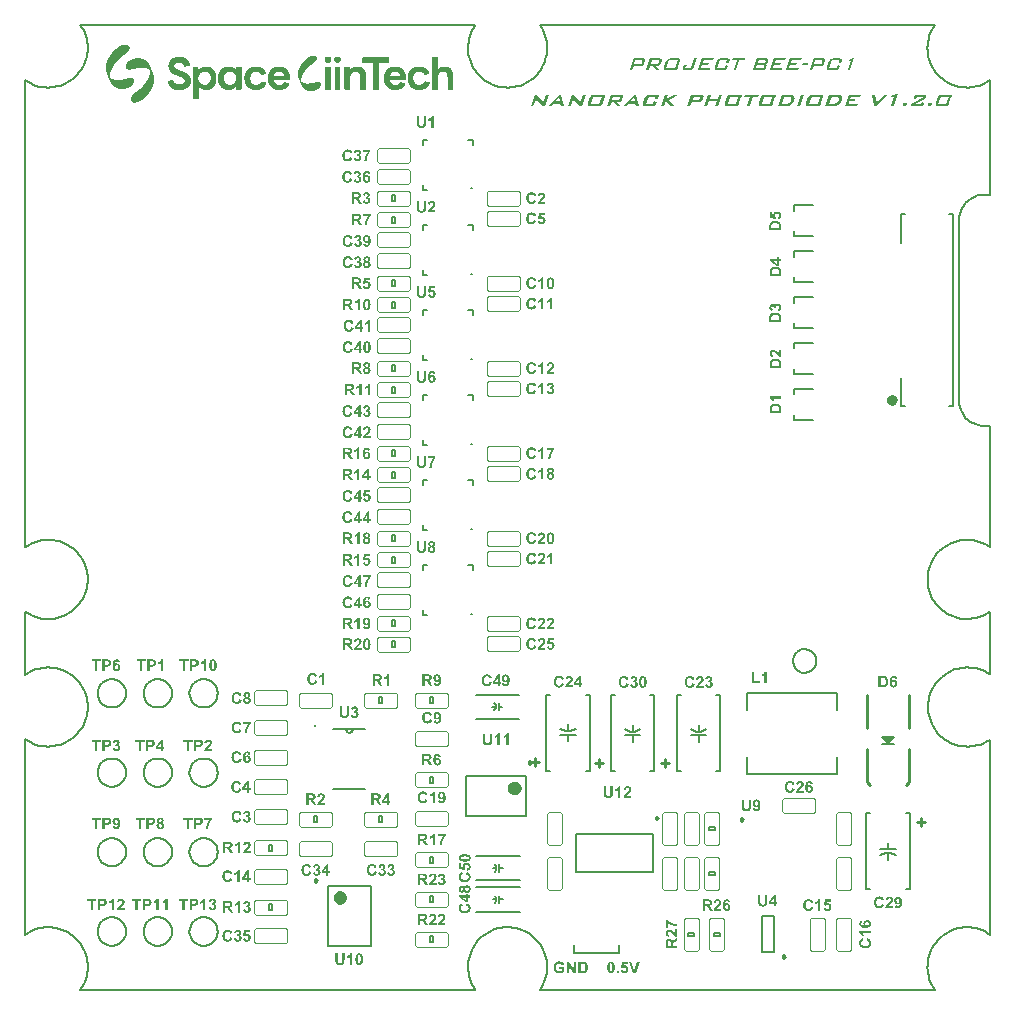
<source format=gbr>
G04*
G04 #@! TF.GenerationSoftware,Altium Limited,Altium Designer,24.1.2 (44)*
G04*
G04 Layer_Color=65535*
%FSLAX44Y44*%
%MOMM*%
G71*
G04*
G04 #@! TF.SameCoordinates,3BC2EB0B-6767-42E0-924D-B7E7D9DA3A94*
G04*
G04*
G04 #@! TF.FilePolarity,Positive*
G04*
G01*
G75*
%ADD10C,0.2000*%
%ADD11C,0.1000*%
%ADD12C,0.1270*%
%ADD13C,0.2500*%
%ADD14C,0.6000*%
%ADD15C,0.5080*%
%ADD16C,0.2540*%
%ADD17C,0.1524*%
%ADD18C,0.1500*%
%ADD19C,0.2540*%
G36*
X102654Y816388D02*
X103493D01*
Y816108D01*
X103773D01*
Y815828D01*
X104053D01*
Y815548D01*
X104333D01*
Y815268D01*
X104613D01*
Y814708D01*
X104893D01*
Y813029D01*
X104613D01*
Y812190D01*
X104333D01*
Y811630D01*
X104053D01*
Y811350D01*
X103773D01*
Y811070D01*
X103493D01*
Y810510D01*
X103213D01*
Y810231D01*
X102934D01*
Y809951D01*
X102654D01*
Y809671D01*
X102374D01*
Y809391D01*
X101814D01*
Y809111D01*
X101534D01*
Y808831D01*
X101254D01*
Y808551D01*
X100974D01*
Y808271D01*
X100415D01*
Y807992D01*
X100135D01*
Y807712D01*
X99575D01*
Y807432D01*
X99295D01*
Y807152D01*
X99015D01*
Y806872D01*
X98456D01*
Y806592D01*
X98176D01*
Y806312D01*
X97896D01*
Y806032D01*
X97336D01*
Y805753D01*
X97056D01*
Y805473D01*
X96776D01*
Y805193D01*
X96496D01*
Y804913D01*
X96217D01*
Y804633D01*
X95937D01*
Y804353D01*
X95657D01*
Y804073D01*
X95377D01*
Y803794D01*
X95097D01*
Y803514D01*
X94817D01*
Y803234D01*
X94537D01*
Y802954D01*
X94257D01*
Y802674D01*
X93978D01*
Y802394D01*
X93698D01*
Y802114D01*
X93418D01*
Y801834D01*
X93138D01*
Y801275D01*
X92858D01*
Y800995D01*
X92578D01*
Y800715D01*
X92298D01*
Y800155D01*
X92019D01*
Y799875D01*
X91739D01*
Y799316D01*
X91459D01*
Y799036D01*
X91179D01*
Y798476D01*
X90899D01*
Y797916D01*
X90619D01*
Y797356D01*
X90339D01*
Y797077D01*
X90059D01*
Y796237D01*
X89780D01*
Y795677D01*
X89500D01*
Y795118D01*
X89220D01*
Y794278D01*
X88940D01*
Y793438D01*
X88660D01*
Y792319D01*
X88380D01*
Y790640D01*
X88100D01*
Y789240D01*
X88380D01*
Y788960D01*
X88660D01*
Y788681D01*
X89220D01*
Y788401D01*
X89500D01*
Y788121D01*
X90059D01*
Y787841D01*
X90899D01*
Y787561D01*
X91739D01*
Y787281D01*
X92858D01*
Y787001D01*
X97336D01*
Y787281D01*
X99015D01*
Y787561D01*
X100415D01*
Y787841D01*
X101814D01*
Y788121D01*
X102934D01*
Y788401D01*
X104613D01*
Y788681D01*
X107411D01*
Y788401D01*
X107971D01*
Y788121D01*
X108531D01*
Y787841D01*
X108811D01*
Y787281D01*
X109091D01*
Y785322D01*
X108811D01*
Y784482D01*
X108531D01*
Y783923D01*
X108251D01*
Y783363D01*
X107971D01*
Y783083D01*
X107691D01*
Y782803D01*
X107411D01*
Y782523D01*
X107132D01*
Y782243D01*
X106852D01*
Y781964D01*
X106572D01*
Y781684D01*
X106292D01*
Y781404D01*
X106012D01*
Y781124D01*
X105452D01*
Y780844D01*
X104893D01*
Y780564D01*
X104333D01*
Y780284D01*
X103773D01*
Y780005D01*
X102934D01*
Y779725D01*
X101814D01*
Y779445D01*
X99855D01*
Y779165D01*
X97616D01*
Y779445D01*
X95377D01*
Y779725D01*
X94537D01*
Y780005D01*
X93698D01*
Y780284D01*
X93138D01*
Y780564D01*
X92578D01*
Y780844D01*
X92019D01*
Y781124D01*
X91739D01*
Y781404D01*
X91459D01*
Y781684D01*
X91179D01*
Y781964D01*
X90899D01*
Y782243D01*
X90619D01*
Y782523D01*
X90339D01*
Y782803D01*
X90059D01*
Y783083D01*
X89780D01*
Y783643D01*
X89500D01*
Y784203D01*
X89220D01*
Y784762D01*
X88940D01*
Y785322D01*
X88660D01*
Y785882D01*
X88380D01*
Y786442D01*
X88100D01*
Y787001D01*
X87821D01*
Y787561D01*
X87541D01*
Y788121D01*
X87261D01*
Y788960D01*
X86981D01*
Y789520D01*
X86701D01*
Y790360D01*
X86421D01*
Y790919D01*
X86141D01*
Y791759D01*
X85861D01*
Y792319D01*
X85582D01*
Y793438D01*
X85302D01*
Y794558D01*
X85022D01*
Y799875D01*
X85302D01*
Y800995D01*
X85582D01*
Y801834D01*
X85861D01*
Y802674D01*
X86141D01*
Y803514D01*
X86421D01*
Y804073D01*
X86701D01*
Y804633D01*
X86981D01*
Y805193D01*
X87261D01*
Y805753D01*
X87541D01*
Y806312D01*
X87821D01*
Y806592D01*
X88100D01*
Y807152D01*
X88380D01*
Y807712D01*
X88660D01*
Y807992D01*
X88940D01*
Y808271D01*
X89220D01*
Y808831D01*
X89500D01*
Y809111D01*
X89780D01*
Y809391D01*
X90059D01*
Y809671D01*
X90339D01*
Y810231D01*
X90619D01*
Y810510D01*
X90899D01*
Y810790D01*
X91179D01*
Y811070D01*
X91459D01*
Y811350D01*
X91739D01*
Y811630D01*
X92019D01*
Y811910D01*
X92298D01*
Y812190D01*
X92578D01*
Y812469D01*
X92858D01*
Y812749D01*
X93138D01*
Y813029D01*
X93698D01*
Y813309D01*
X93978D01*
Y813589D01*
X94257D01*
Y813869D01*
X94817D01*
Y814149D01*
X95097D01*
Y814429D01*
X95377D01*
Y814708D01*
X95937D01*
Y814988D01*
X96217D01*
Y815268D01*
X96776D01*
Y815548D01*
X97336D01*
Y815828D01*
X97896D01*
Y816108D01*
X98736D01*
Y816388D01*
X99855D01*
Y816668D01*
X102654D01*
Y816388D01*
D02*
G37*
G36*
X114688Y804913D02*
X115808D01*
Y804633D01*
X116647D01*
Y804353D01*
X117207D01*
Y804073D01*
X117767D01*
Y803794D01*
X118326D01*
Y803514D01*
X118606D01*
Y803234D01*
X119166D01*
Y802954D01*
X119446D01*
Y802674D01*
X119726D01*
Y802394D01*
X120006D01*
Y802114D01*
X120286D01*
Y801555D01*
X120565D01*
Y801275D01*
X120845D01*
Y800995D01*
X121125D01*
Y800435D01*
X121405D01*
Y799875D01*
X121685D01*
Y799316D01*
X121965D01*
Y798756D01*
X122245D01*
Y798196D01*
X122524D01*
Y797636D01*
X122804D01*
Y797077D01*
X123084D01*
Y796237D01*
X123364D01*
Y795677D01*
X123644D01*
Y794838D01*
X123924D01*
Y794278D01*
X124204D01*
Y793438D01*
X124483D01*
Y792879D01*
X124763D01*
Y792039D01*
X125043D01*
Y791199D01*
X125323D01*
Y790360D01*
X125603D01*
Y788960D01*
X125883D01*
Y785882D01*
X125603D01*
Y784762D01*
Y784482D01*
Y784203D01*
X125323D01*
Y783083D01*
X125043D01*
Y782243D01*
X124763D01*
Y781404D01*
X124483D01*
Y780844D01*
X124204D01*
Y780005D01*
X123924D01*
Y779445D01*
X123644D01*
Y778885D01*
X123364D01*
Y778605D01*
X123084D01*
Y778046D01*
X122804D01*
Y777486D01*
X122524D01*
Y777206D01*
X122245D01*
Y776646D01*
X121965D01*
Y776366D01*
X121685D01*
Y775807D01*
X121405D01*
Y775527D01*
X121125D01*
Y775247D01*
X120845D01*
Y774687D01*
X120565D01*
Y774407D01*
X120286D01*
Y774127D01*
X120006D01*
Y773847D01*
X119726D01*
Y773568D01*
X119446D01*
Y773288D01*
X119166D01*
Y773008D01*
X118886D01*
Y772728D01*
X118606D01*
Y772448D01*
X118326D01*
Y772168D01*
X118047D01*
Y771888D01*
X117767D01*
Y771609D01*
X117487D01*
Y771329D01*
X116927D01*
Y771049D01*
X116647D01*
Y770769D01*
X116367D01*
Y770489D01*
X116087D01*
Y770209D01*
X115528D01*
Y769929D01*
X115248D01*
Y769649D01*
X114688D01*
Y769370D01*
X114408D01*
Y769090D01*
X113848D01*
Y768810D01*
X113289D01*
Y768530D01*
X112729D01*
Y768250D01*
X111889D01*
Y767970D01*
X110490D01*
Y767690D01*
X108251D01*
Y767970D01*
X107411D01*
Y768250D01*
X106852D01*
Y768530D01*
X106572D01*
Y768810D01*
X106292D01*
Y769090D01*
X106012D01*
Y769649D01*
X105732D01*
Y771609D01*
X106012D01*
Y772168D01*
X106292D01*
Y772728D01*
X106572D01*
Y773288D01*
X106852D01*
Y773568D01*
X107132D01*
Y773847D01*
X107411D01*
Y774127D01*
X107691D01*
Y774407D01*
X107971D01*
Y774687D01*
X108251D01*
Y774967D01*
X108531D01*
Y775247D01*
X108811D01*
Y775527D01*
X109091D01*
Y775807D01*
X109650D01*
Y776086D01*
X109930D01*
Y776366D01*
X110210D01*
Y776646D01*
X110770D01*
Y776926D01*
X111050D01*
Y777206D01*
X111609D01*
Y777486D01*
X111889D01*
Y777766D01*
X112169D01*
Y778046D01*
X112729D01*
Y778325D01*
X113009D01*
Y778605D01*
X113289D01*
Y778885D01*
X113569D01*
Y779165D01*
X113848D01*
Y779445D01*
X114408D01*
Y779725D01*
X114688D01*
Y780005D01*
X114968D01*
Y780284D01*
X115248D01*
Y780564D01*
X115528D01*
Y780844D01*
X115808D01*
Y781124D01*
X116087D01*
Y781684D01*
X116367D01*
Y781964D01*
X116647D01*
Y782243D01*
X116927D01*
Y782523D01*
X117207D01*
Y782803D01*
X117487D01*
Y783083D01*
X117767D01*
Y783643D01*
X118047D01*
Y783923D01*
X118326D01*
Y784203D01*
X118606D01*
Y784762D01*
X118886D01*
Y785042D01*
X119166D01*
Y785602D01*
X119446D01*
Y786162D01*
X119726D01*
Y786721D01*
X120006D01*
Y787001D01*
X120286D01*
Y787561D01*
X120565D01*
Y788401D01*
X120845D01*
Y788960D01*
X121125D01*
Y789520D01*
X121405D01*
Y790360D01*
X121685D01*
Y791199D01*
X121965D01*
Y792319D01*
X122245D01*
Y794558D01*
X122524D01*
Y795118D01*
X122245D01*
Y795397D01*
X121965D01*
Y795677D01*
X121685D01*
Y795957D01*
X121125D01*
Y796237D01*
X120565D01*
Y796517D01*
X120006D01*
Y796797D01*
X119166D01*
Y797077D01*
X117767D01*
Y797356D01*
X113289D01*
Y797077D01*
X111330D01*
Y796797D01*
X110210D01*
Y796517D01*
X108811D01*
Y796237D01*
X107691D01*
Y795957D01*
X106012D01*
Y795677D01*
X103213D01*
Y795957D01*
X102654D01*
Y796237D01*
X102094D01*
Y796517D01*
X101814D01*
Y797077D01*
X101534D01*
Y799316D01*
X101814D01*
Y800155D01*
X102094D01*
Y800715D01*
X102374D01*
Y801275D01*
X102654D01*
Y801555D01*
X102934D01*
Y801834D01*
X103213D01*
Y802114D01*
X103493D01*
Y802394D01*
X103773D01*
Y802674D01*
X104053D01*
Y802954D01*
X104613D01*
Y803234D01*
X104893D01*
Y803514D01*
X105452D01*
Y803794D01*
X106012D01*
Y804073D01*
X106572D01*
Y804353D01*
X107132D01*
Y804633D01*
X108251D01*
Y804913D01*
X109370D01*
Y805193D01*
X114688D01*
Y804913D01*
D02*
G37*
G36*
X152191Y793158D02*
X152750D01*
Y792879D01*
X153310D01*
Y792599D01*
X153590D01*
Y792319D01*
X154150D01*
Y792039D01*
X154430D01*
Y791759D01*
X154710D01*
Y791479D01*
X154989D01*
Y791199D01*
X155269D01*
Y790919D01*
X155549D01*
Y790360D01*
X155829D01*
Y790080D01*
X156109D01*
Y789240D01*
X156389D01*
Y788681D01*
X156669D01*
Y787001D01*
X156948D01*
Y785042D01*
X156669D01*
Y783643D01*
X156389D01*
Y783083D01*
X156109D01*
Y782523D01*
X155829D01*
Y781964D01*
X155549D01*
Y781684D01*
X155269D01*
Y781124D01*
X154989D01*
Y780844D01*
X154710D01*
Y780564D01*
X154430D01*
Y780284D01*
X153870D01*
Y780005D01*
X153590D01*
Y779725D01*
X153030D01*
Y779445D01*
X152750D01*
Y779165D01*
X152191D01*
Y778885D01*
X151351D01*
Y778605D01*
X150232D01*
Y778325D01*
X148552D01*
Y778046D01*
X145754D01*
Y778325D01*
X144074D01*
Y778605D01*
X142955D01*
Y778885D01*
X142395D01*
Y779165D01*
X141835D01*
Y779445D01*
X141276D01*
Y779725D01*
X140716D01*
Y780005D01*
X140436D01*
Y780284D01*
X140156D01*
Y780564D01*
X139876D01*
Y780844D01*
X139597D01*
Y781124D01*
X139317D01*
Y781404D01*
X139037D01*
Y781684D01*
X138757D01*
Y781964D01*
X138477D01*
Y782523D01*
X138197D01*
Y782803D01*
X137917D01*
Y783363D01*
X137637D01*
Y784203D01*
X137358D01*
Y784762D01*
X137078D01*
Y785882D01*
X137637D01*
Y786162D01*
X138757D01*
Y786442D01*
X140156D01*
Y786721D01*
X141276D01*
Y787001D01*
X141556D01*
Y786721D01*
X141835D01*
Y786442D01*
X142115D01*
Y785882D01*
X142395D01*
Y785322D01*
X142675D01*
Y785042D01*
X142955D01*
Y784482D01*
X143235D01*
Y784203D01*
X143795D01*
Y783923D01*
X144074D01*
Y783643D01*
X144634D01*
Y783363D01*
X145474D01*
Y783083D01*
X149112D01*
Y783363D01*
X149952D01*
Y783643D01*
X150512D01*
Y783923D01*
X150791D01*
Y784203D01*
X151071D01*
Y784482D01*
X151351D01*
Y785042D01*
X151631D01*
Y786721D01*
X151351D01*
Y787281D01*
X151071D01*
Y787841D01*
X150791D01*
Y788121D01*
X150512D01*
Y788401D01*
X150232D01*
Y788681D01*
X149672D01*
Y788960D01*
X149112D01*
Y789240D01*
X148552D01*
Y789520D01*
X147993D01*
Y789800D01*
X147153D01*
Y790080D01*
X146313D01*
Y790360D01*
X145754D01*
Y790640D01*
X144914D01*
Y790919D01*
X144074D01*
Y791199D01*
X143515D01*
Y791479D01*
X142675D01*
Y791759D01*
X142115D01*
Y792039D01*
X141835D01*
Y792319D01*
X141276D01*
Y792599D01*
X140996D01*
Y792879D01*
X140436D01*
Y793158D01*
X140156D01*
Y793438D01*
X139876D01*
Y793718D01*
X139597D01*
Y793998D01*
X139317D01*
Y794278D01*
X139037D01*
Y794838D01*
X138757D01*
Y795118D01*
X138477D01*
Y795677D01*
X138197D01*
Y796517D01*
X137917D01*
Y797916D01*
X137637D01*
Y799595D01*
X137917D01*
Y800995D01*
X138197D01*
Y801834D01*
X138477D01*
Y802394D01*
X138757D01*
Y802674D01*
X139037D01*
Y803234D01*
X139317D01*
Y803514D01*
X139597D01*
Y803794D01*
X139876D01*
Y804073D01*
X140156D01*
Y804353D01*
X140436D01*
Y804633D01*
X140996D01*
Y804913D01*
X141276D01*
Y805193D01*
X141835D01*
Y805473D01*
X142395D01*
Y805753D01*
X143235D01*
Y806032D01*
X144074D01*
Y806312D01*
X145754D01*
Y806592D01*
X147993D01*
Y806312D01*
X149952D01*
Y806032D01*
X150791D01*
Y805753D01*
X151631D01*
Y805473D01*
X152191D01*
Y805193D01*
X152471D01*
Y804913D01*
X153030D01*
Y804633D01*
X153310D01*
Y804353D01*
X153590D01*
Y804073D01*
X153870D01*
Y803794D01*
X154150D01*
Y803514D01*
X154430D01*
Y803234D01*
X154710D01*
Y802954D01*
X154989D01*
Y802394D01*
X155269D01*
Y802114D01*
X155549D01*
Y801555D01*
X155829D01*
Y800715D01*
X156109D01*
Y799875D01*
X156389D01*
Y799316D01*
X155829D01*
Y799036D01*
X154710D01*
Y798756D01*
X153590D01*
Y798476D01*
X152471D01*
Y798196D01*
X151351D01*
Y798476D01*
X151071D01*
Y799036D01*
X150791D01*
Y799595D01*
X150512D01*
Y800155D01*
X150232D01*
Y800435D01*
X149952D01*
Y800715D01*
X149392D01*
Y800995D01*
X149112D01*
Y801275D01*
X148272D01*
Y801555D01*
X145474D01*
Y801275D01*
X144634D01*
Y800995D01*
X144074D01*
Y800715D01*
X143795D01*
Y800435D01*
X143515D01*
Y800155D01*
X143235D01*
Y799595D01*
X142955D01*
Y798196D01*
X143235D01*
Y797636D01*
X143515D01*
Y797356D01*
X143795D01*
Y797077D01*
X144074D01*
Y796797D01*
X144354D01*
Y796517D01*
X144634D01*
Y796237D01*
X145194D01*
Y795957D01*
X145754D01*
Y795677D01*
X146313D01*
Y795397D01*
X147153D01*
Y795118D01*
X147993D01*
Y794838D01*
X148832D01*
Y794558D01*
X149672D01*
Y794278D01*
X150512D01*
Y793998D01*
X151071D01*
Y793718D01*
X151631D01*
Y793438D01*
X152191D01*
Y793158D01*
D02*
G37*
G36*
X171782Y797916D02*
X172901D01*
Y797636D01*
X173461D01*
Y797356D01*
X174021D01*
Y797077D01*
X174580D01*
Y796797D01*
X174860D01*
Y796517D01*
X175420D01*
Y796237D01*
X175700D01*
Y795957D01*
X175980D01*
Y795677D01*
X176259D01*
Y795397D01*
X176539D01*
Y794838D01*
X176819D01*
Y794558D01*
X177099D01*
Y793998D01*
X177379D01*
Y793438D01*
X177659D01*
Y792879D01*
X177939D01*
Y792039D01*
X178219D01*
Y790919D01*
X178498D01*
Y785602D01*
X178219D01*
Y784482D01*
X177939D01*
Y783643D01*
X177659D01*
Y783083D01*
X177379D01*
Y782523D01*
X177099D01*
Y781964D01*
X176819D01*
Y781684D01*
X176539D01*
Y781404D01*
X176259D01*
Y780844D01*
X175980D01*
Y780564D01*
X175700D01*
Y780284D01*
X175140D01*
Y780005D01*
X174860D01*
Y779725D01*
X174580D01*
Y779445D01*
X174021D01*
Y779165D01*
X173461D01*
Y778885D01*
X172621D01*
Y778605D01*
X171782D01*
Y778325D01*
X167584D01*
Y778605D01*
X166744D01*
Y778885D01*
X165904D01*
Y779165D01*
X165345D01*
Y779445D01*
X165065D01*
Y779725D01*
X164505D01*
Y780005D01*
X164225D01*
Y780284D01*
X163945D01*
Y780564D01*
X163665D01*
Y780844D01*
X163386D01*
Y770489D01*
X158908D01*
Y770769D01*
X158628D01*
Y787561D01*
Y787841D01*
Y797636D01*
X158908D01*
Y797916D01*
X163106D01*
Y796237D01*
X163386D01*
Y795677D01*
X163665D01*
Y795957D01*
X163945D01*
Y796237D01*
X164225D01*
Y796517D01*
X164505D01*
Y796797D01*
X165065D01*
Y797077D01*
X165345D01*
Y797356D01*
X165904D01*
Y797636D01*
X166464D01*
Y797916D01*
X167304D01*
Y798196D01*
X171782D01*
Y797916D01*
D02*
G37*
G36*
X190813D02*
X191932D01*
Y797636D01*
X192492D01*
Y797356D01*
X193052D01*
Y797077D01*
X193332D01*
Y796797D01*
X193891D01*
Y796517D01*
X194171D01*
Y796237D01*
X194451D01*
Y795957D01*
X194731D01*
Y795677D01*
X195011D01*
Y796517D01*
X195291D01*
Y797916D01*
X199489D01*
Y797636D01*
X199769D01*
Y791199D01*
Y790919D01*
Y778885D01*
X199489D01*
Y778605D01*
X195291D01*
Y780005D01*
X195011D01*
Y780844D01*
X194731D01*
Y780564D01*
X194451D01*
Y780284D01*
X194171D01*
Y780005D01*
X193891D01*
Y779725D01*
X193332D01*
Y779445D01*
X193052D01*
Y779165D01*
X192492D01*
Y778885D01*
X191652D01*
Y778605D01*
X190813D01*
Y778325D01*
X186615D01*
Y778605D01*
X185775D01*
Y778885D01*
X184935D01*
Y779165D01*
X184376D01*
Y779445D01*
X183816D01*
Y779725D01*
X183536D01*
Y780005D01*
X182976D01*
Y780284D01*
X182697D01*
Y780564D01*
X182417D01*
Y780844D01*
X182137D01*
Y781404D01*
X181857D01*
Y781684D01*
X181577D01*
Y781964D01*
X181297D01*
Y782523D01*
X181017D01*
Y783083D01*
X180737D01*
Y783643D01*
X180458D01*
Y784482D01*
X180178D01*
Y785602D01*
X179898D01*
Y790919D01*
X180178D01*
Y792039D01*
X180458D01*
Y792879D01*
X180737D01*
Y793438D01*
X181017D01*
Y793998D01*
X181297D01*
Y794558D01*
X181577D01*
Y794838D01*
X181857D01*
Y795397D01*
X182137D01*
Y795677D01*
X182417D01*
Y795957D01*
X182697D01*
Y796237D01*
X182976D01*
Y796517D01*
X183536D01*
Y796797D01*
X183816D01*
Y797077D01*
X184376D01*
Y797356D01*
X184935D01*
Y797636D01*
X185495D01*
Y797916D01*
X186615D01*
Y798196D01*
X190813D01*
Y797916D01*
D02*
G37*
G36*
X205086Y780564D02*
Y780844D01*
X204806D01*
Y781124D01*
X204527D01*
Y781404D01*
X204247D01*
Y781684D01*
X203967D01*
Y781964D01*
X203687D01*
Y782523D01*
X203407D01*
Y782803D01*
X203127D01*
Y783363D01*
X202847D01*
Y784203D01*
X202567D01*
Y785042D01*
X202288D01*
Y786442D01*
X202008D01*
Y790080D01*
X202288D01*
Y791479D01*
X202567D01*
Y792319D01*
X202847D01*
Y793158D01*
X203127D01*
Y793718D01*
X203407D01*
Y793998D01*
X203687D01*
Y794558D01*
X203967D01*
Y794838D01*
X204247D01*
Y795118D01*
X204527D01*
Y795677D01*
X204806D01*
Y795957D01*
X205366D01*
Y796237D01*
X205646D01*
Y796517D01*
X205926D01*
Y796797D01*
X206486D01*
Y797077D01*
X207045D01*
Y797356D01*
X207605D01*
Y797636D01*
X208445D01*
Y797916D01*
X209284D01*
Y798196D01*
X214602D01*
Y797916D01*
X215721D01*
Y797636D01*
X216281D01*
Y797356D01*
X216841D01*
Y797077D01*
X217400D01*
Y796797D01*
X217680D01*
Y796517D01*
X218240D01*
Y796237D01*
X218520D01*
Y795957D01*
X218800D01*
Y795677D01*
X219080D01*
Y795397D01*
X219360D01*
Y794838D01*
X219639D01*
Y794558D01*
X219919D01*
Y793998D01*
X220199D01*
Y793438D01*
X220479D01*
Y792879D01*
X220759D01*
Y792319D01*
X220479D01*
Y792039D01*
X219639D01*
Y791759D01*
X218800D01*
Y791479D01*
X217960D01*
Y791199D01*
X216561D01*
Y791479D01*
X216281D01*
Y792039D01*
X216001D01*
Y792319D01*
X215721D01*
Y792599D01*
X215441D01*
Y792879D01*
X215161D01*
Y793158D01*
X214602D01*
Y793438D01*
X214042D01*
Y793718D01*
X212923D01*
Y793998D01*
X211523D01*
Y793718D01*
X210404D01*
Y793438D01*
X209564D01*
Y793158D01*
X209284D01*
Y792879D01*
X208724D01*
Y792599D01*
X208445D01*
Y792319D01*
X208165D01*
Y791759D01*
X207885D01*
Y791479D01*
X207605D01*
Y790640D01*
X207325D01*
Y789800D01*
X207045D01*
Y786721D01*
X207325D01*
Y785882D01*
X207605D01*
Y785042D01*
X207885D01*
Y784762D01*
X208165D01*
Y784482D01*
X208445D01*
Y784203D01*
X208724D01*
Y783923D01*
X209004D01*
Y783643D01*
X209284D01*
Y783363D01*
X209844D01*
Y783083D01*
X210404D01*
Y782803D01*
X212083D01*
Y782523D01*
X212363D01*
Y782803D01*
X214042D01*
Y783083D01*
X214602D01*
Y783363D01*
X215161D01*
Y783643D01*
X215441D01*
Y783923D01*
X215721D01*
Y784203D01*
X216001D01*
Y784762D01*
X216281D01*
Y785042D01*
X216561D01*
Y785322D01*
X216841D01*
Y785602D01*
X217400D01*
Y785322D01*
X218520D01*
Y785042D01*
X219919D01*
Y784762D01*
X220759D01*
Y784482D01*
X221039D01*
Y783923D01*
X220759D01*
Y783083D01*
X220479D01*
Y782803D01*
X220199D01*
Y782243D01*
X219919D01*
Y781684D01*
X219639D01*
Y781404D01*
X219360D01*
Y781124D01*
X219080D01*
Y780844D01*
X218800D01*
Y780564D01*
X218520D01*
Y780284D01*
X218240D01*
Y780005D01*
X217680D01*
Y779725D01*
X217400D01*
Y779445D01*
X216841D01*
Y779165D01*
X216281D01*
Y778885D01*
X215441D01*
Y778605D01*
X214322D01*
Y778325D01*
X209564D01*
Y778605D01*
X208445D01*
Y778885D01*
X207605D01*
Y779165D01*
X207045D01*
Y779445D01*
X206486D01*
Y779725D01*
X206206D01*
Y780005D01*
X205646D01*
Y780284D01*
X205366D01*
Y780564D01*
X205086D01*
D02*
G37*
G36*
X233913Y797916D02*
X235032D01*
Y797636D01*
X235592D01*
Y797356D01*
X236152D01*
Y797077D01*
X236712D01*
Y796797D01*
X236991D01*
Y796517D01*
X237551D01*
Y796237D01*
X237831D01*
Y795957D01*
X238111D01*
Y795677D01*
X238391D01*
Y795397D01*
X238671D01*
Y794838D01*
X238951D01*
Y794558D01*
X239230D01*
Y793998D01*
X239510D01*
Y793438D01*
X239790D01*
Y792879D01*
X240070D01*
Y792039D01*
X240350D01*
Y790919D01*
X240630D01*
Y788681D01*
X240910D01*
Y787001D01*
X240630D01*
Y786721D01*
X227196D01*
Y785602D01*
X227476D01*
Y785042D01*
X227756D01*
Y784482D01*
X228036D01*
Y784203D01*
X228315D01*
Y783923D01*
X228595D01*
Y783643D01*
X228875D01*
Y783363D01*
X229155D01*
Y783083D01*
X229715D01*
Y782803D01*
X230554D01*
Y782523D01*
X232793D01*
Y782803D01*
X233913D01*
Y783083D01*
X234473D01*
Y783363D01*
X234753D01*
Y783643D01*
X235032D01*
Y783923D01*
X235312D01*
Y784203D01*
X235592D01*
Y784482D01*
X235872D01*
Y784762D01*
X236432D01*
Y785042D01*
X236712D01*
Y784762D01*
X237551D01*
Y784482D01*
X238391D01*
Y784203D01*
X239230D01*
Y783923D01*
X240070D01*
Y783643D01*
X240350D01*
Y783363D01*
X240070D01*
Y782803D01*
X239790D01*
Y782243D01*
X239510D01*
Y781964D01*
X239230D01*
Y781404D01*
X238951D01*
Y781124D01*
X238671D01*
Y780844D01*
X238391D01*
Y780564D01*
X238111D01*
Y780284D01*
X237831D01*
Y780005D01*
X237271D01*
Y779725D01*
X236991D01*
Y779445D01*
X236432D01*
Y779165D01*
X235872D01*
Y778885D01*
X235032D01*
Y778605D01*
X233913D01*
Y778325D01*
X229435D01*
Y778605D01*
X228315D01*
Y778885D01*
X227476D01*
Y779165D01*
X226916D01*
Y779445D01*
X226356D01*
Y779725D01*
X225797D01*
Y780005D01*
X225517D01*
Y780284D01*
X225237D01*
Y780564D01*
X224957D01*
Y780844D01*
X224397D01*
Y781404D01*
X224117D01*
Y781684D01*
X223838D01*
Y781964D01*
X223558D01*
Y782523D01*
X223278D01*
Y782803D01*
X222998D01*
Y783363D01*
X222718D01*
Y784203D01*
X222438D01*
Y785042D01*
X222158D01*
Y786442D01*
X221878D01*
Y790080D01*
X222158D01*
Y791479D01*
X222438D01*
Y792319D01*
X222718D01*
Y793158D01*
X222998D01*
Y793718D01*
X223278D01*
Y793998D01*
X223558D01*
Y794558D01*
X223838D01*
Y794838D01*
X224117D01*
Y795397D01*
X224397D01*
Y795677D01*
X224677D01*
Y795957D01*
X224957D01*
Y796237D01*
X225517D01*
Y796517D01*
X225797D01*
Y796797D01*
X226356D01*
Y797077D01*
X226636D01*
Y797356D01*
X227476D01*
Y797636D01*
X228036D01*
Y797916D01*
X229155D01*
Y798196D01*
X233913D01*
Y797916D01*
D02*
G37*
G36*
X256582Y806032D02*
Y806312D01*
X257142D01*
Y806592D01*
X257702D01*
Y806872D01*
X258262D01*
Y807152D01*
X259101D01*
Y807432D01*
X262180D01*
Y807152D01*
X262740D01*
Y806872D01*
X263019D01*
Y806592D01*
X263299D01*
Y806032D01*
X263579D01*
Y804353D01*
X263299D01*
Y803794D01*
X263019D01*
Y803234D01*
X262740D01*
Y802954D01*
X262460D01*
Y802674D01*
X262180D01*
Y802394D01*
X261900D01*
Y802114D01*
X261620D01*
Y801834D01*
X261340D01*
Y801555D01*
X261060D01*
Y801275D01*
X260780D01*
Y800995D01*
X260221D01*
Y800715D01*
X259941D01*
Y800435D01*
X259661D01*
Y800155D01*
X259101D01*
Y799875D01*
X258821D01*
Y799595D01*
X258262D01*
Y799316D01*
X257982D01*
Y799036D01*
X257702D01*
Y798756D01*
X257422D01*
Y798476D01*
X257142D01*
Y798196D01*
X256582D01*
Y797916D01*
X256303D01*
Y797636D01*
X256023D01*
Y797356D01*
X255743D01*
Y797077D01*
X255463D01*
Y796797D01*
X255183D01*
Y796517D01*
X254903D01*
Y795957D01*
X254623D01*
Y795677D01*
X254343D01*
Y795397D01*
X254063D01*
Y795118D01*
X253784D01*
Y794558D01*
X253504D01*
Y794278D01*
X253224D01*
Y793998D01*
X252944D01*
Y793438D01*
X252664D01*
Y792879D01*
X252384D01*
Y792599D01*
X252104D01*
Y792039D01*
X251824D01*
Y791479D01*
X251545D01*
Y790919D01*
X251265D01*
Y790080D01*
X250985D01*
Y789520D01*
X250705D01*
Y788401D01*
X250425D01*
Y787001D01*
X250145D01*
Y785602D01*
X250425D01*
Y785322D01*
X250705D01*
Y785042D01*
X250985D01*
Y784762D01*
X251545D01*
Y784482D01*
X252104D01*
Y784203D01*
X252944D01*
Y783923D01*
X254343D01*
Y783643D01*
X257142D01*
Y783923D01*
X259101D01*
Y784203D01*
X260501D01*
Y784482D01*
X261620D01*
Y784762D01*
X263019D01*
Y785042D01*
X265818D01*
Y784762D01*
X266378D01*
Y784482D01*
X266658D01*
Y783923D01*
X266938D01*
Y782243D01*
X266658D01*
Y781404D01*
X266378D01*
Y781124D01*
X266098D01*
Y780564D01*
X265818D01*
Y780284D01*
X265538D01*
Y780005D01*
X265258D01*
Y779725D01*
X264979D01*
Y779445D01*
X264699D01*
Y779165D01*
X264139D01*
Y778885D01*
X263579D01*
Y778605D01*
X263019D01*
Y778325D01*
X262460D01*
Y778046D01*
X261620D01*
Y777766D01*
X260221D01*
Y777486D01*
X257142D01*
Y777766D01*
X255463D01*
Y778046D01*
X254623D01*
Y778325D01*
X254063D01*
Y778605D01*
X253504D01*
Y778885D01*
X253224D01*
Y779165D01*
X252944D01*
Y779445D01*
X252664D01*
Y779725D01*
X252384D01*
Y780005D01*
X252104D01*
Y780284D01*
X251824D01*
Y780564D01*
X251545D01*
Y781124D01*
X251265D01*
Y781404D01*
X250985D01*
Y781964D01*
X250705D01*
Y782523D01*
X250425D01*
Y783083D01*
X250145D01*
Y783643D01*
X249865D01*
Y784482D01*
X249586D01*
Y785042D01*
X249306D01*
Y785602D01*
X249026D01*
Y786442D01*
X248746D01*
Y787001D01*
X248466D01*
Y787841D01*
X248186D01*
Y788681D01*
X247906D01*
Y789800D01*
X247626D01*
Y793718D01*
X247906D01*
Y795118D01*
X248186D01*
Y795957D01*
X248466D01*
Y796797D01*
X248746D01*
Y797356D01*
X249026D01*
Y797916D01*
X249306D01*
Y798476D01*
X249586D01*
Y799036D01*
X249865D01*
Y799595D01*
X250145D01*
Y799875D01*
X250425D01*
Y800435D01*
X250705D01*
Y800715D01*
X250985D01*
Y800995D01*
X251265D01*
Y801555D01*
X251545D01*
Y801834D01*
X251824D01*
Y802114D01*
X252104D01*
Y802394D01*
X252384D01*
Y802674D01*
X252664D01*
Y802954D01*
X252944D01*
Y803234D01*
X253224D01*
Y803514D01*
X253504D01*
Y803794D01*
X253784D01*
Y804073D01*
X254063D01*
Y804353D01*
X254343D01*
Y804633D01*
X254623D01*
Y804913D01*
X254903D01*
Y805193D01*
X255463D01*
Y805473D01*
X255743D01*
Y805753D01*
X256023D01*
Y806032D01*
X256303D01*
X256582D01*
D02*
G37*
G36*
X282330Y806312D02*
X282890D01*
Y806032D01*
X283170D01*
Y805753D01*
X283450D01*
Y805193D01*
X283730D01*
Y802674D01*
X283450D01*
Y802394D01*
X283170D01*
Y802114D01*
X282890D01*
Y801834D01*
X282610D01*
Y801555D01*
X281771D01*
Y801275D01*
X280371D01*
Y801555D01*
X279532D01*
Y801834D01*
X278972D01*
Y802114D01*
X278692D01*
Y802674D01*
X278412D01*
Y803234D01*
X278132D01*
Y804913D01*
X278412D01*
Y805473D01*
X278692D01*
Y805753D01*
X278972D01*
Y806032D01*
X279252D01*
Y806312D01*
X279532D01*
Y806592D01*
X282330D01*
Y806312D01*
D02*
G37*
G36*
X274214D02*
X274494D01*
Y806032D01*
X275054D01*
Y805473D01*
X275334D01*
Y805193D01*
X275613D01*
Y802954D01*
X275334D01*
Y802394D01*
X275054D01*
Y802114D01*
X274774D01*
Y801834D01*
X274214D01*
Y801555D01*
X273654D01*
Y801275D01*
X271975D01*
Y801555D01*
X271416D01*
Y801834D01*
X270856D01*
Y802114D01*
X270576D01*
Y802394D01*
X270296D01*
Y802954D01*
X270016D01*
Y804913D01*
Y805193D01*
X270296D01*
Y805473D01*
X270576D01*
Y806032D01*
X271136D01*
Y806312D01*
X271416D01*
Y806592D01*
X274214D01*
Y806312D01*
D02*
G37*
G36*
X299962Y797916D02*
X300802D01*
Y797636D01*
X301642D01*
Y797356D01*
X301921D01*
Y797077D01*
X302481D01*
Y796797D01*
X302761D01*
Y796517D01*
X303041D01*
Y796237D01*
X303321D01*
Y795957D01*
X303601D01*
Y795397D01*
X303880D01*
Y794838D01*
X304160D01*
Y794278D01*
X304440D01*
Y793438D01*
X304720D01*
Y778605D01*
X299962D01*
Y790919D01*
X299682D01*
Y791759D01*
X299403D01*
Y792319D01*
X299123D01*
Y792879D01*
X298843D01*
Y793158D01*
X298563D01*
Y793438D01*
X298003D01*
Y793718D01*
X296884D01*
Y793998D01*
X295764D01*
Y793718D01*
X294645D01*
Y793438D01*
X294085D01*
Y793158D01*
X293525D01*
Y792879D01*
X293245D01*
Y792599D01*
X292966D01*
Y792319D01*
X292686D01*
Y791759D01*
X292406D01*
Y791199D01*
X292126D01*
Y790640D01*
X291846D01*
Y788960D01*
X291566D01*
Y778605D01*
X287088D01*
Y778885D01*
X286808D01*
Y781684D01*
Y781964D01*
Y797636D01*
X287088D01*
Y797916D01*
X291286D01*
Y796237D01*
X291566D01*
Y795677D01*
X291846D01*
Y795957D01*
X292126D01*
Y796237D01*
X292406D01*
Y796517D01*
X292686D01*
Y796797D01*
X293245D01*
Y797077D01*
X293525D01*
Y797356D01*
X294085D01*
Y797636D01*
X294645D01*
Y797916D01*
X295764D01*
Y798196D01*
X299962D01*
Y797916D01*
D02*
G37*
G36*
X352858D02*
X353697D01*
Y797636D01*
X354537D01*
Y797356D01*
X355097D01*
Y797077D01*
X355657D01*
Y796797D01*
X355936D01*
Y796517D01*
X356496D01*
Y796237D01*
X356776D01*
Y795957D01*
X357056D01*
Y795677D01*
X357336D01*
Y795118D01*
X357616D01*
Y794838D01*
X357895D01*
Y794558D01*
X358175D01*
Y793998D01*
X358455D01*
Y793438D01*
X358735D01*
Y792039D01*
X357895D01*
Y791759D01*
X357056D01*
Y791479D01*
X355936D01*
Y791199D01*
X354817D01*
Y791479D01*
X354537D01*
Y791759D01*
X354257D01*
Y792319D01*
X353977D01*
Y792599D01*
X353697D01*
Y792879D01*
X353418D01*
Y793158D01*
X352858D01*
Y793438D01*
X352298D01*
Y793718D01*
X351179D01*
Y793998D01*
X349779D01*
Y793718D01*
X348380D01*
Y793438D01*
X347820D01*
Y793158D01*
X347260D01*
Y792879D01*
X346981D01*
Y792599D01*
X346701D01*
Y792319D01*
X346421D01*
Y792039D01*
X346141D01*
Y791479D01*
X345861D01*
Y790919D01*
X345581D01*
Y790080D01*
X345301D01*
Y786442D01*
X345581D01*
Y785602D01*
X345861D01*
Y785042D01*
X346141D01*
Y784762D01*
X346421D01*
Y784203D01*
X346701D01*
Y783923D01*
X346981D01*
Y783643D01*
X347540D01*
Y783363D01*
X347820D01*
Y783083D01*
X348660D01*
Y782803D01*
X350059D01*
Y782523D01*
X350619D01*
Y782803D01*
X352018D01*
Y783083D01*
X352858D01*
Y783363D01*
X353138D01*
Y783643D01*
X353697D01*
Y783923D01*
X353977D01*
Y784203D01*
X354257D01*
Y784762D01*
X354537D01*
Y785042D01*
X354817D01*
Y785322D01*
X355097D01*
Y785602D01*
X355657D01*
Y785322D01*
X356776D01*
Y785042D01*
X357895D01*
Y784762D01*
X359015D01*
Y784482D01*
X359295D01*
Y783923D01*
X359015D01*
Y783363D01*
X358735D01*
Y782803D01*
X358455D01*
Y782243D01*
X358175D01*
Y781964D01*
X357895D01*
Y781404D01*
X357616D01*
Y781124D01*
X357336D01*
Y780844D01*
X357056D01*
Y780564D01*
X356776D01*
Y780284D01*
X356496D01*
Y780005D01*
X355936D01*
Y779725D01*
X355657D01*
Y779445D01*
X355097D01*
Y779165D01*
X354537D01*
Y778885D01*
X353697D01*
Y778605D01*
X352578D01*
Y778325D01*
X347820D01*
Y778605D01*
X346701D01*
Y778885D01*
X345861D01*
Y779165D01*
X345301D01*
Y779445D01*
X344742D01*
Y779725D01*
X344182D01*
Y780005D01*
X343902D01*
Y780284D01*
X343622D01*
Y780564D01*
X343062D01*
Y780844D01*
X342782D01*
Y781124D01*
X342503D01*
Y781684D01*
X342223D01*
Y781964D01*
X341943D01*
Y782243D01*
X341663D01*
Y782803D01*
X341383D01*
Y783363D01*
X341103D01*
Y783923D01*
X340823D01*
Y784762D01*
X340544D01*
Y786162D01*
X340264D01*
Y790640D01*
X340544D01*
Y791759D01*
X340823D01*
Y792599D01*
X341103D01*
Y793158D01*
X341383D01*
Y793718D01*
X341663D01*
Y794278D01*
X341943D01*
Y794558D01*
X342223D01*
Y794838D01*
X342503D01*
Y795397D01*
X342782D01*
Y795677D01*
X343062D01*
Y795957D01*
X343342D01*
Y796237D01*
X343902D01*
Y796517D01*
X344182D01*
Y796797D01*
X344742D01*
Y797077D01*
X345021D01*
Y797356D01*
X345861D01*
Y797636D01*
X346421D01*
Y797916D01*
X347540D01*
Y798196D01*
X352858D01*
Y797916D01*
D02*
G37*
G36*
X365732Y795957D02*
X366292D01*
Y796237D01*
X366571D01*
Y796517D01*
X366851D01*
Y796797D01*
X367131D01*
Y797077D01*
X367691D01*
Y797356D01*
X367971D01*
Y797636D01*
X368810D01*
Y797916D01*
X369650D01*
Y798196D01*
X374128D01*
Y797916D01*
X374967D01*
Y797636D01*
X375527D01*
Y797356D01*
X376087D01*
Y797077D01*
X376367D01*
Y796797D01*
X376927D01*
Y796517D01*
X377206D01*
Y795957D01*
X377486D01*
Y795677D01*
X377766D01*
Y795118D01*
X378046D01*
Y794838D01*
X378326D01*
Y793998D01*
X378606D01*
Y792599D01*
X378886D01*
Y778885D01*
X378606D01*
Y778605D01*
X374128D01*
Y789800D01*
X373848D01*
Y791479D01*
X373568D01*
Y792319D01*
X373288D01*
Y792599D01*
X373008D01*
Y792879D01*
X372729D01*
Y793158D01*
X372449D01*
Y793438D01*
X371889D01*
Y793718D01*
X371049D01*
Y793998D01*
X369650D01*
Y793718D01*
X368810D01*
Y793438D01*
X367971D01*
Y793158D01*
X367691D01*
Y792879D01*
X367411D01*
Y792599D01*
X367131D01*
Y792319D01*
X366851D01*
Y792039D01*
X366571D01*
Y791479D01*
X366292D01*
Y790919D01*
X366012D01*
Y789800D01*
X365732D01*
Y778605D01*
X360974D01*
Y806592D01*
X365732D01*
Y795957D01*
D02*
G37*
G36*
X324591Y805753D02*
X324871D01*
Y801275D01*
X315915D01*
Y780005D01*
Y779725D01*
Y778605D01*
X311157D01*
Y778885D01*
X310877D01*
Y801275D01*
X302201D01*
Y801555D01*
X301921D01*
Y805753D01*
X302201D01*
Y806032D01*
X324591D01*
Y805753D01*
D02*
G37*
G36*
X283450Y793998D02*
Y793718D01*
Y778885D01*
X283170D01*
Y778605D01*
X278692D01*
Y797916D01*
X283450D01*
Y793998D01*
D02*
G37*
G36*
X275054Y797636D02*
X275334D01*
Y783363D01*
Y783083D01*
Y778885D01*
X275054D01*
Y778605D01*
X270576D01*
Y778885D01*
X270296D01*
Y797636D01*
X270576D01*
Y797916D01*
X275054D01*
Y797636D01*
D02*
G37*
G36*
X332427Y797916D02*
X333267D01*
Y797636D01*
X334106D01*
Y797356D01*
X334666D01*
Y797077D01*
X334946D01*
Y796797D01*
X335506D01*
Y796517D01*
X335786D01*
Y796237D01*
X336065D01*
Y795957D01*
X336345D01*
Y795677D01*
X336625D01*
Y795397D01*
X336905D01*
Y795118D01*
X337185D01*
Y794558D01*
X337465D01*
Y793998D01*
X337745D01*
Y793718D01*
X338025D01*
Y792879D01*
X338304D01*
Y792319D01*
X338584D01*
Y791199D01*
X338864D01*
Y789520D01*
X339144D01*
Y787001D01*
X338864D01*
Y786721D01*
X325430D01*
Y785882D01*
X325710D01*
Y785042D01*
X325990D01*
Y784482D01*
X326270D01*
Y784203D01*
X326550D01*
Y783923D01*
X326830D01*
Y783643D01*
X327110D01*
Y783363D01*
X327389D01*
Y783083D01*
X327949D01*
Y782803D01*
X328789D01*
Y782523D01*
X331308D01*
Y782803D01*
X332147D01*
Y783083D01*
X332707D01*
Y783363D01*
X332987D01*
Y783643D01*
X333267D01*
Y783923D01*
X333547D01*
Y784203D01*
X333827D01*
Y784482D01*
X334106D01*
Y784762D01*
X334666D01*
Y785042D01*
X335226D01*
Y784762D01*
X335786D01*
Y784482D01*
X336625D01*
Y784203D01*
X337465D01*
Y783923D01*
X338304D01*
Y783643D01*
X338584D01*
Y783083D01*
X338304D01*
Y782523D01*
X338025D01*
Y782243D01*
X337745D01*
Y781684D01*
X337465D01*
Y781404D01*
X337185D01*
Y781124D01*
X336905D01*
Y780844D01*
X336625D01*
Y780564D01*
X336345D01*
Y780284D01*
X336065D01*
Y780005D01*
X335506D01*
Y779725D01*
X335226D01*
Y779445D01*
X334666D01*
Y779165D01*
X334106D01*
Y778885D01*
X333267D01*
Y778605D01*
X332147D01*
Y778325D01*
X327669D01*
Y778605D01*
X326550D01*
Y778885D01*
X325710D01*
Y779165D01*
X325151D01*
Y779445D01*
X324591D01*
Y779725D01*
X324311D01*
Y780005D01*
X323751D01*
Y780284D01*
X323471D01*
Y780564D01*
X323191D01*
Y780844D01*
X322912D01*
Y781124D01*
X322632D01*
Y781404D01*
X322352D01*
Y781684D01*
X322072D01*
Y782243D01*
X321792D01*
Y782523D01*
X321512D01*
Y783083D01*
X321232D01*
Y783643D01*
X320952D01*
Y784203D01*
X320673D01*
Y785322D01*
X320393D01*
Y787001D01*
X320113D01*
Y789800D01*
X320393D01*
Y791199D01*
X320673D01*
Y792319D01*
X320952D01*
Y792879D01*
X321232D01*
Y793438D01*
X321512D01*
Y793998D01*
X321792D01*
Y794558D01*
X322072D01*
Y794838D01*
X322352D01*
Y795118D01*
X322632D01*
Y795397D01*
X322912D01*
Y795677D01*
X323191D01*
Y795957D01*
X323471D01*
Y796237D01*
X323751D01*
Y796517D01*
X324031D01*
Y796797D01*
X324591D01*
Y797077D01*
X325151D01*
Y797356D01*
X325710D01*
Y797636D01*
X326270D01*
Y797916D01*
X327389D01*
Y798196D01*
X332427D01*
Y797916D01*
D02*
G37*
G36*
X603393Y764540D02*
X600743D01*
X602160Y768706D01*
X595511D01*
X594095Y764540D01*
X591462D01*
X594861Y774571D01*
X597494D01*
X596228Y770822D01*
X602876D01*
X604142Y774571D01*
X606792D01*
X603393Y764540D01*
D02*
G37*
G36*
X551256Y774554D02*
X551389Y774537D01*
X551689Y774504D01*
X552006Y774437D01*
X552306Y774337D01*
X552439Y774271D01*
X552556Y774204D01*
X552656Y774121D01*
X552739Y774021D01*
X552756Y773988D01*
X552789Y773921D01*
X552839Y773771D01*
X552872Y773571D01*
X552889Y773454D01*
Y773304D01*
Y773155D01*
X552872Y772971D01*
X552839Y772788D01*
X552789Y772571D01*
X552739Y772338D01*
X552656Y772088D01*
X552289Y771022D01*
X549523Y770638D01*
X550140Y772471D01*
X544458D01*
X542508Y766723D01*
X548190D01*
X548907Y768806D01*
X551356Y768289D01*
X550923Y767006D01*
Y766989D01*
X550906Y766939D01*
X550873Y766873D01*
X550839Y766773D01*
X550789Y766673D01*
X550740Y766540D01*
X550589Y766240D01*
X550406Y765923D01*
X550206Y765606D01*
X549973Y765306D01*
X549840Y765190D01*
X549706Y765073D01*
X549673Y765057D01*
X549623Y765023D01*
X549573Y764990D01*
X549490Y764957D01*
X549390Y764907D01*
X549290Y764857D01*
X549156Y764807D01*
X549007Y764757D01*
X548840Y764707D01*
X548657Y764657D01*
X548457Y764623D01*
X548240Y764590D01*
X548007Y764557D01*
X547757Y764540D01*
X541575D01*
X541475Y764557D01*
X541358D01*
X541225Y764573D01*
X540925Y764607D01*
X540609Y764673D01*
X540309Y764757D01*
X540159Y764823D01*
X540042Y764890D01*
X539942Y764973D01*
X539859Y765057D01*
X539842Y765090D01*
X539809Y765156D01*
X539776Y765306D01*
X539742Y765506D01*
X539726Y765623D01*
Y765773D01*
X539742Y765923D01*
X539759Y766106D01*
X539792Y766306D01*
X539826Y766523D01*
X539892Y766756D01*
X539976Y767006D01*
X541708Y772088D01*
Y772105D01*
X541725Y772155D01*
X541758Y772221D01*
X541792Y772321D01*
X541842Y772421D01*
X541892Y772555D01*
X542042Y772855D01*
X542208Y773171D01*
X542408Y773488D01*
X542641Y773788D01*
X542775Y773904D01*
X542908Y774021D01*
X542925D01*
X542942Y774038D01*
X542991Y774071D01*
X543041Y774104D01*
X543125Y774154D01*
X543225Y774187D01*
X543325Y774238D01*
X543458Y774304D01*
X543608Y774354D01*
X543775Y774404D01*
X543958Y774437D01*
X544158Y774488D01*
X544374Y774521D01*
X544608Y774554D01*
X544858Y774571D01*
X551139D01*
X551256Y774554D01*
D02*
G37*
G36*
X561303Y769822D02*
X566702Y764540D01*
X562820D01*
X558737Y768789D01*
X557304Y764540D01*
X554655D01*
X558054Y774571D01*
X560704D01*
X559337Y770538D01*
X565802Y774571D01*
X569318D01*
X561303Y769822D01*
D02*
G37*
G36*
X487606Y764540D02*
X485789D01*
X480691Y770538D01*
X480674Y770555D01*
X480657Y770589D01*
X480624Y770638D01*
X480574Y770705D01*
X480457Y770838D01*
X480383Y770937D01*
X480374Y770905D01*
X480341Y770772D01*
X480291Y770622D01*
Y770605D01*
X480274Y770555D01*
X480257Y770472D01*
X480224Y770372D01*
X480158Y770155D01*
X480124Y770039D01*
X480091Y769939D01*
X478258Y764540D01*
X475859D01*
X479258Y774571D01*
X481057D01*
X486006Y768722D01*
X486023Y768706D01*
X486039Y768689D01*
X486139Y768589D01*
X486273Y768456D01*
X486406Y768272D01*
Y768256D01*
X486439Y768239D01*
X486473Y768122D01*
X486475Y768111D01*
X486489Y768172D01*
X486573Y768472D01*
X486623Y768622D01*
X486656Y768756D01*
Y768772D01*
X486673Y768822D01*
X486689Y768872D01*
X486722Y768956D01*
X486772Y769139D01*
X486823Y769305D01*
X488605Y774571D01*
X491005D01*
X487606Y764540D01*
D02*
G37*
G36*
X456247D02*
X454431D01*
X449332Y770538D01*
X449315Y770555D01*
X449299Y770589D01*
X449265Y770638D01*
X449216Y770705D01*
X449099Y770838D01*
X449025Y770937D01*
X449016Y770905D01*
X448982Y770772D01*
X448932Y770622D01*
Y770605D01*
X448915Y770555D01*
X448899Y770472D01*
X448866Y770372D01*
X448799Y770155D01*
X448766Y770039D01*
X448732Y769939D01*
X446899Y764540D01*
X444500D01*
X447899Y774571D01*
X449699D01*
X454647Y768722D01*
X454664Y768706D01*
X454681Y768689D01*
X454781Y768589D01*
X454914Y768456D01*
X455047Y768272D01*
Y768256D01*
X455081Y768239D01*
X455114Y768122D01*
X455117Y768111D01*
X455131Y768172D01*
X455214Y768472D01*
X455264Y768622D01*
X455297Y768756D01*
Y768772D01*
X455314Y768822D01*
X455331Y768872D01*
X455364Y768956D01*
X455414Y769139D01*
X455464Y769305D01*
X457247Y774571D01*
X459646D01*
X456247Y764540D01*
D02*
G37*
G36*
X737292D02*
X735509D01*
X733243Y774571D01*
X736125D01*
X737542Y767573D01*
X743540Y774571D01*
X746089D01*
X737292Y764540D01*
D02*
G37*
G36*
X799376Y774554D02*
X799492Y774537D01*
X799776Y774504D01*
X800076Y774437D01*
X800359Y774337D01*
X800475Y774271D01*
X800592Y774204D01*
X800692Y774121D01*
X800759Y774021D01*
X800775Y773988D01*
X800809Y773921D01*
X800842Y773771D01*
X800875Y773588D01*
Y773454D01*
Y773321D01*
X800859Y773155D01*
X800842Y772988D01*
X800809Y772788D01*
X800759Y772571D01*
X800709Y772338D01*
X800626Y772088D01*
X798893Y766989D01*
Y766973D01*
X798876Y766923D01*
X798843Y766856D01*
X798809Y766773D01*
X798759Y766656D01*
X798709Y766523D01*
X798559Y766240D01*
X798393Y765906D01*
X798193Y765606D01*
X797960Y765306D01*
X797843Y765190D01*
X797710Y765073D01*
X797676Y765057D01*
X797576Y764990D01*
X797410Y764907D01*
X797193Y764807D01*
X796893Y764707D01*
X796543Y764623D01*
X796127Y764557D01*
X795643Y764540D01*
X788962D01*
X788878Y764557D01*
X788762D01*
X788645Y764573D01*
X788379Y764607D01*
X788079Y764673D01*
X787795Y764757D01*
X787679Y764823D01*
X787562Y764890D01*
X787462Y764973D01*
X787395Y765057D01*
X787379Y765090D01*
X787346Y765156D01*
X787312Y765306D01*
X787296Y765506D01*
X787279Y765623D01*
Y765756D01*
X787296Y765923D01*
X787312Y766090D01*
X787346Y766290D01*
X787395Y766506D01*
X787462Y766739D01*
X787545Y766989D01*
X789278Y772088D01*
Y772105D01*
X789295Y772155D01*
X789328Y772221D01*
X789362Y772321D01*
X789412Y772421D01*
X789462Y772555D01*
X789612Y772855D01*
X789778Y773171D01*
X789978Y773488D01*
X790195Y773788D01*
X790311Y773904D01*
X790445Y774021D01*
X790478Y774038D01*
X790578Y774104D01*
X790745Y774187D01*
X790961Y774304D01*
X791261Y774404D01*
X791611Y774488D01*
X792011Y774554D01*
X792494Y774571D01*
X799259D01*
X799376Y774554D01*
D02*
G37*
G36*
X784130Y767789D02*
X784213Y767773D01*
X784346Y767722D01*
X784413Y767656D01*
X784446Y767589D01*
Y767573D01*
X784463Y767556D01*
Y767506D01*
Y767439D01*
Y767339D01*
X784446Y767223D01*
X784413Y767089D01*
X784363Y766923D01*
X783846Y765406D01*
Y765390D01*
X783813Y765323D01*
X783780Y765240D01*
X783730Y765140D01*
X783613Y764907D01*
X783530Y764807D01*
X783447Y764723D01*
X783430D01*
X783397Y764690D01*
X783347Y764673D01*
X783263Y764640D01*
X783130Y764607D01*
X782980Y764573D01*
X782797Y764557D01*
X782563Y764540D01*
X780831D01*
X780764Y764557D01*
X780697Y764573D01*
X780564Y764623D01*
X780514Y764673D01*
X780464Y764740D01*
Y764757D01*
Y764773D01*
X780447Y764823D01*
Y764907D01*
Y764990D01*
X780464Y765107D01*
X780497Y765240D01*
X780547Y765406D01*
X781064Y766923D01*
X781080Y766939D01*
X781097Y767006D01*
X781131Y767089D01*
X781180Y767189D01*
X781314Y767423D01*
X781380Y767523D01*
X781464Y767606D01*
X781480Y767623D01*
X781514Y767639D01*
X781564Y767673D01*
X781664Y767706D01*
X781780Y767739D01*
X781930Y767773D01*
X782113Y767806D01*
X784080D01*
X784130Y767789D01*
D02*
G37*
G36*
X777565Y774554D02*
X777681D01*
X777965Y774521D01*
X778264Y774454D01*
X778548Y774371D01*
X778681Y774321D01*
X778798Y774254D01*
X778881Y774187D01*
X778964Y774104D01*
X778981Y774088D01*
X779014Y774021D01*
X779064Y773904D01*
X779098Y773738D01*
X779114Y773504D01*
X779098Y773238D01*
X779048Y772888D01*
X778998Y772705D01*
X778931Y772488D01*
X778714Y771855D01*
X778698Y771822D01*
X778664Y771738D01*
X778614Y771588D01*
X778548Y771422D01*
X778448Y771238D01*
X778348Y771055D01*
X778214Y770855D01*
X778081Y770688D01*
X778065Y770672D01*
X777998Y770622D01*
X777898Y770522D01*
X777765Y770422D01*
X777565Y770272D01*
X777315Y770105D01*
X777015Y769939D01*
X776648Y769739D01*
X770017Y766639D01*
X775232D01*
X775732Y768072D01*
X777698Y767506D01*
X777398Y766606D01*
Y766590D01*
X777381Y766556D01*
X777365Y766489D01*
X777331Y766423D01*
X777232Y766206D01*
X777115Y765973D01*
X776965Y765706D01*
X776782Y765440D01*
X776565Y765190D01*
X776448Y765090D01*
X776332Y764990D01*
X776298Y764973D01*
X776198Y764923D01*
X776048Y764840D01*
X775832Y764773D01*
X775532Y764690D01*
X775182Y764607D01*
X774765Y764557D01*
X774532Y764540D01*
X765968D01*
X766318Y765590D01*
X766334Y765623D01*
X766368Y765706D01*
X766418Y765840D01*
X766501Y765990D01*
X766584Y766156D01*
X766701Y766339D01*
X766834Y766523D01*
X766984Y766673D01*
X767001Y766689D01*
X767067Y766739D01*
X767167Y766823D01*
X767317Y766923D01*
X767501Y767039D01*
X767717Y767189D01*
X767984Y767339D01*
X768300Y767506D01*
X776265Y771572D01*
X776598Y772555D01*
X771483D01*
X770800Y770555D01*
X768684Y771088D01*
X769167Y772488D01*
Y772505D01*
X769184Y772538D01*
X769217Y772605D01*
X769233Y772671D01*
X769333Y772888D01*
X769450Y773121D01*
X769600Y773388D01*
X769783Y773654D01*
X769983Y773904D01*
X770100Y774004D01*
X770217Y774104D01*
X770250Y774121D01*
X770350Y774171D01*
X770500Y774254D01*
X770716Y774337D01*
X771016Y774421D01*
X771366Y774504D01*
X771783Y774554D01*
X772016Y774571D01*
X777448D01*
X777565Y774554D01*
D02*
G37*
G36*
X763018Y767789D02*
X763102Y767773D01*
X763235Y767722D01*
X763302Y767656D01*
X763335Y767589D01*
Y767573D01*
X763352Y767556D01*
Y767506D01*
Y767439D01*
Y767339D01*
X763335Y767223D01*
X763302Y767089D01*
X763252Y766923D01*
X762735Y765406D01*
Y765390D01*
X762702Y765323D01*
X762669Y765240D01*
X762618Y765140D01*
X762502Y764907D01*
X762419Y764807D01*
X762335Y764723D01*
X762319D01*
X762285Y764690D01*
X762235Y764673D01*
X762152Y764640D01*
X762019Y764607D01*
X761869Y764573D01*
X761685Y764557D01*
X761452Y764540D01*
X759719D01*
X759653Y764557D01*
X759586Y764573D01*
X759453Y764623D01*
X759403Y764673D01*
X759353Y764740D01*
Y764757D01*
Y764773D01*
X759336Y764823D01*
Y764907D01*
Y764990D01*
X759353Y765107D01*
X759386Y765240D01*
X759436Y765406D01*
X759953Y766923D01*
X759969Y766939D01*
X759986Y767006D01*
X760019Y767089D01*
X760069Y767189D01*
X760202Y767423D01*
X760269Y767523D01*
X760352Y767606D01*
X760369Y767623D01*
X760402Y767639D01*
X760452Y767673D01*
X760552Y767706D01*
X760669Y767739D01*
X760819Y767773D01*
X761002Y767806D01*
X762969D01*
X763018Y767789D01*
D02*
G37*
G36*
X751771Y764540D02*
X749355D01*
X752021Y772371D01*
X749972D01*
X750522Y774004D01*
X755204Y774654D01*
X751771Y764540D01*
D02*
G37*
G36*
X723312Y772555D02*
X715664D01*
X715064Y770772D01*
X719530D01*
X718846Y768756D01*
X714381D01*
X713681Y766723D01*
X721412D01*
X720679Y764540D01*
X710315D01*
X713714Y774571D01*
X723995D01*
X723312Y772555D01*
D02*
G37*
G36*
X704383Y774554D02*
X704600Y774537D01*
X704850Y774504D01*
X705133Y774454D01*
X705433Y774404D01*
X705750Y774337D01*
X706066Y774254D01*
X706366Y774154D01*
X706683Y774021D01*
X706983Y773871D01*
X707249Y773704D01*
X707499Y773504D01*
X707716Y773271D01*
X707733Y773254D01*
X707766Y773204D01*
X707816Y773138D01*
X707866Y773038D01*
X707933Y772905D01*
X707999Y772738D01*
X708083Y772538D01*
X708149Y772321D01*
X708199Y772071D01*
X708232Y771805D01*
X708266Y771505D01*
Y771172D01*
X708232Y770822D01*
X708183Y770439D01*
X708099Y770039D01*
X707966Y769605D01*
Y769589D01*
X707949Y769539D01*
X707916Y769472D01*
X707883Y769372D01*
X707833Y769256D01*
X707766Y769106D01*
X707699Y768956D01*
X707616Y768772D01*
X707416Y768389D01*
X707166Y767956D01*
X706866Y767523D01*
X706533Y767089D01*
X706516Y767073D01*
X706483Y767039D01*
X706433Y766973D01*
X706366Y766906D01*
X706266Y766806D01*
X706166Y766689D01*
X706033Y766573D01*
X705883Y766440D01*
X705566Y766156D01*
X705183Y765856D01*
X704750Y765573D01*
X704284Y765306D01*
X704267D01*
X704250Y765290D01*
X704200Y765273D01*
X704150Y765240D01*
X703984Y765173D01*
X703750Y765090D01*
X703484Y764990D01*
X703167Y764890D01*
X702834Y764807D01*
X702451Y764723D01*
X702401D01*
X702351Y764707D01*
X702267Y764690D01*
X702167Y764673D01*
X702051D01*
X701901Y764657D01*
X701751Y764640D01*
X701568Y764623D01*
X701384Y764607D01*
X700951Y764573D01*
X700468Y764557D01*
X699935Y764540D01*
X694119D01*
X697518Y774571D01*
X704200D01*
X704383Y774554D01*
D02*
G37*
G36*
X690604D02*
X690737Y774537D01*
X691037Y774504D01*
X691354Y774437D01*
X691653Y774337D01*
X691803Y774271D01*
X691920Y774204D01*
X692020Y774121D01*
X692103Y774021D01*
X692120Y773988D01*
X692153Y773921D01*
X692203Y773771D01*
X692237Y773571D01*
Y773454D01*
Y773304D01*
Y773155D01*
X692220Y772971D01*
X692187Y772788D01*
X692137Y772571D01*
X692087Y772338D01*
X692003Y772088D01*
X690270Y766989D01*
Y766973D01*
X690254Y766923D01*
X690220Y766856D01*
X690187Y766773D01*
X690137Y766656D01*
X690087Y766523D01*
X689937Y766240D01*
X689754Y765906D01*
X689554Y765606D01*
X689321Y765306D01*
X689187Y765190D01*
X689054Y765073D01*
X689021Y765057D01*
X688971Y765023D01*
X688921Y764990D01*
X688837Y764957D01*
X688737Y764907D01*
X688637Y764857D01*
X688504Y764807D01*
X688354Y764757D01*
X688188Y764707D01*
X688004Y764657D01*
X687804Y764623D01*
X687588Y764590D01*
X687355Y764557D01*
X687104Y764540D01*
X679573D01*
X679473Y764557D01*
X679357D01*
X679223Y764573D01*
X678923Y764607D01*
X678607Y764673D01*
X678307Y764757D01*
X678157Y764823D01*
X678040Y764890D01*
X677940Y764973D01*
X677857Y765057D01*
X677840Y765090D01*
X677807Y765156D01*
X677774Y765306D01*
X677740Y765506D01*
X677724Y765623D01*
Y765756D01*
X677740Y765923D01*
X677757Y766090D01*
X677790Y766290D01*
X677824Y766506D01*
X677890Y766739D01*
X677973Y766989D01*
X679706Y772088D01*
Y772105D01*
X679723Y772155D01*
X679756Y772221D01*
X679790Y772321D01*
X679840Y772421D01*
X679890Y772555D01*
X680040Y772855D01*
X680206Y773171D01*
X680406Y773488D01*
X680639Y773788D01*
X680773Y773904D01*
X680906Y774021D01*
X680923D01*
X680939Y774038D01*
X680989Y774071D01*
X681039Y774104D01*
X681123Y774154D01*
X681223Y774187D01*
X681323Y774238D01*
X681456Y774304D01*
X681606Y774354D01*
X681773Y774404D01*
X681956Y774437D01*
X682156Y774488D01*
X682372Y774521D01*
X682606Y774554D01*
X682856Y774571D01*
X690487D01*
X690604Y774554D01*
D02*
G37*
G36*
X672625Y764540D02*
X669992D01*
X673391Y774571D01*
X676024D01*
X672625Y764540D01*
D02*
G37*
G36*
X664060Y774554D02*
X664277Y774537D01*
X664527Y774504D01*
X664810Y774454D01*
X665110Y774404D01*
X665427Y774337D01*
X665743Y774254D01*
X666043Y774154D01*
X666360Y774021D01*
X666660Y773871D01*
X666926Y773704D01*
X667176Y773504D01*
X667393Y773271D01*
X667410Y773254D01*
X667443Y773204D01*
X667493Y773138D01*
X667543Y773038D01*
X667609Y772905D01*
X667676Y772738D01*
X667759Y772538D01*
X667826Y772321D01*
X667876Y772071D01*
X667909Y771805D01*
X667943Y771505D01*
Y771172D01*
X667909Y770822D01*
X667859Y770439D01*
X667776Y770039D01*
X667643Y769605D01*
Y769589D01*
X667626Y769539D01*
X667593Y769472D01*
X667560Y769372D01*
X667510Y769256D01*
X667443Y769106D01*
X667376Y768956D01*
X667293Y768772D01*
X667093Y768389D01*
X666843Y767956D01*
X666543Y767523D01*
X666210Y767089D01*
X666193Y767073D01*
X666160Y767039D01*
X666110Y766973D01*
X666043Y766906D01*
X665943Y766806D01*
X665843Y766689D01*
X665710Y766573D01*
X665560Y766440D01*
X665244Y766156D01*
X664860Y765856D01*
X664427Y765573D01*
X663960Y765306D01*
X663944D01*
X663927Y765290D01*
X663877Y765273D01*
X663827Y765240D01*
X663661Y765173D01*
X663427Y765090D01*
X663161Y764990D01*
X662844Y764890D01*
X662511Y764807D01*
X662128Y764723D01*
X662078D01*
X662028Y764707D01*
X661944Y764690D01*
X661844Y764673D01*
X661728D01*
X661578Y764657D01*
X661428Y764640D01*
X661245Y764623D01*
X661061Y764607D01*
X660628Y764573D01*
X660145Y764557D01*
X659612Y764540D01*
X653796D01*
X657196Y774571D01*
X663877D01*
X664060Y774554D01*
D02*
G37*
G36*
X650281D02*
X650414Y774537D01*
X650714Y774504D01*
X651030Y774437D01*
X651330Y774337D01*
X651480Y774271D01*
X651597Y774204D01*
X651697Y774121D01*
X651780Y774021D01*
X651797Y773988D01*
X651830Y773921D01*
X651880Y773771D01*
X651914Y773571D01*
Y773454D01*
Y773304D01*
Y773155D01*
X651897Y772971D01*
X651864Y772788D01*
X651814Y772571D01*
X651764Y772338D01*
X651680Y772088D01*
X649947Y766989D01*
Y766973D01*
X649931Y766923D01*
X649897Y766856D01*
X649864Y766773D01*
X649814Y766656D01*
X649764Y766523D01*
X649614Y766240D01*
X649431Y765906D01*
X649231Y765606D01*
X648998Y765306D01*
X648864Y765190D01*
X648731Y765073D01*
X648698Y765057D01*
X648648Y765023D01*
X648598Y764990D01*
X648514Y764957D01*
X648415Y764907D01*
X648315Y764857D01*
X648181Y764807D01*
X648031Y764757D01*
X647865Y764707D01*
X647681Y764657D01*
X647481Y764623D01*
X647265Y764590D01*
X647031Y764557D01*
X646781Y764540D01*
X639250D01*
X639150Y764557D01*
X639034D01*
X638900Y764573D01*
X638600Y764607D01*
X638284Y764673D01*
X637984Y764757D01*
X637834Y764823D01*
X637717Y764890D01*
X637617Y764973D01*
X637534Y765057D01*
X637517Y765090D01*
X637484Y765156D01*
X637451Y765306D01*
X637417Y765506D01*
X637401Y765623D01*
Y765756D01*
X637417Y765923D01*
X637434Y766090D01*
X637467Y766290D01*
X637501Y766506D01*
X637567Y766739D01*
X637650Y766989D01*
X639383Y772088D01*
Y772105D01*
X639400Y772155D01*
X639433Y772221D01*
X639467Y772321D01*
X639517Y772421D01*
X639567Y772555D01*
X639717Y772855D01*
X639883Y773171D01*
X640083Y773488D01*
X640316Y773788D01*
X640450Y773904D01*
X640583Y774021D01*
X640600D01*
X640616Y774038D01*
X640666Y774071D01*
X640716Y774104D01*
X640800Y774154D01*
X640900Y774187D01*
X641000Y774238D01*
X641133Y774304D01*
X641283Y774354D01*
X641450Y774404D01*
X641633Y774437D01*
X641833Y774488D01*
X642049Y774521D01*
X642283Y774554D01*
X642533Y774571D01*
X650164D01*
X650281Y774554D01*
D02*
G37*
G36*
X637084Y772471D02*
X632635D01*
X629953Y764540D01*
X627320D01*
X630003Y772471D01*
X625570D01*
X626287Y774571D01*
X637800D01*
X637084Y772471D01*
D02*
G37*
G36*
X621555Y774554D02*
X621688Y774537D01*
X621988Y774504D01*
X622304Y774437D01*
X622604Y774337D01*
X622754Y774271D01*
X622871Y774204D01*
X622971Y774121D01*
X623054Y774021D01*
X623071Y773988D01*
X623104Y773921D01*
X623154Y773771D01*
X623188Y773571D01*
Y773454D01*
Y773304D01*
Y773155D01*
X623171Y772971D01*
X623138Y772788D01*
X623088Y772571D01*
X623038Y772338D01*
X622954Y772088D01*
X621221Y766989D01*
Y766973D01*
X621205Y766923D01*
X621171Y766856D01*
X621138Y766773D01*
X621088Y766656D01*
X621038Y766523D01*
X620888Y766240D01*
X620705Y765906D01*
X620505Y765606D01*
X620272Y765306D01*
X620138Y765190D01*
X620005Y765073D01*
X619972Y765057D01*
X619922Y765023D01*
X619872Y764990D01*
X619788Y764957D01*
X619688Y764907D01*
X619589Y764857D01*
X619455Y764807D01*
X619305Y764757D01*
X619139Y764707D01*
X618955Y764657D01*
X618755Y764623D01*
X618539Y764590D01*
X618306Y764557D01*
X618056Y764540D01*
X610524D01*
X610424Y764557D01*
X610308D01*
X610174Y764573D01*
X609874Y764607D01*
X609558Y764673D01*
X609258Y764757D01*
X609108Y764823D01*
X608991Y764890D01*
X608891Y764973D01*
X608808Y765057D01*
X608791Y765090D01*
X608758Y765156D01*
X608725Y765306D01*
X608691Y765506D01*
X608675Y765623D01*
Y765756D01*
X608691Y765923D01*
X608708Y766090D01*
X608741Y766290D01*
X608775Y766506D01*
X608841Y766739D01*
X608925Y766989D01*
X610658Y772088D01*
Y772105D01*
X610674Y772155D01*
X610707Y772221D01*
X610741Y772321D01*
X610791Y772421D01*
X610841Y772555D01*
X610991Y772855D01*
X611157Y773171D01*
X611357Y773488D01*
X611590Y773788D01*
X611724Y773904D01*
X611857Y774021D01*
X611874D01*
X611890Y774038D01*
X611940Y774071D01*
X611990Y774104D01*
X612074Y774154D01*
X612174Y774187D01*
X612274Y774238D01*
X612407Y774304D01*
X612557Y774354D01*
X612724Y774404D01*
X612907Y774437D01*
X613107Y774488D01*
X613323Y774521D01*
X613557Y774554D01*
X613807Y774571D01*
X621438D01*
X621555Y774554D01*
D02*
G37*
G36*
X589396D02*
X589513Y774537D01*
X589763Y774504D01*
X590029Y774454D01*
X590313Y774354D01*
X590546Y774238D01*
X590646Y774154D01*
X590729Y774071D01*
X590746Y774054D01*
X590796Y773971D01*
X590846Y773854D01*
X590896Y773688D01*
X590929Y773471D01*
Y773204D01*
X590879Y772871D01*
X590846Y772705D01*
X590779Y772505D01*
X590046Y770355D01*
Y770339D01*
X590029Y770305D01*
X590013Y770255D01*
X589979Y770189D01*
X589896Y769989D01*
X589780Y769755D01*
X589630Y769505D01*
X589430Y769239D01*
X589213Y769006D01*
X588946Y768789D01*
X588913Y768772D01*
X588863Y768739D01*
X588813Y768722D01*
X588646Y768639D01*
X588413Y768556D01*
X588130Y768456D01*
X587797Y768389D01*
X587397Y768322D01*
X586964Y768306D01*
X581115D01*
X579849Y764540D01*
X577249D01*
X580648Y774571D01*
X589296D01*
X589396Y774554D01*
D02*
G37*
G36*
X536310Y764540D02*
X533461D01*
X533027Y766656D01*
X527129D01*
X525279Y764540D01*
X522747D01*
X531694Y774571D01*
X534094D01*
X536310Y764540D01*
D02*
G37*
G36*
X521414Y774554D02*
X521530Y774537D01*
X521780Y774504D01*
X522047Y774454D01*
X522330Y774354D01*
X522563Y774238D01*
X522663Y774154D01*
X522747Y774071D01*
X522763Y774054D01*
X522813Y773971D01*
X522863Y773854D01*
X522913Y773688D01*
X522947Y773471D01*
Y773204D01*
X522897Y772871D01*
X522863Y772705D01*
X522797Y772505D01*
X522030Y770238D01*
Y770222D01*
X522014Y770189D01*
X521997Y770139D01*
X521964Y770072D01*
X521880Y769872D01*
X521747Y769639D01*
X521597Y769389D01*
X521397Y769122D01*
X521180Y768889D01*
X520914Y768672D01*
X520880Y768656D01*
X520780Y768606D01*
X520614Y768522D01*
X520397Y768439D01*
X520114Y768339D01*
X519781Y768272D01*
X519381Y768206D01*
X518948Y768189D01*
X517881D01*
X521097Y764540D01*
X517598D01*
X514949Y768189D01*
X513099D01*
X511866Y764540D01*
X509267D01*
X512666Y774571D01*
X521314D01*
X521414Y774554D01*
D02*
G37*
G36*
X505751D02*
X505884Y774537D01*
X506184Y774504D01*
X506501Y774437D01*
X506801Y774337D01*
X506951Y774271D01*
X507067Y774204D01*
X507167Y774121D01*
X507251Y774021D01*
X507267Y773988D01*
X507301Y773921D01*
X507351Y773771D01*
X507384Y773571D01*
Y773454D01*
Y773304D01*
Y773155D01*
X507367Y772971D01*
X507334Y772788D01*
X507284Y772571D01*
X507234Y772338D01*
X507151Y772088D01*
X505418Y766989D01*
Y766973D01*
X505401Y766923D01*
X505368Y766856D01*
X505334Y766773D01*
X505284Y766656D01*
X505234Y766523D01*
X505084Y766240D01*
X504901Y765906D01*
X504701Y765606D01*
X504468Y765306D01*
X504335Y765190D01*
X504201Y765073D01*
X504168Y765057D01*
X504118Y765023D01*
X504068Y764990D01*
X503985Y764957D01*
X503885Y764907D01*
X503785Y764857D01*
X503652Y764807D01*
X503502Y764757D01*
X503335Y764707D01*
X503152Y764657D01*
X502952Y764623D01*
X502735Y764590D01*
X502502Y764557D01*
X502252Y764540D01*
X494720D01*
X494621Y764557D01*
X494504D01*
X494371Y764573D01*
X494071Y764607D01*
X493754Y764673D01*
X493454Y764757D01*
X493304Y764823D01*
X493187Y764890D01*
X493088Y764973D01*
X493004Y765057D01*
X492988Y765090D01*
X492954Y765156D01*
X492921Y765306D01*
X492888Y765506D01*
X492871Y765623D01*
Y765756D01*
X492888Y765923D01*
X492904Y766090D01*
X492938Y766290D01*
X492971Y766506D01*
X493038Y766739D01*
X493121Y766989D01*
X494854Y772088D01*
Y772105D01*
X494870Y772155D01*
X494904Y772221D01*
X494937Y772321D01*
X494987Y772421D01*
X495037Y772555D01*
X495187Y772855D01*
X495354Y773171D01*
X495554Y773488D01*
X495787Y773788D01*
X495920Y773904D01*
X496054Y774021D01*
X496070D01*
X496087Y774038D01*
X496137Y774071D01*
X496187Y774104D01*
X496270Y774154D01*
X496370Y774187D01*
X496470Y774238D01*
X496603Y774304D01*
X496753Y774354D01*
X496920Y774404D01*
X497103Y774437D01*
X497303Y774488D01*
X497520Y774521D01*
X497753Y774554D01*
X498003Y774571D01*
X505634D01*
X505751Y774554D01*
D02*
G37*
G36*
X472843Y764540D02*
X469994D01*
X469560Y766656D01*
X463662D01*
X461812Y764540D01*
X459280D01*
X468227Y774571D01*
X470627D01*
X472843Y764540D01*
D02*
G37*
G36*
X706316Y805092D02*
X706424Y805084D01*
X706549Y805076D01*
X706691Y805059D01*
X706833Y805034D01*
X707132Y804967D01*
X707274Y804926D01*
X707416Y804876D01*
X707549Y804809D01*
X707657Y804734D01*
X707757Y804651D01*
X707832Y804559D01*
Y804551D01*
X707849Y804534D01*
X707866Y804501D01*
X707882Y804451D01*
X707899Y804393D01*
X707916Y804318D01*
X707932Y804218D01*
X707949Y804109D01*
X707957Y803984D01*
Y803843D01*
X707941Y803684D01*
X707924Y803510D01*
X707891Y803309D01*
X707841Y803101D01*
X707782Y802868D01*
X707699Y802610D01*
X707341Y801535D01*
X705208Y801202D01*
X705949Y803393D01*
X699618D01*
X697360Y796753D01*
X703692D01*
X704517Y799186D01*
X706408Y798802D01*
X705966Y797503D01*
X705958Y797486D01*
X705941Y797444D01*
X705916Y797369D01*
X705883Y797269D01*
X705833Y797161D01*
X705775Y797028D01*
X705708Y796886D01*
X705633Y796728D01*
X705466Y796403D01*
X705258Y796086D01*
X705150Y795928D01*
X705033Y795787D01*
X704908Y795661D01*
X704775Y795553D01*
X704766Y795545D01*
X704742Y795528D01*
X704700Y795503D01*
X704641Y795470D01*
X704566Y795428D01*
X704475Y795387D01*
X704367Y795337D01*
X704250Y795287D01*
X704108Y795237D01*
X703950Y795187D01*
X703775Y795145D01*
X703584Y795103D01*
X703383Y795070D01*
X703159Y795045D01*
X702925Y795028D01*
X702667Y795020D01*
X697102D01*
X697010Y795028D01*
X696902Y795037D01*
X696768Y795045D01*
X696635Y795062D01*
X696485Y795087D01*
X696185Y795153D01*
X696044Y795195D01*
X695902Y795245D01*
X695769Y795303D01*
X695652Y795378D01*
X695552Y795462D01*
X695477Y795553D01*
Y795562D01*
X695461Y795578D01*
X695452Y795611D01*
X695427Y795661D01*
X695411Y795720D01*
X695394Y795795D01*
X695377Y795886D01*
X695361Y795995D01*
X695352Y796120D01*
Y796261D01*
X695369Y796420D01*
X695386Y796603D01*
X695419Y796795D01*
X695469Y797011D01*
X695527Y797244D01*
X695611Y797503D01*
X697343Y802610D01*
X697352Y802626D01*
X697368Y802668D01*
X697393Y802743D01*
X697427Y802835D01*
X697477Y802951D01*
X697535Y803085D01*
X697602Y803226D01*
X697677Y803384D01*
X697760Y803543D01*
X697852Y803701D01*
X698052Y804026D01*
X698168Y804176D01*
X698285Y804318D01*
X698410Y804451D01*
X698543Y804559D01*
X698551Y804568D01*
X698576Y804584D01*
X698618Y804609D01*
X698676Y804642D01*
X698751Y804684D01*
X698843Y804734D01*
X698951Y804776D01*
X699076Y804834D01*
X699218Y804884D01*
X699376Y804926D01*
X699551Y804976D01*
X699734Y805017D01*
X699943Y805051D01*
X700168Y805076D01*
X700401Y805092D01*
X700659Y805101D01*
X706224D01*
X706316Y805092D01*
D02*
G37*
G36*
X611340D02*
X611449Y805084D01*
X611574Y805076D01*
X611715Y805059D01*
X611857Y805034D01*
X612157Y804967D01*
X612299Y804926D01*
X612440Y804876D01*
X612573Y804809D01*
X612682Y804734D01*
X612782Y804651D01*
X612857Y804559D01*
Y804551D01*
X612873Y804534D01*
X612890Y804501D01*
X612907Y804451D01*
X612923Y804393D01*
X612940Y804318D01*
X612957Y804218D01*
X612973Y804109D01*
X612982Y803984D01*
Y803843D01*
X612965Y803684D01*
X612948Y803510D01*
X612915Y803309D01*
X612865Y803101D01*
X612807Y802868D01*
X612723Y802610D01*
X612365Y801535D01*
X610232Y801202D01*
X610974Y803393D01*
X604642D01*
X602384Y796753D01*
X608716D01*
X609541Y799186D01*
X611432Y798802D01*
X610990Y797503D01*
X610982Y797486D01*
X610965Y797444D01*
X610941Y797369D01*
X610907Y797269D01*
X610857Y797161D01*
X610799Y797028D01*
X610732Y796886D01*
X610657Y796728D01*
X610491Y796403D01*
X610282Y796086D01*
X610174Y795928D01*
X610057Y795787D01*
X609932Y795661D01*
X609799Y795553D01*
X609791Y795545D01*
X609766Y795528D01*
X609724Y795503D01*
X609666Y795470D01*
X609591Y795428D01*
X609499Y795387D01*
X609391Y795337D01*
X609274Y795287D01*
X609133Y795237D01*
X608974Y795187D01*
X608799Y795145D01*
X608608Y795103D01*
X608408Y795070D01*
X608183Y795045D01*
X607950Y795028D01*
X607691Y795020D01*
X602126D01*
X602034Y795028D01*
X601926Y795037D01*
X601793Y795045D01*
X601660Y795062D01*
X601510Y795087D01*
X601210Y795153D01*
X601068Y795195D01*
X600926Y795245D01*
X600793Y795303D01*
X600676Y795378D01*
X600577Y795462D01*
X600502Y795553D01*
Y795562D01*
X600485Y795578D01*
X600476Y795611D01*
X600452Y795661D01*
X600435Y795720D01*
X600418Y795795D01*
X600401Y795886D01*
X600385Y795995D01*
X600377Y796120D01*
Y796261D01*
X600393Y796420D01*
X600410Y796603D01*
X600443Y796795D01*
X600493Y797011D01*
X600551Y797244D01*
X600635Y797503D01*
X602368Y802610D01*
X602376Y802626D01*
X602393Y802668D01*
X602418Y802743D01*
X602451Y802835D01*
X602501Y802951D01*
X602559Y803085D01*
X602626Y803226D01*
X602701Y803384D01*
X602784Y803543D01*
X602876Y803701D01*
X603076Y804026D01*
X603192Y804176D01*
X603309Y804318D01*
X603434Y804451D01*
X603567Y804559D01*
X603576Y804568D01*
X603601Y804584D01*
X603642Y804609D01*
X603701Y804642D01*
X603776Y804684D01*
X603867Y804734D01*
X603976Y804776D01*
X604101Y804834D01*
X604242Y804884D01*
X604400Y804926D01*
X604576Y804976D01*
X604759Y805017D01*
X604967Y805051D01*
X605192Y805076D01*
X605425Y805092D01*
X605684Y805101D01*
X611249D01*
X611340Y805092D01*
D02*
G37*
G36*
X678940Y799344D02*
X674458D01*
X675057Y801102D01*
X679540D01*
X678940Y799344D01*
D02*
G37*
G36*
X582448Y797503D02*
X582439Y797486D01*
X582423Y797444D01*
X582398Y797369D01*
X582365Y797278D01*
X582314Y797161D01*
X582256Y797028D01*
X582198Y796886D01*
X582123Y796728D01*
X582040Y796570D01*
X581948Y796411D01*
X581748Y796086D01*
X581631Y795936D01*
X581515Y795795D01*
X581390Y795661D01*
X581256Y795553D01*
X581248Y795545D01*
X581223Y795528D01*
X581181Y795503D01*
X581123Y795470D01*
X581048Y795428D01*
X580956Y795387D01*
X580848Y795337D01*
X580723Y795287D01*
X580582Y795237D01*
X580423Y795187D01*
X580248Y795145D01*
X580057Y795103D01*
X579849Y795070D01*
X579632Y795045D01*
X579390Y795028D01*
X579132Y795020D01*
X575116D01*
X575025Y795028D01*
X574916Y795037D01*
X574783Y795045D01*
X574650Y795062D01*
X574500Y795087D01*
X574200Y795153D01*
X574058Y795195D01*
X573917Y795245D01*
X573792Y795303D01*
X573675Y795378D01*
X573575Y795462D01*
X573500Y795553D01*
Y795562D01*
X573483Y795578D01*
X573475Y795611D01*
X573458Y795661D01*
X573433Y795720D01*
X573417Y795795D01*
X573400Y795886D01*
X573392Y795995D01*
X573383Y796120D01*
Y796261D01*
X573392Y796420D01*
X573417Y796603D01*
X573450Y796795D01*
X573500Y797011D01*
X573558Y797244D01*
X573642Y797503D01*
X574350Y799594D01*
X576474Y799977D01*
X575375Y796753D01*
X580182D01*
X583023Y805101D01*
X585031D01*
X582448Y797503D01*
D02*
G37*
G36*
X715247Y795020D02*
X713373D01*
X716147Y803193D01*
X714039D01*
X714489Y804518D01*
X718696Y805176D01*
X715247Y795020D01*
D02*
G37*
G36*
X692411Y805092D02*
X692503Y805084D01*
X692611Y805076D01*
X692728Y805059D01*
X692853Y805034D01*
X693111Y804976D01*
X693236Y804934D01*
X693361Y804884D01*
X693478Y804826D01*
X693586Y804759D01*
X693686Y804684D01*
X693761Y804593D01*
X693769Y804584D01*
X693778Y804568D01*
X693794Y804543D01*
X693811Y804501D01*
X693836Y804443D01*
X693861Y804376D01*
X693886Y804301D01*
X693903Y804209D01*
X693919Y804109D01*
X693928Y803993D01*
Y803859D01*
X693919Y803718D01*
X693903Y803568D01*
X693878Y803401D01*
X693828Y803218D01*
X693769Y803026D01*
X693036Y800852D01*
Y800844D01*
X693019Y800802D01*
X692995Y800752D01*
X692970Y800677D01*
X692928Y800594D01*
X692886Y800494D01*
X692828Y800377D01*
X692761Y800260D01*
X692695Y800135D01*
X692611Y800010D01*
X692520Y799877D01*
X692428Y799752D01*
X692320Y799627D01*
X692203Y799502D01*
X692086Y799394D01*
X691953Y799294D01*
X691945Y799286D01*
X691920Y799269D01*
X691878Y799244D01*
X691828Y799219D01*
X691753Y799177D01*
X691670Y799136D01*
X691570Y799094D01*
X691453Y799044D01*
X691328Y798994D01*
X691187Y798952D01*
X691028Y798911D01*
X690862Y798869D01*
X690687Y798844D01*
X690495Y798819D01*
X690295Y798802D01*
X690079Y798794D01*
X684088D01*
X682805Y795020D01*
X680789D01*
X684213Y805101D01*
X692328D01*
X692411Y805092D01*
D02*
G37*
G36*
X673483Y803418D02*
X665768D01*
X664977Y801093D01*
X669692D01*
X669126Y799427D01*
X664410D01*
X663502Y796736D01*
X671292D01*
X670708Y795020D01*
X660903D01*
X664327Y805101D01*
X674058D01*
X673483Y803418D01*
D02*
G37*
G36*
X659936D02*
X652222D01*
X651430Y801093D01*
X656146D01*
X655579Y799427D01*
X650864D01*
X649956Y796736D01*
X657745D01*
X657162Y795020D01*
X647356D01*
X650780Y805101D01*
X660511D01*
X659936Y803418D01*
D02*
G37*
G36*
X644290Y805092D02*
X644382Y805084D01*
X644490Y805076D01*
X644607Y805059D01*
X644732Y805034D01*
X644982Y804976D01*
X645115Y804934D01*
X645240Y804884D01*
X645357Y804826D01*
X645457Y804759D01*
X645557Y804684D01*
X645632Y804593D01*
X645640Y804584D01*
X645648Y804568D01*
X645665Y804543D01*
X645682Y804501D01*
X645707Y804443D01*
X645732Y804376D01*
X645757Y804301D01*
X645773Y804209D01*
X645790Y804109D01*
X645798Y803993D01*
Y803859D01*
X645790Y803718D01*
X645773Y803568D01*
X645748Y803401D01*
X645698Y803218D01*
X645640Y803026D01*
X645257Y801893D01*
Y801885D01*
X645240Y801860D01*
X645223Y801810D01*
X645198Y801752D01*
X645173Y801685D01*
X645132Y801602D01*
X645090Y801510D01*
X645040Y801410D01*
X644915Y801202D01*
X644765Y800985D01*
X644582Y800777D01*
X644482Y800685D01*
X644374Y800594D01*
X644365Y800585D01*
X644349Y800577D01*
X644315Y800552D01*
X644274Y800527D01*
X644215Y800494D01*
X644149Y800460D01*
X644074Y800427D01*
X643990Y800385D01*
X643799Y800319D01*
X643582Y800260D01*
X643465Y800244D01*
X643341Y800235D01*
X643332D01*
X643491Y800210D01*
X643582Y800194D01*
X643665Y800160D01*
X643757Y800127D01*
X643840Y800077D01*
X643915Y800019D01*
X643999Y799952D01*
X644065Y799869D01*
X644124Y799777D01*
Y799769D01*
X644132Y799752D01*
X644149Y799719D01*
X644165Y799677D01*
X644182Y799627D01*
X644199Y799560D01*
X644215Y799485D01*
X644232Y799402D01*
X644240Y799302D01*
X644249Y799194D01*
Y799077D01*
X644240Y798944D01*
X644224Y798811D01*
X644199Y798661D01*
X644157Y798511D01*
X644107Y798344D01*
X643690Y797111D01*
Y797103D01*
X643674Y797061D01*
X643649Y797011D01*
X643624Y796936D01*
X643582Y796844D01*
X643532Y796745D01*
X643465Y796636D01*
X643399Y796511D01*
X643316Y796386D01*
X643224Y796253D01*
X643124Y796128D01*
X643007Y795995D01*
X642882Y795870D01*
X642741Y795745D01*
X642591Y795628D01*
X642424Y795528D01*
X642416Y795520D01*
X642383Y795503D01*
X642333Y795478D01*
X642258Y795453D01*
X642174Y795412D01*
X642066Y795370D01*
X641933Y795320D01*
X641791Y795278D01*
X641633Y795228D01*
X641458Y795178D01*
X641266Y795137D01*
X641058Y795103D01*
X640833Y795070D01*
X640600Y795045D01*
X640350Y795028D01*
X640091Y795020D01*
X632660D01*
X636084Y805101D01*
X644207D01*
X644290Y805092D01*
D02*
G37*
G36*
X625762Y803393D02*
X621313D01*
X618472Y795020D01*
X616464D01*
X619305Y803393D01*
X614873D01*
X615456Y805101D01*
X626345D01*
X625762Y803393D01*
D02*
G37*
G36*
X598960Y803418D02*
X591246D01*
X590454Y801093D01*
X595169D01*
X594603Y799427D01*
X589888D01*
X588979Y796736D01*
X596769D01*
X596186Y795020D01*
X586380D01*
X589804Y805101D01*
X599535D01*
X598960Y803418D01*
D02*
G37*
G36*
X569743Y805092D02*
X569851Y805084D01*
X569976Y805076D01*
X570109Y805059D01*
X570259Y805034D01*
X570551Y804967D01*
X570701Y804926D01*
X570842Y804867D01*
X570967Y804809D01*
X571084Y804734D01*
X571184Y804651D01*
X571259Y804551D01*
Y804543D01*
X571276Y804526D01*
X571292Y804493D01*
X571309Y804443D01*
X571326Y804384D01*
X571342Y804309D01*
X571359Y804218D01*
X571376Y804109D01*
X571384Y803984D01*
Y803843D01*
X571367Y803684D01*
X571351Y803501D01*
X571317Y803309D01*
X571267Y803093D01*
X571209Y802860D01*
X571126Y802610D01*
X569393Y797503D01*
X569384Y797486D01*
X569368Y797444D01*
X569343Y797369D01*
X569310Y797269D01*
X569259Y797161D01*
X569201Y797028D01*
X569134Y796886D01*
X569060Y796728D01*
X568976Y796570D01*
X568885Y796403D01*
X568685Y796086D01*
X568568Y795928D01*
X568451Y795787D01*
X568326Y795661D01*
X568193Y795553D01*
X568185Y795545D01*
X568160Y795528D01*
X568118Y795503D01*
X568060Y795470D01*
X567985Y795428D01*
X567893Y795387D01*
X567785Y795337D01*
X567668Y795287D01*
X567527Y795237D01*
X567368Y795187D01*
X567193Y795145D01*
X567002Y795103D01*
X566802Y795070D01*
X566577Y795045D01*
X566344Y795028D01*
X566085Y795020D01*
X559254D01*
X559162Y795028D01*
X559045Y795037D01*
X558921Y795045D01*
X558779Y795062D01*
X558637Y795087D01*
X558337Y795153D01*
X558187Y795195D01*
X558046Y795245D01*
X557921Y795312D01*
X557804Y795387D01*
X557704Y795470D01*
X557629Y795562D01*
Y795570D01*
X557612Y795586D01*
X557604Y795620D01*
X557588Y795670D01*
X557562Y795728D01*
X557546Y795803D01*
X557529Y795903D01*
X557521Y796011D01*
X557513Y796128D01*
Y796270D01*
X557521Y796436D01*
X557537Y796611D01*
X557571Y796803D01*
X557621Y797020D01*
X557679Y797253D01*
X557762Y797503D01*
X559495Y802610D01*
X559504Y802626D01*
X559520Y802668D01*
X559545Y802743D01*
X559579Y802835D01*
X559629Y802951D01*
X559687Y803085D01*
X559745Y803226D01*
X559820Y803376D01*
X559904Y803534D01*
X559995Y803701D01*
X560195Y804018D01*
X560312Y804168D01*
X560428Y804309D01*
X560553Y804443D01*
X560687Y804551D01*
X560695Y804559D01*
X560720Y804576D01*
X560762Y804601D01*
X560820Y804634D01*
X560895Y804676D01*
X560987Y804726D01*
X561095Y804776D01*
X561220Y804826D01*
X561362Y804876D01*
X561520Y804926D01*
X561695Y804976D01*
X561886Y805017D01*
X562095Y805051D01*
X562320Y805076D01*
X562553Y805092D01*
X562811Y805101D01*
X569651D01*
X569743Y805092D01*
D02*
G37*
G36*
X554055D02*
X554147Y805084D01*
X554255Y805076D01*
X554372Y805059D01*
X554497Y805034D01*
X554755Y804976D01*
X554880Y804934D01*
X555005Y804884D01*
X555121Y804826D01*
X555230Y804759D01*
X555330Y804684D01*
X555405Y804593D01*
X555413Y804584D01*
X555421Y804568D01*
X555438Y804543D01*
X555455Y804501D01*
X555480Y804443D01*
X555505Y804376D01*
X555530Y804301D01*
X555546Y804209D01*
X555563Y804109D01*
X555571Y803993D01*
Y803859D01*
X555563Y803718D01*
X555546Y803568D01*
X555521Y803401D01*
X555471Y803218D01*
X555413Y803026D01*
X554680Y800852D01*
Y800844D01*
X554663Y800802D01*
X554638Y800752D01*
X554613Y800677D01*
X554572Y800594D01*
X554530Y800494D01*
X554472Y800377D01*
X554405Y800260D01*
X554338Y800135D01*
X554255Y800010D01*
X554163Y799877D01*
X554072Y799752D01*
X553963Y799627D01*
X553847Y799502D01*
X553730Y799394D01*
X553597Y799294D01*
X553588Y799286D01*
X553563Y799269D01*
X553522Y799244D01*
X553472Y799219D01*
X553397Y799177D01*
X553314Y799136D01*
X553214Y799094D01*
X553097Y799044D01*
X552972Y798994D01*
X552830Y798952D01*
X552672Y798911D01*
X552505Y798869D01*
X552331Y798844D01*
X552139Y798819D01*
X551939Y798802D01*
X551722Y798794D01*
X550498D01*
X553647Y795020D01*
X550964D01*
X548298Y798794D01*
X545732D01*
X544449Y795020D01*
X542433D01*
X545857Y805101D01*
X553972D01*
X554055Y805092D01*
D02*
G37*
G36*
X539942D02*
X540034Y805084D01*
X540142Y805076D01*
X540259Y805059D01*
X540384Y805034D01*
X540642Y804976D01*
X540767Y804934D01*
X540892Y804884D01*
X541008Y804826D01*
X541117Y804759D01*
X541217Y804684D01*
X541292Y804593D01*
X541300Y804584D01*
X541308Y804568D01*
X541325Y804543D01*
X541342Y804501D01*
X541367Y804443D01*
X541392Y804376D01*
X541417Y804301D01*
X541433Y804209D01*
X541450Y804109D01*
X541458Y803993D01*
Y803859D01*
X541450Y803718D01*
X541433Y803568D01*
X541408Y803401D01*
X541358Y803218D01*
X541300Y803026D01*
X540567Y800852D01*
Y800844D01*
X540550Y800802D01*
X540525Y800752D01*
X540500Y800677D01*
X540459Y800594D01*
X540417Y800494D01*
X540359Y800377D01*
X540292Y800260D01*
X540225Y800135D01*
X540142Y800010D01*
X540050Y799877D01*
X539959Y799752D01*
X539850Y799627D01*
X539734Y799502D01*
X539617Y799394D01*
X539484Y799294D01*
X539476Y799286D01*
X539450Y799269D01*
X539409Y799244D01*
X539359Y799219D01*
X539284Y799177D01*
X539201Y799136D01*
X539101Y799094D01*
X538984Y799044D01*
X538859Y798994D01*
X538717Y798952D01*
X538559Y798911D01*
X538392Y798869D01*
X538218Y798844D01*
X538026Y798819D01*
X537826Y798802D01*
X537609Y798794D01*
X531619D01*
X530336Y795020D01*
X528320D01*
X531744Y805101D01*
X539859D01*
X539942Y805092D01*
D02*
G37*
G36*
X469100Y40608D02*
X469252Y40595D01*
X469417Y40583D01*
X469621Y40557D01*
X469837Y40519D01*
X470281Y40430D01*
X470522Y40367D01*
X470751Y40291D01*
X470992Y40202D01*
X471208Y40100D01*
X471424Y39986D01*
X471627Y39846D01*
X471640Y39834D01*
X471678Y39808D01*
X471729Y39770D01*
X471792Y39706D01*
X471881Y39630D01*
X471970Y39541D01*
X472072Y39427D01*
X472186Y39300D01*
X472288Y39160D01*
X472402Y38995D01*
X472516Y38830D01*
X472631Y38640D01*
X472719Y38437D01*
X472821Y38221D01*
X472897Y37992D01*
X472961Y37751D01*
X471005Y37382D01*
Y37395D01*
X470992Y37420D01*
X470979Y37446D01*
X470967Y37497D01*
X470903Y37624D01*
X470827Y37789D01*
X470713Y37967D01*
X470586Y38157D01*
X470421Y38348D01*
X470218Y38513D01*
X470192Y38525D01*
X470116Y38576D01*
X470002Y38640D01*
X469837Y38729D01*
X469621Y38805D01*
X469379Y38868D01*
X469100Y38919D01*
X468795Y38932D01*
X468668D01*
X468579Y38919D01*
X468478Y38906D01*
X468351Y38894D01*
X468211Y38868D01*
X468059Y38830D01*
X467728Y38729D01*
X467563Y38665D01*
X467398Y38589D01*
X467220Y38487D01*
X467055Y38373D01*
X466903Y38246D01*
X466750Y38106D01*
X466738Y38094D01*
X466712Y38068D01*
X466674Y38017D01*
X466636Y37954D01*
X466573Y37865D01*
X466509Y37763D01*
X466446Y37636D01*
X466369Y37497D01*
X466293Y37332D01*
X466230Y37154D01*
X466166Y36951D01*
X466103Y36735D01*
X466065Y36493D01*
X466026Y36239D01*
X466001Y35960D01*
X465988Y35668D01*
Y35642D01*
Y35592D01*
Y35503D01*
X466001Y35389D01*
X466014Y35236D01*
X466026Y35071D01*
X466052Y34893D01*
X466090Y34690D01*
X466179Y34271D01*
X466242Y34042D01*
X466306Y33826D01*
X466395Y33623D01*
X466496Y33420D01*
X466611Y33229D01*
X466750Y33052D01*
X466763Y33039D01*
X466788Y33014D01*
X466827Y32975D01*
X466890Y32912D01*
X466966Y32848D01*
X467068Y32785D01*
X467169Y32696D01*
X467296Y32620D01*
X467436Y32544D01*
X467589Y32468D01*
X467754Y32391D01*
X467932Y32328D01*
X468135Y32264D01*
X468338Y32226D01*
X468554Y32201D01*
X468782Y32188D01*
X468884D01*
X469011Y32201D01*
X469163Y32213D01*
X469354Y32252D01*
X469557Y32290D01*
X469786Y32353D01*
X470014Y32429D01*
X470027D01*
X470040Y32442D01*
X470116Y32468D01*
X470230Y32518D01*
X470383Y32595D01*
X470548Y32683D01*
X470738Y32772D01*
X470916Y32887D01*
X471094Y33014D01*
Y34258D01*
X468833D01*
Y35909D01*
X473088D01*
Y32010D01*
X473075Y31998D01*
X473062Y31985D01*
X473024Y31947D01*
X472973Y31909D01*
X472910Y31858D01*
X472834Y31794D01*
X472732Y31731D01*
X472631Y31655D01*
X472504Y31579D01*
X472377Y31490D01*
X472224Y31401D01*
X472059Y31312D01*
X471894Y31223D01*
X471703Y31134D01*
X471500Y31045D01*
X471284Y30956D01*
X471272D01*
X471233Y30931D01*
X471170Y30918D01*
X471081Y30880D01*
X470979Y30855D01*
X470853Y30817D01*
X470713Y30766D01*
X470548Y30728D01*
X470383Y30689D01*
X470192Y30639D01*
X469786Y30575D01*
X469354Y30524D01*
X468909Y30499D01*
X468757D01*
X468655Y30512D01*
X468516Y30524D01*
X468363Y30537D01*
X468186Y30550D01*
X467995Y30575D01*
X467792Y30613D01*
X467576Y30651D01*
X467131Y30766D01*
X466903Y30842D01*
X466674Y30931D01*
X466446Y31020D01*
X466230Y31134D01*
X466217Y31147D01*
X466179Y31159D01*
X466128Y31198D01*
X466039Y31248D01*
X465950Y31325D01*
X465836Y31401D01*
X465722Y31502D01*
X465595Y31604D01*
X465455Y31731D01*
X465315Y31871D01*
X465176Y32023D01*
X465036Y32188D01*
X464896Y32366D01*
X464769Y32556D01*
X464642Y32760D01*
X464528Y32975D01*
Y32988D01*
X464502Y33026D01*
X464477Y33103D01*
X464439Y33191D01*
X464401Y33293D01*
X464350Y33433D01*
X464299Y33585D01*
X464249Y33750D01*
X464185Y33941D01*
X464134Y34144D01*
X464083Y34360D01*
X464045Y34588D01*
X463982Y35071D01*
X463969Y35325D01*
X463956Y35592D01*
Y35604D01*
Y35655D01*
Y35744D01*
X463969Y35846D01*
X463982Y35985D01*
X463994Y36138D01*
X464007Y36316D01*
X464033Y36506D01*
X464071Y36709D01*
X464109Y36925D01*
X464223Y37382D01*
X464299Y37611D01*
X464388Y37840D01*
X464477Y38068D01*
X464591Y38297D01*
X464604Y38310D01*
X464617Y38348D01*
X464655Y38411D01*
X464706Y38500D01*
X464782Y38589D01*
X464858Y38703D01*
X464947Y38830D01*
X465061Y38970D01*
X465188Y39122D01*
X465328Y39262D01*
X465480Y39414D01*
X465645Y39567D01*
X465823Y39719D01*
X466026Y39859D01*
X466230Y39999D01*
X466458Y40126D01*
X466471D01*
X466496Y40151D01*
X466560Y40176D01*
X466623Y40202D01*
X466725Y40240D01*
X466827Y40278D01*
X466954Y40329D01*
X467106Y40380D01*
X467271Y40418D01*
X467436Y40469D01*
X467639Y40507D01*
X467843Y40545D01*
X468059Y40570D01*
X468300Y40595D01*
X468795Y40621D01*
X468973D01*
X469100Y40608D01*
D02*
G37*
G36*
X482676Y30677D02*
X480695D01*
X476745Y37065D01*
Y30677D01*
X474916D01*
Y40443D01*
X476822D01*
X480847Y33903D01*
Y40443D01*
X482676D01*
Y30677D01*
D02*
G37*
G36*
X533298D02*
X531190D01*
X527710Y40443D01*
X529844D01*
X532308Y33217D01*
X534708Y40443D01*
X536804D01*
X533298Y30677D01*
D02*
G37*
G36*
X526860Y38563D02*
X523342D01*
X523037Y36900D01*
X523050D01*
X523062Y36913D01*
X523100Y36925D01*
X523151Y36951D01*
X523278Y37001D01*
X523430Y37065D01*
X523634Y37116D01*
X523850Y37167D01*
X524078Y37205D01*
X524319Y37217D01*
X524446D01*
X524523Y37205D01*
X524637Y37192D01*
X524764Y37167D01*
X524904Y37141D01*
X525056Y37103D01*
X525209Y37052D01*
X525386Y36989D01*
X525551Y36925D01*
X525729Y36836D01*
X525907Y36722D01*
X526085Y36608D01*
X526263Y36468D01*
X526428Y36303D01*
X526440Y36290D01*
X526466Y36265D01*
X526504Y36214D01*
X526567Y36138D01*
X526631Y36049D01*
X526707Y35935D01*
X526783Y35808D01*
X526860Y35668D01*
X526936Y35503D01*
X527025Y35325D01*
X527088Y35134D01*
X527152Y34919D01*
X527215Y34703D01*
X527253Y34461D01*
X527279Y34207D01*
X527291Y33941D01*
Y33928D01*
Y33890D01*
Y33826D01*
X527279Y33737D01*
X527266Y33636D01*
X527253Y33509D01*
X527228Y33369D01*
X527202Y33217D01*
X527126Y32887D01*
X526999Y32531D01*
X526923Y32341D01*
X526821Y32163D01*
X526720Y31972D01*
X526593Y31794D01*
X526580Y31782D01*
X526555Y31744D01*
X526491Y31680D01*
X526415Y31591D01*
X526326Y31490D01*
X526199Y31388D01*
X526059Y31274D01*
X525907Y31147D01*
X525729Y31032D01*
X525526Y30905D01*
X525310Y30804D01*
X525081Y30702D01*
X524827Y30613D01*
X524548Y30550D01*
X524256Y30512D01*
X523951Y30499D01*
X523824D01*
X523723Y30512D01*
X523608Y30524D01*
X523481Y30537D01*
X523329Y30563D01*
X523176Y30588D01*
X522821Y30677D01*
X522643Y30740D01*
X522453Y30804D01*
X522275Y30893D01*
X522097Y30982D01*
X521919Y31096D01*
X521754Y31223D01*
X521741Y31236D01*
X521716Y31261D01*
X521678Y31299D01*
X521614Y31350D01*
X521551Y31426D01*
X521475Y31515D01*
X521399Y31617D01*
X521310Y31744D01*
X521221Y31871D01*
X521132Y32010D01*
X521043Y32175D01*
X520967Y32353D01*
X520891Y32531D01*
X520827Y32734D01*
X520776Y32937D01*
X520738Y33166D01*
X522605Y33369D01*
Y33356D01*
Y33344D01*
X522618Y33268D01*
X522656Y33153D01*
X522694Y33001D01*
X522745Y32848D01*
X522834Y32683D01*
X522935Y32518D01*
X523062Y32366D01*
X523075Y32353D01*
X523138Y32315D01*
X523215Y32252D01*
X523329Y32188D01*
X523456Y32112D01*
X523608Y32061D01*
X523773Y32010D01*
X523964Y31998D01*
X523989D01*
X524066Y32010D01*
X524167Y32023D01*
X524307Y32061D01*
X524459Y32112D01*
X524624Y32201D01*
X524789Y32315D01*
X524954Y32468D01*
X524967Y32493D01*
X525018Y32556D01*
X525081Y32671D01*
X525158Y32836D01*
X525234Y33039D01*
X525297Y33280D01*
X525348Y33572D01*
X525361Y33915D01*
Y33928D01*
Y33953D01*
Y34004D01*
Y34068D01*
X525348Y34144D01*
X525336Y34220D01*
X525310Y34423D01*
X525259Y34639D01*
X525196Y34868D01*
X525094Y35084D01*
X524954Y35274D01*
X524942Y35300D01*
X524878Y35350D01*
X524789Y35414D01*
X524675Y35503D01*
X524523Y35592D01*
X524345Y35655D01*
X524142Y35706D01*
X523913Y35731D01*
X523837D01*
X523773Y35719D01*
X523710Y35706D01*
X523621Y35693D01*
X523430Y35642D01*
X523215Y35554D01*
X522973Y35427D01*
X522846Y35350D01*
X522719Y35261D01*
X522605Y35147D01*
X522478Y35020D01*
X520967Y35236D01*
X521932Y40316D01*
X526860D01*
Y38563D01*
D02*
G37*
G36*
X519189Y30677D02*
X517322D01*
Y32544D01*
X519189D01*
Y30677D01*
D02*
G37*
G36*
X488772Y40430D02*
X488899D01*
X489039Y40418D01*
X489344Y40392D01*
X489661Y40367D01*
X489953Y40316D01*
X490093Y40291D01*
X490220Y40253D01*
X490233D01*
X490258Y40240D01*
X490309Y40227D01*
X490360Y40202D01*
X490436Y40176D01*
X490525Y40138D01*
X490728Y40049D01*
X490957Y39922D01*
X491211Y39770D01*
X491452Y39580D01*
X491693Y39351D01*
X491706Y39338D01*
X491719Y39325D01*
X491757Y39287D01*
X491795Y39237D01*
X491846Y39173D01*
X491909Y39097D01*
X492036Y38906D01*
X492188Y38678D01*
X492341Y38411D01*
X492493Y38106D01*
X492620Y37763D01*
Y37751D01*
X492633Y37725D01*
X492646Y37675D01*
X492671Y37598D01*
X492696Y37509D01*
X492722Y37395D01*
X492760Y37268D01*
X492785Y37128D01*
X492811Y36976D01*
X492849Y36798D01*
X492874Y36608D01*
X492900Y36405D01*
X492925Y36189D01*
X492938Y35960D01*
X492951Y35465D01*
Y35452D01*
Y35414D01*
Y35350D01*
Y35261D01*
X492938Y35160D01*
Y35033D01*
X492925Y34906D01*
X492912Y34753D01*
X492874Y34423D01*
X492823Y34080D01*
X492747Y33725D01*
X492646Y33382D01*
Y33369D01*
X492633Y33331D01*
X492608Y33280D01*
X492582Y33204D01*
X492544Y33115D01*
X492493Y33014D01*
X492379Y32772D01*
X492227Y32493D01*
X492049Y32201D01*
X491833Y31921D01*
X491592Y31655D01*
X491566Y31629D01*
X491503Y31579D01*
X491388Y31490D01*
X491223Y31375D01*
X491033Y31248D01*
X490792Y31121D01*
X490525Y30994D01*
X490207Y30880D01*
X490195D01*
X490182Y30867D01*
X490144D01*
X490093Y30855D01*
X490029Y30829D01*
X489941Y30817D01*
X489852Y30804D01*
X489750Y30778D01*
X489623Y30766D01*
X489496Y30740D01*
X489204Y30715D01*
X488861Y30689D01*
X488467Y30677D01*
X484759D01*
Y40443D01*
X488658D01*
X488772Y40430D01*
D02*
G37*
G36*
X512737Y40481D02*
X512851Y40469D01*
X512991Y40443D01*
X513144Y40405D01*
X513309Y40367D01*
X513486Y40316D01*
X513664Y40253D01*
X513855Y40164D01*
X514033Y40062D01*
X514210Y39948D01*
X514388Y39808D01*
X514566Y39656D01*
X514718Y39478D01*
X514731Y39465D01*
X514756Y39427D01*
X514807Y39351D01*
X514871Y39249D01*
X514934Y39110D01*
X515023Y38944D01*
X515112Y38754D01*
X515201Y38525D01*
X515290Y38271D01*
X515366Y37979D01*
X515455Y37649D01*
X515518Y37281D01*
X515582Y36887D01*
X515633Y36455D01*
X515658Y35998D01*
X515671Y35490D01*
Y35477D01*
Y35465D01*
Y35427D01*
Y35363D01*
Y35300D01*
Y35223D01*
X515658Y35033D01*
X515645Y34804D01*
X515620Y34550D01*
X515595Y34258D01*
X515556Y33953D01*
X515506Y33623D01*
X515429Y33293D01*
X515353Y32963D01*
X515264Y32633D01*
X515150Y32315D01*
X515023Y32010D01*
X514871Y31731D01*
X514706Y31490D01*
X514693Y31477D01*
X514668Y31451D01*
X514629Y31401D01*
X514566Y31337D01*
X514477Y31261D01*
X514388Y31172D01*
X514261Y31083D01*
X514134Y30994D01*
X513982Y30905D01*
X513817Y30817D01*
X513639Y30728D01*
X513436Y30651D01*
X513232Y30588D01*
X513004Y30537D01*
X512750Y30512D01*
X512496Y30499D01*
X512432D01*
X512356Y30512D01*
X512254D01*
X512140Y30537D01*
X512001Y30563D01*
X511848Y30588D01*
X511670Y30639D01*
X511493Y30689D01*
X511315Y30766D01*
X511124Y30855D01*
X510921Y30956D01*
X510731Y31083D01*
X510553Y31236D01*
X510362Y31401D01*
X510197Y31591D01*
X510184Y31604D01*
X510159Y31642D01*
X510121Y31706D01*
X510057Y31807D01*
X509994Y31934D01*
X509930Y32087D01*
X509841Y32277D01*
X509765Y32493D01*
X509689Y32747D01*
X509613Y33026D01*
X509537Y33344D01*
X509473Y33699D01*
X509410Y34093D01*
X509372Y34525D01*
X509346Y34995D01*
X509333Y35503D01*
Y35515D01*
Y35541D01*
Y35566D01*
Y35630D01*
Y35693D01*
X509346Y35770D01*
Y35960D01*
X509359Y36189D01*
X509384Y36443D01*
X509410Y36735D01*
X509448Y37039D01*
X509499Y37357D01*
X509562Y37687D01*
X509638Y38030D01*
X509740Y38348D01*
X509841Y38665D01*
X509968Y38970D01*
X510121Y39249D01*
X510286Y39491D01*
X510299Y39503D01*
X510324Y39529D01*
X510362Y39580D01*
X510426Y39643D01*
X510515Y39719D01*
X510616Y39808D01*
X510731Y39897D01*
X510858Y39999D01*
X511010Y40087D01*
X511175Y40176D01*
X511353Y40265D01*
X511556Y40342D01*
X511759Y40405D01*
X511988Y40456D01*
X512242Y40481D01*
X512496Y40494D01*
X512635D01*
X512737Y40481D01*
D02*
G37*
G36*
X289983Y367686D02*
X290110D01*
X290262Y367660D01*
X290440Y367648D01*
X290631Y367610D01*
X290847Y367571D01*
X291075Y367508D01*
X291317Y367444D01*
X291558Y367356D01*
X291799Y367254D01*
X292040Y367127D01*
X292282Y366987D01*
X292510Y366822D01*
X292726Y366632D01*
X292739Y366619D01*
X292752Y366606D01*
X292790Y366568D01*
X292840Y366517D01*
X292891Y366454D01*
X292955Y366378D01*
X293018Y366276D01*
X293095Y366175D01*
X293183Y366060D01*
X293260Y365920D01*
X293349Y365781D01*
X293425Y365616D01*
X293514Y365438D01*
X293590Y365260D01*
X293666Y365057D01*
X293729Y364841D01*
X291774Y364371D01*
Y364384D01*
X291761Y364409D01*
X291748Y364447D01*
X291736Y364498D01*
X291685Y364638D01*
X291621Y364803D01*
X291520Y364993D01*
X291393Y365197D01*
X291228Y365387D01*
X291037Y365565D01*
X291012Y365590D01*
X290935Y365641D01*
X290821Y365705D01*
X290669Y365793D01*
X290478Y365870D01*
X290250Y365946D01*
X289983Y365997D01*
X289704Y366009D01*
X289602D01*
X289526Y365997D01*
X289437Y365984D01*
X289323Y365971D01*
X289081Y365908D01*
X288802Y365819D01*
X288662Y365755D01*
X288510Y365679D01*
X288357Y365590D01*
X288218Y365476D01*
X288078Y365362D01*
X287951Y365222D01*
X287938Y365209D01*
X287926Y365184D01*
X287887Y365133D01*
X287849Y365070D01*
X287799Y364993D01*
X287735Y364879D01*
X287672Y364765D01*
X287621Y364612D01*
X287557Y364447D01*
X287494Y364269D01*
X287430Y364054D01*
X287379Y363825D01*
X287341Y363584D01*
X287303Y363304D01*
X287291Y363012D01*
X287278Y362695D01*
Y362669D01*
Y362618D01*
Y362517D01*
X287291Y362390D01*
X287303Y362238D01*
X287316Y362072D01*
X287329Y361869D01*
X287367Y361666D01*
X287443Y361234D01*
X287557Y360802D01*
X287633Y360587D01*
X287722Y360396D01*
X287824Y360218D01*
X287938Y360053D01*
X287951Y360040D01*
X287964Y360015D01*
X288002Y359977D01*
X288053Y359939D01*
X288129Y359875D01*
X288205Y359812D01*
X288294Y359736D01*
X288408Y359672D01*
X288650Y359520D01*
X288942Y359405D01*
X289107Y359355D01*
X289284Y359316D01*
X289475Y359291D01*
X289666Y359278D01*
X289742D01*
X289792Y359291D01*
X289945Y359304D01*
X290135Y359342D01*
X290339Y359405D01*
X290567Y359482D01*
X290796Y359609D01*
X291012Y359774D01*
X291024Y359786D01*
X291037Y359799D01*
X291101Y359875D01*
X291202Y359990D01*
X291329Y360167D01*
X291393Y360269D01*
X291469Y360383D01*
X291532Y360510D01*
X291596Y360663D01*
X291672Y360815D01*
X291723Y360980D01*
X291786Y361171D01*
X291837Y361361D01*
X293755Y360764D01*
Y360752D01*
X293729Y360688D01*
X293704Y360612D01*
X293666Y360498D01*
X293615Y360371D01*
X293564Y360218D01*
X293488Y360040D01*
X293399Y359863D01*
X293196Y359469D01*
X293082Y359266D01*
X292942Y359075D01*
X292802Y358872D01*
X292637Y358694D01*
X292472Y358516D01*
X292282Y358364D01*
X292269Y358351D01*
X292231Y358326D01*
X292180Y358288D01*
X292104Y358250D01*
X292002Y358186D01*
X291875Y358123D01*
X291736Y358046D01*
X291583Y357983D01*
X291405Y357907D01*
X291202Y357831D01*
X290986Y357767D01*
X290758Y357716D01*
X290516Y357665D01*
X290250Y357627D01*
X289983Y357602D01*
X289691Y357589D01*
X289602D01*
X289500Y357602D01*
X289373Y357615D01*
X289208Y357627D01*
X289005Y357665D01*
X288802Y357704D01*
X288561Y357754D01*
X288319Y357831D01*
X288053Y357907D01*
X287786Y358021D01*
X287519Y358148D01*
X287253Y358301D01*
X286986Y358478D01*
X286732Y358681D01*
X286490Y358910D01*
X286478Y358923D01*
X286440Y358974D01*
X286376Y359050D01*
X286300Y359151D01*
X286198Y359291D01*
X286097Y359456D01*
X285982Y359647D01*
X285868Y359863D01*
X285754Y360117D01*
X285640Y360383D01*
X285538Y360688D01*
X285436Y361006D01*
X285360Y361361D01*
X285297Y361730D01*
X285259Y362136D01*
X285246Y362555D01*
Y362568D01*
Y362580D01*
Y362618D01*
Y362657D01*
X285259Y362784D01*
X285271Y362961D01*
X285284Y363165D01*
X285309Y363393D01*
X285347Y363660D01*
X285398Y363939D01*
X285474Y364244D01*
X285551Y364549D01*
X285652Y364866D01*
X285779Y365184D01*
X285919Y365489D01*
X286084Y365793D01*
X286287Y366073D01*
X286503Y366340D01*
X286516Y366352D01*
X286567Y366403D01*
X286630Y366467D01*
X286732Y366555D01*
X286859Y366657D01*
X287011Y366771D01*
X287189Y366898D01*
X287392Y367025D01*
X287608Y367152D01*
X287862Y367267D01*
X288129Y367381D01*
X288421Y367483D01*
X288738Y367571D01*
X289081Y367635D01*
X289437Y367686D01*
X289805Y367699D01*
X289881D01*
X289983Y367686D01*
D02*
G37*
G36*
X309008Y366035D02*
X308995Y366022D01*
X308969Y365997D01*
X308931Y365959D01*
X308868Y365895D01*
X308792Y365806D01*
X308715Y365705D01*
X308614Y365590D01*
X308500Y365463D01*
X308385Y365311D01*
X308258Y365146D01*
X308131Y364955D01*
X307979Y364752D01*
X307839Y364536D01*
X307687Y364308D01*
X307534Y364054D01*
X307382Y363787D01*
X307369Y363774D01*
X307344Y363723D01*
X307306Y363647D01*
X307255Y363533D01*
X307179Y363393D01*
X307103Y363241D01*
X307014Y363050D01*
X306925Y362847D01*
X306823Y362631D01*
X306722Y362390D01*
X306620Y362123D01*
X306518Y361856D01*
X306315Y361285D01*
X306137Y360675D01*
Y360663D01*
X306125Y360599D01*
X306099Y360510D01*
X306074Y360396D01*
X306036Y360256D01*
X305998Y360091D01*
X305960Y359901D01*
X305921Y359697D01*
X305883Y359482D01*
X305845Y359240D01*
X305782Y358758D01*
X305731Y358250D01*
X305718Y357754D01*
X303915D01*
Y357780D01*
Y357843D01*
X303928Y357958D01*
Y358097D01*
X303953Y358288D01*
X303966Y358504D01*
X303991Y358758D01*
X304029Y359024D01*
X304080Y359329D01*
X304131Y359647D01*
X304194Y359990D01*
X304283Y360345D01*
X304372Y360714D01*
X304474Y361095D01*
X304601Y361488D01*
X304740Y361882D01*
X304753Y361907D01*
X304778Y361971D01*
X304817Y362085D01*
X304880Y362238D01*
X304969Y362428D01*
X305058Y362631D01*
X305172Y362885D01*
X305299Y363139D01*
X305439Y363431D01*
X305604Y363723D01*
X305769Y364041D01*
X305960Y364358D01*
X306163Y364689D01*
X306379Y365019D01*
X306607Y365336D01*
X306849Y365654D01*
X302619D01*
Y367394D01*
X309008D01*
Y366035D01*
D02*
G37*
G36*
X300511Y361361D02*
X301718D01*
Y359723D01*
X300511D01*
Y357754D01*
X298695D01*
Y359723D01*
X294707D01*
Y361348D01*
X298924Y367559D01*
X300511D01*
Y361361D01*
D02*
G37*
G36*
X306303Y349554D02*
X306391D01*
X306506Y349529D01*
X306633Y349516D01*
X306760Y349491D01*
X307052Y349415D01*
X307357Y349300D01*
X307509Y349224D01*
X307661Y349148D01*
X307814Y349047D01*
X307953Y348932D01*
X307966Y348919D01*
X307992Y348907D01*
X308017Y348869D01*
X308068Y348818D01*
X308131Y348754D01*
X308195Y348678D01*
X308271Y348577D01*
X308347Y348475D01*
X308423Y348348D01*
X308512Y348221D01*
X308589Y348069D01*
X308665Y347904D01*
X308728Y347738D01*
X308792Y347548D01*
X308855Y347345D01*
X308893Y347129D01*
X307077Y346938D01*
Y346951D01*
Y346964D01*
X307064Y347027D01*
X307039Y347129D01*
X307001Y347243D01*
X306963Y347383D01*
X306899Y347510D01*
X306823Y347637D01*
X306722Y347751D01*
X306709Y347764D01*
X306671Y347789D01*
X306607Y347840D01*
X306531Y347891D01*
X306417Y347929D01*
X306303Y347980D01*
X306163Y348005D01*
X305998Y348018D01*
X305972D01*
X305896Y348005D01*
X305795Y347992D01*
X305655Y347954D01*
X305502Y347891D01*
X305325Y347789D01*
X305159Y347662D01*
X304994Y347484D01*
X304982Y347459D01*
X304956Y347421D01*
X304931Y347370D01*
X304893Y347307D01*
X304855Y347230D01*
X304817Y347129D01*
X304778Y347002D01*
X304740Y346862D01*
X304690Y346710D01*
X304652Y346532D01*
X304613Y346316D01*
X304575Y346100D01*
X304537Y345846D01*
X304512Y345567D01*
X304486Y345262D01*
X304499Y345275D01*
X304524Y345300D01*
X304563Y345338D01*
X304613Y345389D01*
X304677Y345452D01*
X304766Y345529D01*
X304855Y345605D01*
X304969Y345681D01*
X305223Y345833D01*
X305515Y345973D01*
X305680Y346024D01*
X305858Y346062D01*
X306036Y346087D01*
X306226Y346100D01*
X306341D01*
X306417Y346087D01*
X306518Y346075D01*
X306645Y346049D01*
X306772Y346024D01*
X306912Y345986D01*
X307064Y345935D01*
X307230Y345884D01*
X307395Y345808D01*
X307572Y345719D01*
X307738Y345617D01*
X307903Y345490D01*
X308068Y345364D01*
X308233Y345198D01*
X308246Y345186D01*
X308271Y345160D01*
X308309Y345109D01*
X308360Y345033D01*
X308423Y344944D01*
X308500Y344843D01*
X308576Y344716D01*
X308652Y344576D01*
X308728Y344424D01*
X308804Y344246D01*
X308881Y344055D01*
X308944Y343852D01*
X308995Y343624D01*
X309033Y343395D01*
X309058Y343154D01*
X309071Y342887D01*
Y342874D01*
Y342823D01*
Y342747D01*
X309058Y342633D01*
X309046Y342506D01*
X309020Y342366D01*
X308995Y342201D01*
X308957Y342023D01*
X308919Y341833D01*
X308855Y341642D01*
X308779Y341439D01*
X308703Y341236D01*
X308589Y341033D01*
X308474Y340842D01*
X308335Y340652D01*
X308182Y340474D01*
X308169Y340461D01*
X308144Y340436D01*
X308093Y340385D01*
X308030Y340334D01*
X307941Y340271D01*
X307839Y340195D01*
X307712Y340106D01*
X307572Y340029D01*
X307420Y339941D01*
X307242Y339852D01*
X307064Y339776D01*
X306861Y339712D01*
X306645Y339661D01*
X306430Y339610D01*
X306188Y339585D01*
X305934Y339572D01*
X305871D01*
X305795Y339585D01*
X305693D01*
X305566Y339610D01*
X305413Y339636D01*
X305248Y339674D01*
X305071Y339712D01*
X304880Y339776D01*
X304690Y339852D01*
X304486Y339941D01*
X304283Y340055D01*
X304080Y340182D01*
X303877Y340334D01*
X303686Y340512D01*
X303496Y340715D01*
X303483Y340728D01*
X303458Y340766D01*
X303407Y340842D01*
X303343Y340931D01*
X303280Y341058D01*
X303204Y341223D01*
X303115Y341401D01*
X303026Y341617D01*
X302937Y341871D01*
X302848Y342150D01*
X302772Y342455D01*
X302708Y342798D01*
X302645Y343166D01*
X302594Y343573D01*
X302569Y344017D01*
X302556Y344487D01*
Y344500D01*
Y344513D01*
Y344551D01*
Y344602D01*
Y344665D01*
X302569Y344741D01*
Y344932D01*
X302581Y345148D01*
X302607Y345402D01*
X302645Y345681D01*
X302683Y345986D01*
X302734Y346303D01*
X302797Y346621D01*
X302873Y346938D01*
X302975Y347268D01*
X303089Y347573D01*
X303216Y347865D01*
X303369Y348132D01*
X303547Y348373D01*
X303559Y348386D01*
X303597Y348424D01*
X303648Y348488D01*
X303724Y348564D01*
X303826Y348653D01*
X303940Y348754D01*
X304080Y348856D01*
X304245Y348970D01*
X304410Y349085D01*
X304613Y349186D01*
X304817Y349288D01*
X305045Y349377D01*
X305287Y349453D01*
X305553Y349516D01*
X305820Y349554D01*
X306112Y349567D01*
X306226D01*
X306303Y349554D01*
D02*
G37*
G36*
X289919Y349682D02*
X290047D01*
X290199Y349656D01*
X290377Y349643D01*
X290567Y349605D01*
X290783Y349567D01*
X291012Y349504D01*
X291253Y349440D01*
X291494Y349351D01*
X291736Y349250D01*
X291977Y349123D01*
X292218Y348983D01*
X292447Y348818D01*
X292663Y348627D01*
X292675Y348615D01*
X292688Y348602D01*
X292726Y348564D01*
X292777Y348513D01*
X292828Y348450D01*
X292891Y348373D01*
X292955Y348272D01*
X293031Y348170D01*
X293120Y348056D01*
X293196Y347916D01*
X293285Y347776D01*
X293361Y347611D01*
X293450Y347434D01*
X293526Y347256D01*
X293603Y347053D01*
X293666Y346837D01*
X291710Y346367D01*
Y346380D01*
X291698Y346405D01*
X291685Y346443D01*
X291672Y346494D01*
X291621Y346633D01*
X291558Y346799D01*
X291456Y346989D01*
X291329Y347192D01*
X291164Y347383D01*
X290974Y347561D01*
X290948Y347586D01*
X290872Y347637D01*
X290758Y347700D01*
X290605Y347789D01*
X290415Y347865D01*
X290186Y347942D01*
X289919Y347992D01*
X289640Y348005D01*
X289538D01*
X289462Y347992D01*
X289373Y347980D01*
X289259Y347967D01*
X289018Y347904D01*
X288738Y347815D01*
X288599Y347751D01*
X288446Y347675D01*
X288294Y347586D01*
X288154Y347472D01*
X288015Y347357D01*
X287887Y347218D01*
X287875Y347205D01*
X287862Y347180D01*
X287824Y347129D01*
X287786Y347065D01*
X287735Y346989D01*
X287672Y346875D01*
X287608Y346760D01*
X287557Y346608D01*
X287494Y346443D01*
X287430Y346265D01*
X287367Y346049D01*
X287316Y345821D01*
X287278Y345579D01*
X287240Y345300D01*
X287227Y345008D01*
X287214Y344690D01*
Y344665D01*
Y344614D01*
Y344513D01*
X287227Y344386D01*
X287240Y344233D01*
X287253Y344068D01*
X287265Y343865D01*
X287303Y343662D01*
X287379Y343230D01*
X287494Y342798D01*
X287570Y342582D01*
X287659Y342392D01*
X287761Y342214D01*
X287875Y342049D01*
X287887Y342036D01*
X287900Y342011D01*
X287938Y341973D01*
X287989Y341935D01*
X288065Y341871D01*
X288141Y341808D01*
X288230Y341731D01*
X288345Y341668D01*
X288586Y341515D01*
X288878Y341401D01*
X289043Y341350D01*
X289221Y341312D01*
X289412Y341287D01*
X289602Y341274D01*
X289678D01*
X289729Y341287D01*
X289881Y341300D01*
X290072Y341338D01*
X290275Y341401D01*
X290504Y341477D01*
X290732Y341604D01*
X290948Y341769D01*
X290961Y341782D01*
X290974Y341795D01*
X291037Y341871D01*
X291139Y341985D01*
X291266Y342163D01*
X291329Y342265D01*
X291405Y342379D01*
X291469Y342506D01*
X291532Y342658D01*
X291609Y342811D01*
X291659Y342976D01*
X291723Y343166D01*
X291774Y343357D01*
X293691Y342760D01*
Y342747D01*
X293666Y342684D01*
X293641Y342608D01*
X293603Y342493D01*
X293552Y342366D01*
X293501Y342214D01*
X293425Y342036D01*
X293336Y341858D01*
X293133Y341465D01*
X293018Y341261D01*
X292879Y341071D01*
X292739Y340868D01*
X292574Y340690D01*
X292409Y340512D01*
X292218Y340360D01*
X292206Y340347D01*
X292167Y340322D01*
X292117Y340284D01*
X292040Y340245D01*
X291939Y340182D01*
X291812Y340118D01*
X291672Y340042D01*
X291520Y339979D01*
X291342Y339902D01*
X291139Y339826D01*
X290923Y339763D01*
X290694Y339712D01*
X290453Y339661D01*
X290186Y339623D01*
X289919Y339598D01*
X289627Y339585D01*
X289538D01*
X289437Y339598D01*
X289310Y339610D01*
X289145Y339623D01*
X288942Y339661D01*
X288738Y339699D01*
X288497Y339750D01*
X288256Y339826D01*
X287989Y339902D01*
X287722Y340017D01*
X287456Y340144D01*
X287189Y340296D01*
X286922Y340474D01*
X286668Y340677D01*
X286427Y340906D01*
X286414Y340919D01*
X286376Y340969D01*
X286313Y341045D01*
X286236Y341147D01*
X286135Y341287D01*
X286033Y341452D01*
X285919Y341642D01*
X285805Y341858D01*
X285690Y342112D01*
X285576Y342379D01*
X285474Y342684D01*
X285373Y343001D01*
X285297Y343357D01*
X285233Y343725D01*
X285195Y344132D01*
X285182Y344551D01*
Y344563D01*
Y344576D01*
Y344614D01*
Y344652D01*
X285195Y344779D01*
X285208Y344957D01*
X285221Y345160D01*
X285246Y345389D01*
X285284Y345656D01*
X285335Y345935D01*
X285411Y346240D01*
X285487Y346545D01*
X285589Y346862D01*
X285716Y347180D01*
X285856Y347484D01*
X286021Y347789D01*
X286224Y348069D01*
X286440Y348335D01*
X286452Y348348D01*
X286503Y348399D01*
X286567Y348462D01*
X286668Y348551D01*
X286795Y348653D01*
X286948Y348767D01*
X287125Y348894D01*
X287329Y349021D01*
X287545Y349148D01*
X287799Y349262D01*
X288065Y349377D01*
X288357Y349478D01*
X288675Y349567D01*
X289018Y349631D01*
X289373Y349682D01*
X289742Y349694D01*
X289818D01*
X289919Y349682D01*
D02*
G37*
G36*
X300448Y343357D02*
X301654D01*
Y341719D01*
X300448D01*
Y339750D01*
X298632D01*
Y341719D01*
X294644D01*
Y343344D01*
X298860Y349554D01*
X300448D01*
Y343357D01*
D02*
G37*
G36*
X289939Y439809D02*
X290066D01*
X290218Y439784D01*
X290396Y439771D01*
X290586Y439733D01*
X290802Y439695D01*
X291031Y439631D01*
X291272Y439568D01*
X291513Y439479D01*
X291755Y439377D01*
X291996Y439250D01*
X292237Y439111D01*
X292466Y438946D01*
X292682Y438755D01*
X292694Y438742D01*
X292707Y438730D01*
X292745Y438691D01*
X292796Y438641D01*
X292847Y438577D01*
X292910Y438501D01*
X292974Y438399D01*
X293050Y438298D01*
X293139Y438184D01*
X293215Y438044D01*
X293304Y437904D01*
X293380Y437739D01*
X293469Y437561D01*
X293545Y437383D01*
X293622Y437180D01*
X293685Y436964D01*
X291729Y436494D01*
Y436507D01*
X291717Y436533D01*
X291704Y436571D01*
X291691Y436621D01*
X291640Y436761D01*
X291577Y436926D01*
X291475Y437117D01*
X291348Y437320D01*
X291183Y437510D01*
X290993Y437688D01*
X290967Y437714D01*
X290891Y437764D01*
X290777Y437828D01*
X290624Y437917D01*
X290434Y437993D01*
X290205Y438069D01*
X289939Y438120D01*
X289659Y438133D01*
X289558D01*
X289481Y438120D01*
X289393Y438107D01*
X289278Y438095D01*
X289037Y438031D01*
X288757Y437942D01*
X288618Y437879D01*
X288465Y437803D01*
X288313Y437714D01*
X288173Y437599D01*
X288034Y437485D01*
X287907Y437345D01*
X287894Y437333D01*
X287881Y437307D01*
X287843Y437256D01*
X287805Y437193D01*
X287754Y437117D01*
X287691Y437002D01*
X287627Y436888D01*
X287576Y436736D01*
X287513Y436571D01*
X287449Y436393D01*
X287386Y436177D01*
X287335Y435948D01*
X287297Y435707D01*
X287259Y435428D01*
X287246Y435135D01*
X287234Y434818D01*
Y434793D01*
Y434742D01*
Y434640D01*
X287246Y434513D01*
X287259Y434361D01*
X287272Y434196D01*
X287284Y433993D01*
X287322Y433789D01*
X287399Y433358D01*
X287513Y432926D01*
X287589Y432710D01*
X287678Y432519D01*
X287780Y432341D01*
X287894Y432176D01*
X287907Y432164D01*
X287919Y432138D01*
X287957Y432100D01*
X288008Y432062D01*
X288084Y431999D01*
X288161Y431935D01*
X288249Y431859D01*
X288364Y431795D01*
X288605Y431643D01*
X288897Y431529D01*
X289062Y431478D01*
X289240Y431440D01*
X289431Y431414D01*
X289621Y431402D01*
X289697D01*
X289748Y431414D01*
X289900Y431427D01*
X290091Y431465D01*
X290294Y431529D01*
X290523Y431605D01*
X290751Y431732D01*
X290967Y431897D01*
X290980Y431910D01*
X290993Y431922D01*
X291056Y431999D01*
X291158Y432113D01*
X291285Y432291D01*
X291348Y432392D01*
X291425Y432507D01*
X291488Y432634D01*
X291551Y432786D01*
X291628Y432938D01*
X291679Y433103D01*
X291742Y433294D01*
X291793Y433484D01*
X293710Y432888D01*
Y432875D01*
X293685Y432811D01*
X293660Y432735D01*
X293622Y432621D01*
X293571Y432494D01*
X293520Y432341D01*
X293444Y432164D01*
X293355Y431986D01*
X293152Y431592D01*
X293037Y431389D01*
X292898Y431199D01*
X292758Y430995D01*
X292593Y430817D01*
X292428Y430640D01*
X292237Y430487D01*
X292225Y430475D01*
X292187Y430449D01*
X292136Y430411D01*
X292059Y430373D01*
X291958Y430309D01*
X291831Y430246D01*
X291691Y430170D01*
X291539Y430106D01*
X291361Y430030D01*
X291158Y429954D01*
X290942Y429890D01*
X290713Y429840D01*
X290472Y429789D01*
X290205Y429751D01*
X289939Y429725D01*
X289646Y429713D01*
X289558D01*
X289456Y429725D01*
X289329Y429738D01*
X289164Y429751D01*
X288961Y429789D01*
X288757Y429827D01*
X288516Y429878D01*
X288275Y429954D01*
X288008Y430030D01*
X287742Y430144D01*
X287475Y430271D01*
X287208Y430424D01*
X286941Y430602D01*
X286687Y430805D01*
X286446Y431033D01*
X286433Y431046D01*
X286395Y431097D01*
X286332Y431173D01*
X286256Y431275D01*
X286154Y431414D01*
X286052Y431580D01*
X285938Y431770D01*
X285824Y431986D01*
X285709Y432240D01*
X285595Y432507D01*
X285494Y432811D01*
X285392Y433129D01*
X285316Y433484D01*
X285252Y433853D01*
X285214Y434259D01*
X285201Y434678D01*
Y434691D01*
Y434704D01*
Y434742D01*
Y434780D01*
X285214Y434907D01*
X285227Y435085D01*
X285240Y435288D01*
X285265Y435517D01*
X285303Y435783D01*
X285354Y436063D01*
X285430Y436367D01*
X285506Y436672D01*
X285608Y436990D01*
X285735Y437307D01*
X285875Y437612D01*
X286040Y437917D01*
X286243Y438196D01*
X286459Y438463D01*
X286472Y438476D01*
X286522Y438526D01*
X286586Y438590D01*
X286687Y438679D01*
X286814Y438780D01*
X286967Y438895D01*
X287145Y439022D01*
X287348Y439149D01*
X287564Y439276D01*
X287818Y439390D01*
X288084Y439504D01*
X288377Y439606D01*
X288694Y439695D01*
X289037Y439758D01*
X289393Y439809D01*
X289761Y439822D01*
X289837D01*
X289939Y439809D01*
D02*
G37*
G36*
X308722Y437764D02*
X305204D01*
X304899Y436101D01*
X304912D01*
X304925Y436113D01*
X304963Y436126D01*
X305014Y436152D01*
X305140Y436202D01*
X305293Y436266D01*
X305496Y436317D01*
X305712Y436367D01*
X305941Y436405D01*
X306182Y436418D01*
X306309D01*
X306385Y436405D01*
X306499Y436393D01*
X306626Y436367D01*
X306766Y436342D01*
X306919Y436304D01*
X307071Y436253D01*
X307249Y436190D01*
X307414Y436126D01*
X307592Y436037D01*
X307769Y435923D01*
X307947Y435809D01*
X308125Y435669D01*
X308290Y435504D01*
X308303Y435491D01*
X308328Y435466D01*
X308366Y435415D01*
X308430Y435339D01*
X308493Y435250D01*
X308570Y435135D01*
X308646Y435009D01*
X308722Y434869D01*
X308798Y434704D01*
X308887Y434526D01*
X308951Y434335D01*
X309014Y434119D01*
X309077Y433904D01*
X309116Y433662D01*
X309141Y433408D01*
X309154Y433142D01*
Y433129D01*
Y433091D01*
Y433027D01*
X309141Y432938D01*
X309128Y432837D01*
X309116Y432710D01*
X309090Y432570D01*
X309065Y432418D01*
X308989Y432088D01*
X308862Y431732D01*
X308785Y431541D01*
X308684Y431364D01*
X308582Y431173D01*
X308455Y430995D01*
X308442Y430983D01*
X308417Y430945D01*
X308354Y430881D01*
X308277Y430792D01*
X308188Y430690D01*
X308062Y430589D01*
X307922Y430475D01*
X307769Y430348D01*
X307592Y430233D01*
X307388Y430106D01*
X307173Y430005D01*
X306944Y429903D01*
X306690Y429814D01*
X306411Y429751D01*
X306118Y429713D01*
X305814Y429700D01*
X305687D01*
X305585Y429713D01*
X305471Y429725D01*
X305344Y429738D01*
X305191Y429763D01*
X305039Y429789D01*
X304683Y429878D01*
X304506Y429941D01*
X304315Y430005D01*
X304137Y430094D01*
X303959Y430182D01*
X303782Y430297D01*
X303617Y430424D01*
X303604Y430437D01*
X303578Y430462D01*
X303540Y430500D01*
X303477Y430551D01*
X303413Y430627D01*
X303337Y430716D01*
X303261Y430817D01*
X303172Y430945D01*
X303083Y431072D01*
X302994Y431211D01*
X302905Y431376D01*
X302829Y431554D01*
X302753Y431732D01*
X302689Y431935D01*
X302639Y432138D01*
X302600Y432367D01*
X304467Y432570D01*
Y432557D01*
Y432545D01*
X304480Y432468D01*
X304518Y432354D01*
X304556Y432202D01*
X304607Y432049D01*
X304696Y431884D01*
X304798Y431719D01*
X304925Y431567D01*
X304937Y431554D01*
X305001Y431516D01*
X305077Y431452D01*
X305191Y431389D01*
X305318Y431313D01*
X305471Y431262D01*
X305636Y431211D01*
X305826Y431199D01*
X305852D01*
X305928Y431211D01*
X306029Y431224D01*
X306169Y431262D01*
X306322Y431313D01*
X306487Y431402D01*
X306652Y431516D01*
X306817Y431668D01*
X306830Y431694D01*
X306880Y431757D01*
X306944Y431872D01*
X307020Y432037D01*
X307096Y432240D01*
X307160Y432481D01*
X307211Y432773D01*
X307223Y433116D01*
Y433129D01*
Y433154D01*
Y433205D01*
Y433269D01*
X307211Y433345D01*
X307198Y433421D01*
X307173Y433624D01*
X307122Y433840D01*
X307058Y434069D01*
X306957Y434285D01*
X306817Y434475D01*
X306804Y434501D01*
X306741Y434551D01*
X306652Y434615D01*
X306537Y434704D01*
X306385Y434793D01*
X306207Y434856D01*
X306004Y434907D01*
X305776Y434932D01*
X305699D01*
X305636Y434920D01*
X305572Y434907D01*
X305483Y434894D01*
X305293Y434843D01*
X305077Y434754D01*
X304836Y434627D01*
X304709Y434551D01*
X304582Y434462D01*
X304467Y434348D01*
X304340Y434221D01*
X302829Y434437D01*
X303794Y439517D01*
X308722D01*
Y437764D01*
D02*
G37*
G36*
X300467Y433484D02*
X301673D01*
Y431846D01*
X300467D01*
Y429878D01*
X298651D01*
Y431846D01*
X294663D01*
Y433472D01*
X298879Y439682D01*
X300467D01*
Y433484D01*
D02*
G37*
G36*
X289888Y421818D02*
X290015D01*
X290167Y421792D01*
X290345Y421779D01*
X290536Y421741D01*
X290751Y421703D01*
X290980Y421640D01*
X291221Y421576D01*
X291463Y421487D01*
X291704Y421386D01*
X291945Y421259D01*
X292187Y421119D01*
X292415Y420954D01*
X292631Y420763D01*
X292644Y420751D01*
X292656Y420738D01*
X292694Y420700D01*
X292745Y420649D01*
X292796Y420586D01*
X292860Y420509D01*
X292923Y420408D01*
X292999Y420306D01*
X293088Y420192D01*
X293164Y420052D01*
X293253Y419912D01*
X293330Y419747D01*
X293418Y419570D01*
X293495Y419392D01*
X293571Y419189D01*
X293634Y418973D01*
X291679Y418503D01*
Y418516D01*
X291666Y418541D01*
X291653Y418579D01*
X291640Y418630D01*
X291590Y418769D01*
X291526Y418935D01*
X291425Y419125D01*
X291297Y419328D01*
X291132Y419519D01*
X290942Y419697D01*
X290917Y419722D01*
X290840Y419773D01*
X290726Y419836D01*
X290574Y419925D01*
X290383Y420001D01*
X290154Y420078D01*
X289888Y420128D01*
X289608Y420141D01*
X289507D01*
X289431Y420128D01*
X289342Y420116D01*
X289227Y420103D01*
X288986Y420039D01*
X288707Y419951D01*
X288567Y419887D01*
X288415Y419811D01*
X288262Y419722D01*
X288123Y419608D01*
X287983Y419493D01*
X287856Y419354D01*
X287843Y419341D01*
X287830Y419316D01*
X287792Y419265D01*
X287754Y419201D01*
X287703Y419125D01*
X287640Y419011D01*
X287576Y418896D01*
X287526Y418744D01*
X287462Y418579D01*
X287399Y418401D01*
X287335Y418185D01*
X287284Y417957D01*
X287246Y417715D01*
X287208Y417436D01*
X287195Y417144D01*
X287183Y416826D01*
Y416801D01*
Y416750D01*
Y416649D01*
X287195Y416522D01*
X287208Y416369D01*
X287221Y416204D01*
X287234Y416001D01*
X287272Y415798D01*
X287348Y415366D01*
X287462Y414934D01*
X287538Y414718D01*
X287627Y414528D01*
X287729Y414350D01*
X287843Y414185D01*
X287856Y414172D01*
X287868Y414147D01*
X287907Y414109D01*
X287957Y414071D01*
X288034Y414007D01*
X288110Y413943D01*
X288199Y413867D01*
X288313Y413804D01*
X288554Y413651D01*
X288846Y413537D01*
X289011Y413486D01*
X289189Y413448D01*
X289380Y413423D01*
X289570Y413410D01*
X289646D01*
X289697Y413423D01*
X289850Y413436D01*
X290040Y413474D01*
X290243Y413537D01*
X290472Y413613D01*
X290701Y413740D01*
X290917Y413905D01*
X290929Y413918D01*
X290942Y413931D01*
X291005Y414007D01*
X291107Y414121D01*
X291234Y414299D01*
X291297Y414401D01*
X291374Y414515D01*
X291437Y414642D01*
X291501Y414794D01*
X291577Y414947D01*
X291628Y415112D01*
X291691Y415302D01*
X291742Y415493D01*
X293660Y414896D01*
Y414883D01*
X293634Y414820D01*
X293609Y414744D01*
X293571Y414629D01*
X293520Y414502D01*
X293469Y414350D01*
X293393Y414172D01*
X293304Y413994D01*
X293101Y413601D01*
X292987Y413397D01*
X292847Y413207D01*
X292707Y413004D01*
X292542Y412826D01*
X292377Y412648D01*
X292187Y412496D01*
X292174Y412483D01*
X292136Y412458D01*
X292085Y412420D01*
X292009Y412381D01*
X291907Y412318D01*
X291780Y412254D01*
X291640Y412178D01*
X291488Y412115D01*
X291310Y412038D01*
X291107Y411962D01*
X290891Y411899D01*
X290662Y411848D01*
X290421Y411797D01*
X290154Y411759D01*
X289888Y411734D01*
X289596Y411721D01*
X289507D01*
X289405Y411734D01*
X289278Y411746D01*
X289113Y411759D01*
X288910Y411797D01*
X288707Y411835D01*
X288465Y411886D01*
X288224Y411962D01*
X287957Y412038D01*
X287691Y412153D01*
X287424Y412280D01*
X287157Y412432D01*
X286891Y412610D01*
X286637Y412813D01*
X286395Y413042D01*
X286383Y413055D01*
X286345Y413105D01*
X286281Y413181D01*
X286205Y413283D01*
X286103Y413423D01*
X286002Y413588D01*
X285887Y413778D01*
X285773Y413994D01*
X285659Y414248D01*
X285544Y414515D01*
X285443Y414820D01*
X285341Y415137D01*
X285265Y415493D01*
X285201Y415861D01*
X285163Y416268D01*
X285151Y416687D01*
Y416699D01*
Y416712D01*
Y416750D01*
Y416788D01*
X285163Y416915D01*
X285176Y417093D01*
X285189Y417296D01*
X285214Y417525D01*
X285252Y417792D01*
X285303Y418071D01*
X285379Y418376D01*
X285455Y418681D01*
X285557Y418998D01*
X285684Y419316D01*
X285824Y419620D01*
X285989Y419925D01*
X286192Y420205D01*
X286408Y420471D01*
X286421Y420484D01*
X286472Y420535D01*
X286535Y420598D01*
X286637Y420687D01*
X286764Y420789D01*
X286916Y420903D01*
X287094Y421030D01*
X287297Y421157D01*
X287513Y421284D01*
X287767Y421398D01*
X288034Y421513D01*
X288326Y421614D01*
X288643Y421703D01*
X288986Y421767D01*
X289342Y421818D01*
X289710Y421830D01*
X289786D01*
X289888Y421818D01*
D02*
G37*
G36*
X307998Y415493D02*
X309205D01*
Y413855D01*
X307998D01*
Y411886D01*
X306182D01*
Y413855D01*
X302194D01*
Y415480D01*
X306411Y421690D01*
X307998D01*
Y415493D01*
D02*
G37*
G36*
X300416D02*
X301623D01*
Y413855D01*
X300416D01*
Y411886D01*
X298600D01*
Y413855D01*
X294612D01*
Y415480D01*
X298829Y421690D01*
X300416D01*
Y415493D01*
D02*
G37*
G36*
X289935Y511689D02*
X290062D01*
X290215Y511664D01*
X290393Y511651D01*
X290583Y511613D01*
X290799Y511575D01*
X291028Y511511D01*
X291269Y511448D01*
X291510Y511359D01*
X291751Y511257D01*
X291993Y511130D01*
X292234Y510990D01*
X292463Y510825D01*
X292679Y510635D01*
X292691Y510622D01*
X292704Y510610D01*
X292742Y510571D01*
X292793Y510521D01*
X292844Y510457D01*
X292907Y510381D01*
X292971Y510279D01*
X293047Y510178D01*
X293136Y510063D01*
X293212Y509924D01*
X293301Y509784D01*
X293377Y509619D01*
X293466Y509441D01*
X293542Y509263D01*
X293618Y509060D01*
X293682Y508844D01*
X291726Y508374D01*
Y508387D01*
X291713Y508412D01*
X291701Y508451D01*
X291688Y508501D01*
X291637Y508641D01*
X291574Y508806D01*
X291472Y508997D01*
X291345Y509200D01*
X291180Y509390D01*
X290989Y509568D01*
X290964Y509594D01*
X290888Y509644D01*
X290774Y509708D01*
X290621Y509797D01*
X290431Y509873D01*
X290202Y509949D01*
X289935Y510000D01*
X289656Y510013D01*
X289554D01*
X289478Y510000D01*
X289389Y509987D01*
X289275Y509975D01*
X289034Y509911D01*
X288754Y509822D01*
X288615Y509759D01*
X288462Y509682D01*
X288310Y509594D01*
X288170Y509479D01*
X288030Y509365D01*
X287903Y509225D01*
X287891Y509212D01*
X287878Y509187D01*
X287840Y509136D01*
X287802Y509073D01*
X287751Y508997D01*
X287687Y508882D01*
X287624Y508768D01*
X287573Y508616D01*
X287510Y508451D01*
X287446Y508273D01*
X287383Y508057D01*
X287332Y507828D01*
X287294Y507587D01*
X287256Y507308D01*
X287243Y507015D01*
X287230Y506698D01*
Y506673D01*
Y506622D01*
Y506520D01*
X287243Y506393D01*
X287256Y506241D01*
X287268Y506076D01*
X287281Y505872D01*
X287319Y505669D01*
X287395Y505237D01*
X287510Y504806D01*
X287586Y504590D01*
X287675Y504399D01*
X287776Y504221D01*
X287891Y504056D01*
X287903Y504044D01*
X287916Y504018D01*
X287954Y503980D01*
X288005Y503942D01*
X288081Y503879D01*
X288157Y503815D01*
X288246Y503739D01*
X288361Y503675D01*
X288602Y503523D01*
X288894Y503409D01*
X289059Y503358D01*
X289237Y503320D01*
X289427Y503294D01*
X289618Y503282D01*
X289694D01*
X289745Y503294D01*
X289897Y503307D01*
X290088Y503345D01*
X290291Y503409D01*
X290520Y503485D01*
X290748Y503612D01*
X290964Y503777D01*
X290977Y503790D01*
X290989Y503802D01*
X291053Y503879D01*
X291155Y503993D01*
X291282Y504171D01*
X291345Y504272D01*
X291421Y504386D01*
X291485Y504514D01*
X291548Y504666D01*
X291625Y504818D01*
X291675Y504983D01*
X291739Y505174D01*
X291790Y505364D01*
X293707Y504767D01*
Y504755D01*
X293682Y504691D01*
X293657Y504615D01*
X293618Y504501D01*
X293568Y504374D01*
X293517Y504221D01*
X293441Y504044D01*
X293352Y503866D01*
X293148Y503472D01*
X293034Y503269D01*
X292894Y503078D01*
X292755Y502875D01*
X292590Y502697D01*
X292425Y502520D01*
X292234Y502367D01*
X292221Y502355D01*
X292183Y502329D01*
X292132Y502291D01*
X292056Y502253D01*
X291955Y502189D01*
X291828Y502126D01*
X291688Y502050D01*
X291536Y501986D01*
X291358Y501910D01*
X291155Y501834D01*
X290939Y501770D01*
X290710Y501720D01*
X290469Y501669D01*
X290202Y501631D01*
X289935Y501605D01*
X289643Y501592D01*
X289554D01*
X289453Y501605D01*
X289326Y501618D01*
X289161Y501631D01*
X288958Y501669D01*
X288754Y501707D01*
X288513Y501758D01*
X288272Y501834D01*
X288005Y501910D01*
X287738Y502024D01*
X287472Y502151D01*
X287205Y502304D01*
X286938Y502481D01*
X286684Y502685D01*
X286443Y502913D01*
X286430Y502926D01*
X286392Y502977D01*
X286329Y503053D01*
X286252Y503155D01*
X286151Y503294D01*
X286049Y503459D01*
X285935Y503650D01*
X285821Y503866D01*
X285706Y504120D01*
X285592Y504386D01*
X285490Y504691D01*
X285389Y505009D01*
X285313Y505364D01*
X285249Y505733D01*
X285211Y506139D01*
X285198Y506558D01*
Y506571D01*
Y506584D01*
Y506622D01*
Y506660D01*
X285211Y506787D01*
X285224Y506965D01*
X285236Y507168D01*
X285262Y507396D01*
X285300Y507663D01*
X285351Y507943D01*
X285427Y508247D01*
X285503Y508552D01*
X285605Y508870D01*
X285732Y509187D01*
X285871Y509492D01*
X286036Y509797D01*
X286240Y510076D01*
X286456Y510343D01*
X286468Y510355D01*
X286519Y510406D01*
X286583Y510470D01*
X286684Y510559D01*
X286811Y510660D01*
X286964Y510775D01*
X287141Y510902D01*
X287345Y511029D01*
X287561Y511156D01*
X287815Y511270D01*
X288081Y511384D01*
X288373Y511486D01*
X288691Y511575D01*
X289034Y511638D01*
X289389Y511689D01*
X289758Y511702D01*
X289834D01*
X289935Y511689D01*
D02*
G37*
G36*
X305874Y511562D02*
X305988Y511549D01*
X306128Y511524D01*
X306280Y511498D01*
X306445Y511460D01*
X306611Y511422D01*
X306788Y511359D01*
X306979Y511283D01*
X307157Y511206D01*
X307347Y511092D01*
X307525Y510978D01*
X307690Y510838D01*
X307855Y510686D01*
X307868Y510673D01*
X307880Y510648D01*
X307919Y510610D01*
X307969Y510559D01*
X308020Y510495D01*
X308071Y510406D01*
X308211Y510216D01*
X308338Y509975D01*
X308439Y509695D01*
X308528Y509390D01*
X308541Y509225D01*
X308554Y509060D01*
Y509047D01*
Y509009D01*
X308541Y508933D01*
X308528Y508844D01*
X308515Y508743D01*
X308477Y508616D01*
X308439Y508476D01*
X308376Y508324D01*
X308300Y508158D01*
X308211Y507993D01*
X308096Y507816D01*
X307957Y507650D01*
X307792Y507473D01*
X307614Y507308D01*
X307398Y507155D01*
X307144Y507003D01*
X307157D01*
X307182Y506990D01*
X307220Y506977D01*
X307284Y506965D01*
X307360Y506939D01*
X307436Y506914D01*
X307626Y506825D01*
X307842Y506723D01*
X308058Y506584D01*
X308274Y506406D01*
X308477Y506190D01*
Y506177D01*
X308503Y506165D01*
X308528Y506126D01*
X308554Y506076D01*
X308643Y505949D01*
X308731Y505771D01*
X308820Y505542D01*
X308909Y505288D01*
X308960Y504996D01*
X308985Y504679D01*
Y504666D01*
Y504628D01*
Y504552D01*
X308973Y504463D01*
X308960Y504348D01*
X308935Y504221D01*
X308909Y504082D01*
X308871Y503917D01*
X308820Y503751D01*
X308757Y503574D01*
X308681Y503396D01*
X308592Y503205D01*
X308477Y503015D01*
X308350Y502837D01*
X308211Y502659D01*
X308046Y502481D01*
X308033Y502469D01*
X308008Y502443D01*
X307944Y502393D01*
X307880Y502342D01*
X307779Y502278D01*
X307677Y502202D01*
X307550Y502113D01*
X307398Y502037D01*
X307233Y501948D01*
X307055Y501859D01*
X306864Y501783D01*
X306661Y501720D01*
X306433Y501669D01*
X306204Y501618D01*
X305950Y501592D01*
X305696Y501580D01*
X305569D01*
X305480Y501592D01*
X305366Y501605D01*
X305226Y501618D01*
X305086Y501643D01*
X304921Y501669D01*
X304578Y501758D01*
X304401Y501821D01*
X304210Y501897D01*
X304032Y501986D01*
X303842Y502088D01*
X303664Y502202D01*
X303499Y502329D01*
X303486Y502342D01*
X303461Y502367D01*
X303423Y502405D01*
X303359Y502469D01*
X303296Y502545D01*
X303220Y502634D01*
X303131Y502748D01*
X303055Y502863D01*
X302966Y503002D01*
X302877Y503155D01*
X302788Y503320D01*
X302712Y503498D01*
X302635Y503688D01*
X302585Y503879D01*
X302534Y504094D01*
X302496Y504323D01*
X304312Y504552D01*
Y504539D01*
Y504526D01*
X304324Y504488D01*
Y504437D01*
X304363Y504310D01*
X304401Y504158D01*
X304452Y503980D01*
X304540Y503802D01*
X304642Y503637D01*
X304769Y503485D01*
X304782Y503472D01*
X304832Y503434D01*
X304921Y503371D01*
X305023Y503307D01*
X305163Y503243D01*
X305315Y503180D01*
X305506Y503142D01*
X305696Y503129D01*
X305721D01*
X305798Y503142D01*
X305899Y503155D01*
X306026Y503180D01*
X306179Y503231D01*
X306344Y503307D01*
X306509Y503421D01*
X306661Y503561D01*
X306674Y503586D01*
X306725Y503637D01*
X306788Y503739D01*
X306864Y503879D01*
X306941Y504044D01*
X307004Y504247D01*
X307055Y504488D01*
X307068Y504755D01*
Y504767D01*
Y504793D01*
Y504818D01*
Y504869D01*
X307042Y504996D01*
X307017Y505161D01*
X306979Y505339D01*
X306903Y505530D01*
X306814Y505720D01*
X306687Y505885D01*
X306674Y505898D01*
X306623Y505949D01*
X306534Y506012D01*
X306433Y506101D01*
X306293Y506177D01*
X306141Y506241D01*
X305963Y506292D01*
X305760Y506304D01*
X305696D01*
X305620Y506292D01*
X305518D01*
X305391Y506266D01*
X305252Y506241D01*
X305086Y506203D01*
X304909Y506152D01*
X305112Y507676D01*
X305239D01*
X305379Y507688D01*
X305544Y507701D01*
X305734Y507739D01*
X305925Y507803D01*
X306103Y507879D01*
X306268Y507993D01*
X306280Y508006D01*
X306331Y508057D01*
X306395Y508133D01*
X306471Y508247D01*
X306547Y508374D01*
X306611Y508539D01*
X306661Y508730D01*
X306674Y508933D01*
Y508959D01*
Y509009D01*
X306661Y509111D01*
X306636Y509212D01*
X306598Y509339D01*
X306547Y509479D01*
X306471Y509606D01*
X306369Y509720D01*
X306357Y509733D01*
X306318Y509771D01*
X306255Y509822D01*
X306166Y509873D01*
X306052Y509924D01*
X305925Y509975D01*
X305772Y510013D01*
X305595Y510025D01*
X305518D01*
X305429Y510013D01*
X305315Y509987D01*
X305175Y509936D01*
X305048Y509886D01*
X304909Y509797D01*
X304769Y509682D01*
X304756Y509670D01*
X304718Y509619D01*
X304655Y509543D01*
X304591Y509441D01*
X304515Y509301D01*
X304452Y509136D01*
X304401Y508946D01*
X304363Y508717D01*
X302635Y509009D01*
Y509022D01*
X302648Y509047D01*
X302661Y509098D01*
X302673Y509162D01*
X302686Y509238D01*
X302712Y509314D01*
X302775Y509517D01*
X302839Y509746D01*
X302940Y509987D01*
X303042Y510216D01*
X303169Y510432D01*
X303181Y510457D01*
X303232Y510521D01*
X303321Y510622D01*
X303435Y510737D01*
X303575Y510876D01*
X303753Y511016D01*
X303956Y511143D01*
X304185Y511270D01*
X304198D01*
X304210Y511283D01*
X304248Y511295D01*
X304299Y511321D01*
X304439Y511371D01*
X304617Y511422D01*
X304832Y511473D01*
X305074Y511524D01*
X305353Y511562D01*
X305645Y511575D01*
X305785D01*
X305874Y511562D01*
D02*
G37*
G36*
X300464Y505364D02*
X301670D01*
Y503726D01*
X300464D01*
Y501758D01*
X298648D01*
Y503726D01*
X294660D01*
Y505352D01*
X298876Y511562D01*
X300464D01*
Y505364D01*
D02*
G37*
G36*
X289986Y493695D02*
X290113D01*
X290266Y493670D01*
X290443Y493657D01*
X290634Y493619D01*
X290850Y493581D01*
X291078Y493517D01*
X291320Y493454D01*
X291561Y493365D01*
X291802Y493263D01*
X292044Y493136D01*
X292285Y492997D01*
X292514Y492832D01*
X292729Y492641D01*
X292742Y492628D01*
X292755Y492616D01*
X292793Y492578D01*
X292844Y492527D01*
X292894Y492463D01*
X292958Y492387D01*
X293022Y492285D01*
X293098Y492184D01*
X293187Y492070D01*
X293263Y491930D01*
X293352Y491790D01*
X293428Y491625D01*
X293517Y491447D01*
X293593Y491269D01*
X293669Y491066D01*
X293733Y490850D01*
X291777Y490381D01*
Y490393D01*
X291764Y490419D01*
X291751Y490457D01*
X291739Y490508D01*
X291688Y490647D01*
X291625Y490812D01*
X291523Y491003D01*
X291396Y491206D01*
X291231Y491396D01*
X291040Y491574D01*
X291015Y491600D01*
X290939Y491651D01*
X290824Y491714D01*
X290672Y491803D01*
X290481Y491879D01*
X290253Y491955D01*
X289986Y492006D01*
X289707Y492019D01*
X289605D01*
X289529Y492006D01*
X289440Y491993D01*
X289326Y491981D01*
X289084Y491917D01*
X288805Y491828D01*
X288665Y491765D01*
X288513Y491689D01*
X288361Y491600D01*
X288221Y491485D01*
X288081Y491371D01*
X287954Y491231D01*
X287941Y491219D01*
X287929Y491193D01*
X287891Y491143D01*
X287853Y491079D01*
X287802Y491003D01*
X287738Y490888D01*
X287675Y490774D01*
X287624Y490622D01*
X287561Y490457D01*
X287497Y490279D01*
X287433Y490063D01*
X287383Y489834D01*
X287345Y489593D01*
X287306Y489314D01*
X287294Y489022D01*
X287281Y488704D01*
Y488679D01*
Y488628D01*
Y488526D01*
X287294Y488399D01*
X287306Y488247D01*
X287319Y488082D01*
X287332Y487879D01*
X287370Y487675D01*
X287446Y487244D01*
X287561Y486812D01*
X287637Y486596D01*
X287726Y486405D01*
X287827Y486228D01*
X287941Y486063D01*
X287954Y486050D01*
X287967Y486024D01*
X288005Y485986D01*
X288056Y485948D01*
X288132Y485885D01*
X288208Y485821D01*
X288297Y485745D01*
X288411Y485681D01*
X288653Y485529D01*
X288945Y485415D01*
X289110Y485364D01*
X289288Y485326D01*
X289478Y485300D01*
X289669Y485288D01*
X289745D01*
X289796Y485300D01*
X289948Y485313D01*
X290139Y485351D01*
X290342Y485415D01*
X290570Y485491D01*
X290799Y485618D01*
X291015Y485783D01*
X291028Y485796D01*
X291040Y485808D01*
X291104Y485885D01*
X291205Y485999D01*
X291332Y486177D01*
X291396Y486278D01*
X291472Y486393D01*
X291536Y486520D01*
X291599Y486672D01*
X291675Y486824D01*
X291726Y486990D01*
X291790Y487180D01*
X291840Y487371D01*
X293758Y486774D01*
Y486761D01*
X293733Y486698D01*
X293707Y486621D01*
X293669Y486507D01*
X293618Y486380D01*
X293568Y486228D01*
X293491Y486050D01*
X293403Y485872D01*
X293199Y485478D01*
X293085Y485275D01*
X292945Y485085D01*
X292806Y484881D01*
X292640Y484704D01*
X292475Y484526D01*
X292285Y484373D01*
X292272Y484361D01*
X292234Y484335D01*
X292183Y484297D01*
X292107Y484259D01*
X292006Y484196D01*
X291879Y484132D01*
X291739Y484056D01*
X291586Y483992D01*
X291409Y483916D01*
X291205Y483840D01*
X290989Y483777D01*
X290761Y483726D01*
X290520Y483675D01*
X290253Y483637D01*
X289986Y483611D01*
X289694Y483599D01*
X289605D01*
X289504Y483611D01*
X289377Y483624D01*
X289212Y483637D01*
X289008Y483675D01*
X288805Y483713D01*
X288564Y483764D01*
X288323Y483840D01*
X288056Y483916D01*
X287789Y484030D01*
X287522Y484157D01*
X287256Y484310D01*
X286989Y484488D01*
X286735Y484691D01*
X286494Y484920D01*
X286481Y484932D01*
X286443Y484983D01*
X286379Y485059D01*
X286303Y485161D01*
X286202Y485300D01*
X286100Y485466D01*
X285986Y485656D01*
X285871Y485872D01*
X285757Y486126D01*
X285643Y486393D01*
X285541Y486698D01*
X285440Y487015D01*
X285363Y487371D01*
X285300Y487739D01*
X285262Y488145D01*
X285249Y488564D01*
Y488577D01*
Y488590D01*
Y488628D01*
Y488666D01*
X285262Y488793D01*
X285275Y488971D01*
X285287Y489174D01*
X285313Y489403D01*
X285351Y489669D01*
X285401Y489949D01*
X285478Y490253D01*
X285554Y490558D01*
X285655Y490876D01*
X285783Y491193D01*
X285922Y491498D01*
X286087Y491803D01*
X286290Y492082D01*
X286506Y492349D01*
X286519Y492362D01*
X286570Y492412D01*
X286633Y492476D01*
X286735Y492565D01*
X286862Y492667D01*
X287014Y492781D01*
X287192Y492908D01*
X287395Y493035D01*
X287611Y493162D01*
X287865Y493276D01*
X288132Y493390D01*
X288424Y493492D01*
X288742Y493581D01*
X289084Y493644D01*
X289440Y493695D01*
X289808Y493708D01*
X289885D01*
X289986Y493695D01*
D02*
G37*
G36*
X306077Y493568D02*
X306191Y493555D01*
X306344Y493543D01*
X306496Y493517D01*
X306661Y493479D01*
X307030Y493390D01*
X307220Y493327D01*
X307411Y493251D01*
X307588Y493162D01*
X307779Y493047D01*
X307944Y492933D01*
X308109Y492794D01*
X308122Y492781D01*
X308147Y492755D01*
X308185Y492717D01*
X308236Y492654D01*
X308300Y492578D01*
X308376Y492489D01*
X308439Y492387D01*
X308528Y492260D01*
X308604Y492120D01*
X308668Y491981D01*
X308808Y491651D01*
X308858Y491460D01*
X308897Y491269D01*
X308922Y491066D01*
X308935Y490850D01*
Y490838D01*
Y490825D01*
Y490787D01*
Y490736D01*
X308922Y490609D01*
X308909Y490444D01*
X308871Y490253D01*
X308833Y490038D01*
X308769Y489822D01*
X308693Y489593D01*
Y489580D01*
X308681Y489568D01*
X308643Y489492D01*
X308592Y489365D01*
X308515Y489212D01*
X308401Y489022D01*
X308274Y488818D01*
X308122Y488590D01*
X307944Y488349D01*
X307931Y488323D01*
X307880Y488272D01*
X307792Y488171D01*
X307665Y488031D01*
X307487Y487853D01*
X307284Y487637D01*
X307017Y487383D01*
X306877Y487244D01*
X306712Y487091D01*
X306699Y487079D01*
X306674Y487053D01*
X306636Y487015D01*
X306572Y486964D01*
X306420Y486824D01*
X306242Y486647D01*
X306052Y486469D01*
X305874Y486291D01*
X305709Y486139D01*
X305645Y486063D01*
X305595Y486012D01*
X305582Y485999D01*
X305556Y485961D01*
X305506Y485910D01*
X305455Y485847D01*
X305328Y485681D01*
X305214Y485504D01*
X308935D01*
Y483764D01*
X302381D01*
Y483777D01*
Y483802D01*
X302394Y483865D01*
X302407Y483929D01*
X302419Y484018D01*
X302445Y484119D01*
X302470Y484234D01*
X302496Y484361D01*
X302585Y484653D01*
X302699Y484970D01*
X302839Y485300D01*
X303016Y485631D01*
X303029Y485643D01*
X303042Y485669D01*
X303080Y485720D01*
X303131Y485796D01*
X303194Y485885D01*
X303270Y485986D01*
X303359Y486113D01*
X303474Y486253D01*
X303613Y486418D01*
X303766Y486596D01*
X303931Y486786D01*
X304121Y487002D01*
X304337Y487218D01*
X304578Y487459D01*
X304832Y487714D01*
X305112Y487980D01*
X305125Y487993D01*
X305163Y488031D01*
X305226Y488094D01*
X305315Y488171D01*
X305417Y488272D01*
X305531Y488374D01*
X305785Y488628D01*
X306052Y488895D01*
X306306Y489149D01*
X306420Y489276D01*
X306509Y489390D01*
X306598Y489492D01*
X306661Y489580D01*
Y489593D01*
X306674Y489606D01*
X306725Y489682D01*
X306788Y489796D01*
X306864Y489936D01*
X306928Y490114D01*
X306992Y490304D01*
X307042Y490508D01*
X307055Y490723D01*
Y490736D01*
Y490749D01*
Y490825D01*
X307042Y490939D01*
X307017Y491079D01*
X306966Y491231D01*
X306915Y491396D01*
X306826Y491549D01*
X306712Y491689D01*
X306699Y491701D01*
X306649Y491739D01*
X306572Y491803D01*
X306471Y491866D01*
X306344Y491917D01*
X306179Y491981D01*
X306001Y492019D01*
X305785Y492032D01*
X305683D01*
X305582Y492019D01*
X305455Y491993D01*
X305302Y491943D01*
X305150Y491879D01*
X304998Y491790D01*
X304858Y491676D01*
X304845Y491663D01*
X304807Y491612D01*
X304744Y491524D01*
X304680Y491396D01*
X304617Y491231D01*
X304553Y491028D01*
X304502Y490787D01*
X304464Y490508D01*
X302597Y490685D01*
Y490698D01*
X302610Y490749D01*
X302623Y490838D01*
X302635Y490939D01*
X302661Y491066D01*
X302699Y491206D01*
X302737Y491371D01*
X302788Y491549D01*
X302927Y491904D01*
X303004Y492095D01*
X303105Y492273D01*
X303220Y492451D01*
X303347Y492616D01*
X303486Y492768D01*
X303639Y492908D01*
X303651Y492920D01*
X303677Y492933D01*
X303728Y492971D01*
X303791Y493009D01*
X303880Y493060D01*
X303982Y493124D01*
X304109Y493187D01*
X304248Y493251D01*
X304388Y493302D01*
X304566Y493365D01*
X304744Y493428D01*
X304934Y493479D01*
X305137Y493517D01*
X305366Y493555D01*
X305595Y493568D01*
X305836Y493581D01*
X305975D01*
X306077Y493568D01*
D02*
G37*
G36*
X300515Y487371D02*
X301721D01*
Y485732D01*
X300515D01*
Y483764D01*
X298698D01*
Y485732D01*
X294711D01*
Y487358D01*
X298927Y493568D01*
X300515D01*
Y487371D01*
D02*
G37*
G36*
X290913Y583840D02*
X291040D01*
X291193Y583814D01*
X291371Y583802D01*
X291561Y583764D01*
X291777Y583726D01*
X292006Y583662D01*
X292247Y583599D01*
X292488Y583510D01*
X292729Y583408D01*
X292971Y583281D01*
X293212Y583141D01*
X293441Y582976D01*
X293657Y582786D01*
X293669Y582773D01*
X293682Y582760D01*
X293720Y582722D01*
X293771Y582671D01*
X293822Y582608D01*
X293885Y582532D01*
X293949Y582430D01*
X294025Y582328D01*
X294114Y582214D01*
X294190Y582075D01*
X294279Y581935D01*
X294355Y581770D01*
X294444Y581592D01*
X294520Y581414D01*
X294596Y581211D01*
X294660Y580995D01*
X292704Y580525D01*
Y580538D01*
X292691Y580563D01*
X292679Y580601D01*
X292666Y580652D01*
X292615Y580792D01*
X292552Y580957D01*
X292450Y581147D01*
X292323Y581351D01*
X292158Y581541D01*
X291967Y581719D01*
X291942Y581744D01*
X291866Y581795D01*
X291751Y581859D01*
X291599Y581948D01*
X291409Y582024D01*
X291180Y582100D01*
X290913Y582151D01*
X290634Y582163D01*
X290532D01*
X290456Y582151D01*
X290367Y582138D01*
X290253Y582125D01*
X290012Y582062D01*
X289732Y581973D01*
X289592Y581909D01*
X289440Y581833D01*
X289288Y581744D01*
X289148Y581630D01*
X289008Y581516D01*
X288881Y581376D01*
X288869Y581363D01*
X288856Y581338D01*
X288818Y581287D01*
X288780Y581224D01*
X288729Y581147D01*
X288665Y581033D01*
X288602Y580919D01*
X288551Y580766D01*
X288488Y580601D01*
X288424Y580424D01*
X288361Y580208D01*
X288310Y579979D01*
X288272Y579738D01*
X288234Y579458D01*
X288221Y579166D01*
X288208Y578849D01*
Y578823D01*
Y578773D01*
Y578671D01*
X288221Y578544D01*
X288234Y578391D01*
X288246Y578226D01*
X288259Y578023D01*
X288297Y577820D01*
X288373Y577388D01*
X288488Y576956D01*
X288564Y576740D01*
X288653Y576550D01*
X288754Y576372D01*
X288869Y576207D01*
X288881Y576194D01*
X288894Y576169D01*
X288932Y576131D01*
X288983Y576093D01*
X289059Y576029D01*
X289135Y575966D01*
X289224Y575890D01*
X289338Y575826D01*
X289580Y575674D01*
X289872Y575559D01*
X290037Y575509D01*
X290215Y575471D01*
X290405Y575445D01*
X290596Y575432D01*
X290672D01*
X290723Y575445D01*
X290875Y575458D01*
X291066Y575496D01*
X291269Y575559D01*
X291497Y575636D01*
X291726Y575763D01*
X291942Y575928D01*
X291955Y575940D01*
X291967Y575953D01*
X292031Y576029D01*
X292132Y576144D01*
X292260Y576321D01*
X292323Y576423D01*
X292399Y576537D01*
X292463Y576664D01*
X292526Y576817D01*
X292602Y576969D01*
X292653Y577134D01*
X292717Y577325D01*
X292768Y577515D01*
X294685Y576918D01*
Y576906D01*
X294660Y576842D01*
X294634Y576766D01*
X294596Y576652D01*
X294545Y576525D01*
X294495Y576372D01*
X294419Y576194D01*
X294330Y576017D01*
X294126Y575623D01*
X294012Y575420D01*
X293872Y575229D01*
X293733Y575026D01*
X293568Y574848D01*
X293403Y574670D01*
X293212Y574518D01*
X293199Y574505D01*
X293161Y574480D01*
X293110Y574442D01*
X293034Y574404D01*
X292933Y574340D01*
X292806Y574277D01*
X292666Y574201D01*
X292514Y574137D01*
X292336Y574061D01*
X292132Y573985D01*
X291917Y573921D01*
X291688Y573870D01*
X291447Y573820D01*
X291180Y573781D01*
X290913Y573756D01*
X290621Y573743D01*
X290532D01*
X290431Y573756D01*
X290304Y573769D01*
X290139Y573781D01*
X289935Y573820D01*
X289732Y573858D01*
X289491Y573908D01*
X289250Y573985D01*
X288983Y574061D01*
X288716Y574175D01*
X288449Y574302D01*
X288183Y574454D01*
X287916Y574632D01*
X287662Y574836D01*
X287421Y575064D01*
X287408Y575077D01*
X287370Y575128D01*
X287306Y575204D01*
X287230Y575305D01*
X287129Y575445D01*
X287027Y575610D01*
X286913Y575801D01*
X286798Y576017D01*
X286684Y576271D01*
X286570Y576537D01*
X286468Y576842D01*
X286367Y577160D01*
X286290Y577515D01*
X286227Y577883D01*
X286189Y578290D01*
X286176Y578709D01*
Y578722D01*
Y578734D01*
Y578773D01*
Y578811D01*
X286189Y578938D01*
X286202Y579115D01*
X286214Y579319D01*
X286240Y579547D01*
X286278Y579814D01*
X286329Y580093D01*
X286405Y580398D01*
X286481Y580703D01*
X286583Y581020D01*
X286710Y581338D01*
X286849Y581643D01*
X287014Y581948D01*
X287218Y582227D01*
X287433Y582494D01*
X287446Y582506D01*
X287497Y582557D01*
X287561Y582621D01*
X287662Y582710D01*
X287789Y582811D01*
X287941Y582925D01*
X288119Y583052D01*
X288323Y583179D01*
X288538Y583306D01*
X288792Y583421D01*
X289059Y583535D01*
X289351Y583637D01*
X289669Y583726D01*
X290012Y583789D01*
X290367Y583840D01*
X290735Y583853D01*
X290812D01*
X290913Y583840D01*
D02*
G37*
G36*
X308325Y573908D02*
X306458D01*
Y580957D01*
X306445Y580944D01*
X306407Y580919D01*
X306357Y580868D01*
X306280Y580804D01*
X306179Y580728D01*
X306064Y580627D01*
X305925Y580538D01*
X305772Y580424D01*
X305607Y580309D01*
X305417Y580195D01*
X305214Y580081D01*
X305010Y579966D01*
X304540Y579738D01*
X304045Y579547D01*
Y581249D01*
X304058D01*
X304083Y581262D01*
X304121Y581274D01*
X304172Y581300D01*
X304236Y581325D01*
X304324Y581363D01*
X304515Y581452D01*
X304744Y581567D01*
X305010Y581732D01*
X305302Y581922D01*
X305620Y582151D01*
X305633Y582163D01*
X305658Y582176D01*
X305696Y582214D01*
X305760Y582265D01*
X305836Y582328D01*
X305912Y582417D01*
X306090Y582595D01*
X306293Y582836D01*
X306483Y583103D01*
X306661Y583395D01*
X306737Y583560D01*
X306801Y583726D01*
X308325D01*
Y573908D01*
D02*
G37*
G36*
X301442Y577515D02*
X302648D01*
Y575877D01*
X301442D01*
Y573908D01*
X299625D01*
Y575877D01*
X295638D01*
Y577503D01*
X299854Y583713D01*
X301442D01*
Y577515D01*
D02*
G37*
G36*
X290139Y565835D02*
X290266D01*
X290418Y565810D01*
X290596Y565797D01*
X290786Y565759D01*
X291002Y565721D01*
X291231Y565658D01*
X291472Y565594D01*
X291713Y565505D01*
X291955Y565404D01*
X292196Y565277D01*
X292437Y565137D01*
X292666Y564972D01*
X292882Y564781D01*
X292894Y564769D01*
X292907Y564756D01*
X292945Y564718D01*
X292996Y564667D01*
X293047Y564604D01*
X293110Y564527D01*
X293174Y564426D01*
X293250Y564324D01*
X293339Y564210D01*
X293415Y564070D01*
X293504Y563931D01*
X293580Y563765D01*
X293669Y563588D01*
X293745Y563410D01*
X293822Y563207D01*
X293885Y562991D01*
X291929Y562521D01*
Y562533D01*
X291917Y562559D01*
X291904Y562597D01*
X291891Y562648D01*
X291840Y562788D01*
X291777Y562953D01*
X291675Y563143D01*
X291548Y563346D01*
X291383Y563537D01*
X291193Y563715D01*
X291167Y563740D01*
X291091Y563791D01*
X290977Y563854D01*
X290824Y563943D01*
X290634Y564019D01*
X290405Y564096D01*
X290139Y564146D01*
X289859Y564159D01*
X289758D01*
X289681Y564146D01*
X289592Y564134D01*
X289478Y564121D01*
X289237Y564058D01*
X288958Y563969D01*
X288818Y563905D01*
X288665Y563829D01*
X288513Y563740D01*
X288373Y563626D01*
X288234Y563511D01*
X288107Y563372D01*
X288094Y563359D01*
X288081Y563334D01*
X288043Y563283D01*
X288005Y563219D01*
X287954Y563143D01*
X287891Y563029D01*
X287827Y562915D01*
X287776Y562762D01*
X287713Y562597D01*
X287649Y562419D01*
X287586Y562203D01*
X287535Y561975D01*
X287497Y561733D01*
X287459Y561454D01*
X287446Y561162D01*
X287433Y560844D01*
Y560819D01*
Y560768D01*
Y560667D01*
X287446Y560540D01*
X287459Y560387D01*
X287472Y560222D01*
X287484Y560019D01*
X287522Y559816D01*
X287599Y559384D01*
X287713Y558952D01*
X287789Y558736D01*
X287878Y558546D01*
X287980Y558368D01*
X288094Y558203D01*
X288107Y558190D01*
X288119Y558165D01*
X288157Y558127D01*
X288208Y558088D01*
X288284Y558025D01*
X288361Y557962D01*
X288449Y557885D01*
X288564Y557822D01*
X288805Y557669D01*
X289097Y557555D01*
X289262Y557504D01*
X289440Y557466D01*
X289631Y557441D01*
X289821Y557428D01*
X289897D01*
X289948Y557441D01*
X290100Y557453D01*
X290291Y557492D01*
X290494Y557555D01*
X290723Y557631D01*
X290951Y557758D01*
X291167Y557923D01*
X291180Y557936D01*
X291193Y557949D01*
X291256Y558025D01*
X291358Y558139D01*
X291485Y558317D01*
X291548Y558419D01*
X291625Y558533D01*
X291688Y558660D01*
X291751Y558812D01*
X291828Y558965D01*
X291879Y559130D01*
X291942Y559320D01*
X291993Y559511D01*
X293911Y558914D01*
Y558901D01*
X293885Y558838D01*
X293860Y558762D01*
X293822Y558647D01*
X293771Y558520D01*
X293720Y558368D01*
X293644Y558190D01*
X293555Y558012D01*
X293352Y557619D01*
X293237Y557415D01*
X293098Y557225D01*
X292958Y557022D01*
X292793Y556844D01*
X292628Y556666D01*
X292437Y556514D01*
X292425Y556501D01*
X292386Y556476D01*
X292336Y556437D01*
X292260Y556399D01*
X292158Y556336D01*
X292031Y556272D01*
X291891Y556196D01*
X291739Y556133D01*
X291561Y556057D01*
X291358Y555980D01*
X291142Y555917D01*
X290913Y555866D01*
X290672Y555815D01*
X290405Y555777D01*
X290139Y555752D01*
X289846Y555739D01*
X289758D01*
X289656Y555752D01*
X289529Y555764D01*
X289364Y555777D01*
X289161Y555815D01*
X288958Y555853D01*
X288716Y555904D01*
X288475Y555980D01*
X288208Y556057D01*
X287941Y556171D01*
X287675Y556298D01*
X287408Y556450D01*
X287141Y556628D01*
X286887Y556831D01*
X286646Y557060D01*
X286633Y557072D01*
X286595Y557123D01*
X286532Y557200D01*
X286456Y557301D01*
X286354Y557441D01*
X286252Y557606D01*
X286138Y557796D01*
X286024Y558012D01*
X285910Y558266D01*
X285795Y558533D01*
X285694Y558838D01*
X285592Y559155D01*
X285516Y559511D01*
X285452Y559879D01*
X285414Y560286D01*
X285401Y560705D01*
Y560717D01*
Y560730D01*
Y560768D01*
Y560806D01*
X285414Y560933D01*
X285427Y561111D01*
X285440Y561314D01*
X285465Y561543D01*
X285503Y561810D01*
X285554Y562089D01*
X285630Y562394D01*
X285706Y562699D01*
X285808Y563016D01*
X285935Y563334D01*
X286075Y563638D01*
X286240Y563943D01*
X286443Y564223D01*
X286659Y564489D01*
X286672Y564502D01*
X286722Y564553D01*
X286786Y564616D01*
X286887Y564705D01*
X287014Y564807D01*
X287167Y564921D01*
X287345Y565048D01*
X287548Y565175D01*
X287764Y565302D01*
X288018Y565416D01*
X288284Y565531D01*
X288577Y565632D01*
X288894Y565721D01*
X289237Y565785D01*
X289592Y565835D01*
X289961Y565848D01*
X290037D01*
X290139Y565835D01*
D02*
G37*
G36*
X300667Y559511D02*
X301873D01*
Y557873D01*
X300667D01*
Y555904D01*
X298851D01*
Y557873D01*
X294863D01*
Y559498D01*
X299079Y565709D01*
X300667D01*
Y559511D01*
D02*
G37*
G36*
X306166Y565709D02*
X306280Y565696D01*
X306420Y565670D01*
X306572Y565632D01*
X306737Y565594D01*
X306915Y565543D01*
X307093Y565480D01*
X307284Y565391D01*
X307461Y565289D01*
X307639Y565175D01*
X307817Y565035D01*
X307995Y564883D01*
X308147Y564705D01*
X308160Y564692D01*
X308185Y564654D01*
X308236Y564578D01*
X308300Y564477D01*
X308363Y564337D01*
X308452Y564172D01*
X308541Y563981D01*
X308630Y563753D01*
X308719Y563499D01*
X308795Y563207D01*
X308884Y562876D01*
X308947Y562508D01*
X309011Y562114D01*
X309062Y561683D01*
X309087Y561225D01*
X309100Y560717D01*
Y560705D01*
Y560692D01*
Y560654D01*
Y560590D01*
Y560527D01*
Y560451D01*
X309087Y560260D01*
X309074Y560032D01*
X309049Y559778D01*
X309023Y559486D01*
X308985Y559181D01*
X308935Y558851D01*
X308858Y558520D01*
X308782Y558190D01*
X308693Y557860D01*
X308579Y557542D01*
X308452Y557238D01*
X308300Y556958D01*
X308134Y556717D01*
X308122Y556704D01*
X308096Y556679D01*
X308058Y556628D01*
X307995Y556564D01*
X307906Y556488D01*
X307817Y556399D01*
X307690Y556311D01*
X307563Y556222D01*
X307411Y556133D01*
X307246Y556044D01*
X307068Y555955D01*
X306864Y555879D01*
X306661Y555815D01*
X306433Y555764D01*
X306179Y555739D01*
X305925Y555726D01*
X305861D01*
X305785Y555739D01*
X305683D01*
X305569Y555764D01*
X305429Y555790D01*
X305277Y555815D01*
X305099Y555866D01*
X304921Y555917D01*
X304744Y555993D01*
X304553Y556082D01*
X304350Y556184D01*
X304159Y556311D01*
X303982Y556463D01*
X303791Y556628D01*
X303626Y556819D01*
X303613Y556831D01*
X303588Y556869D01*
X303550Y556933D01*
X303486Y557034D01*
X303423Y557161D01*
X303359Y557314D01*
X303270Y557504D01*
X303194Y557720D01*
X303118Y557974D01*
X303042Y558254D01*
X302966Y558571D01*
X302902Y558927D01*
X302839Y559320D01*
X302801Y559752D01*
X302775Y560222D01*
X302762Y560730D01*
Y560743D01*
Y560768D01*
Y560794D01*
Y560857D01*
Y560921D01*
X302775Y560997D01*
Y561187D01*
X302788Y561416D01*
X302813Y561670D01*
X302839Y561962D01*
X302877Y562267D01*
X302927Y562584D01*
X302991Y562915D01*
X303067Y563257D01*
X303169Y563575D01*
X303270Y563892D01*
X303397Y564197D01*
X303550Y564477D01*
X303715Y564718D01*
X303728Y564731D01*
X303753Y564756D01*
X303791Y564807D01*
X303855Y564870D01*
X303944Y564947D01*
X304045Y565035D01*
X304159Y565124D01*
X304286Y565226D01*
X304439Y565315D01*
X304604Y565404D01*
X304782Y565493D01*
X304985Y565569D01*
X305188Y565632D01*
X305417Y565683D01*
X305671Y565709D01*
X305925Y565721D01*
X306064D01*
X306166Y565709D01*
D02*
G37*
G36*
X290028Y655698D02*
X290154D01*
X290307Y655673D01*
X290485Y655660D01*
X290675Y655622D01*
X290891Y655584D01*
X291120Y655521D01*
X291361Y655457D01*
X291602Y655368D01*
X291844Y655267D01*
X292085Y655140D01*
X292326Y655000D01*
X292555Y654835D01*
X292771Y654644D01*
X292783Y654632D01*
X292796Y654619D01*
X292834Y654581D01*
X292885Y654530D01*
X292936Y654467D01*
X292999Y654390D01*
X293063Y654289D01*
X293139Y654187D01*
X293228Y654073D01*
X293304Y653933D01*
X293393Y653793D01*
X293469Y653628D01*
X293558Y653451D01*
X293634Y653273D01*
X293710Y653070D01*
X293774Y652854D01*
X291818Y652384D01*
Y652396D01*
X291805Y652422D01*
X291793Y652460D01*
X291780Y652511D01*
X291729Y652651D01*
X291666Y652816D01*
X291564Y653006D01*
X291437Y653209D01*
X291272Y653400D01*
X291082Y653578D01*
X291056Y653603D01*
X290980Y653654D01*
X290866Y653717D01*
X290713Y653806D01*
X290523Y653882D01*
X290294Y653959D01*
X290028Y654009D01*
X289748Y654022D01*
X289646D01*
X289570Y654009D01*
X289481Y653997D01*
X289367Y653984D01*
X289126Y653921D01*
X288846Y653832D01*
X288707Y653768D01*
X288554Y653692D01*
X288402Y653603D01*
X288262Y653489D01*
X288123Y653374D01*
X287995Y653235D01*
X287983Y653222D01*
X287970Y653197D01*
X287932Y653146D01*
X287894Y653082D01*
X287843Y653006D01*
X287780Y652892D01*
X287716Y652777D01*
X287665Y652625D01*
X287602Y652460D01*
X287538Y652282D01*
X287475Y652066D01*
X287424Y651838D01*
X287386Y651596D01*
X287348Y651317D01*
X287335Y651025D01*
X287322Y650707D01*
Y650682D01*
Y650631D01*
Y650530D01*
X287335Y650403D01*
X287348Y650250D01*
X287360Y650085D01*
X287373Y649882D01*
X287411Y649679D01*
X287488Y649247D01*
X287602Y648815D01*
X287678Y648599D01*
X287767Y648409D01*
X287868Y648231D01*
X287983Y648066D01*
X287995Y648053D01*
X288008Y648028D01*
X288046Y647990D01*
X288097Y647952D01*
X288173Y647888D01*
X288249Y647824D01*
X288338Y647748D01*
X288453Y647685D01*
X288694Y647532D01*
X288986Y647418D01*
X289151Y647367D01*
X289329Y647329D01*
X289520Y647304D01*
X289710Y647291D01*
X289786D01*
X289837Y647304D01*
X289989Y647317D01*
X290180Y647355D01*
X290383Y647418D01*
X290612Y647494D01*
X290840Y647621D01*
X291056Y647786D01*
X291069Y647799D01*
X291082Y647812D01*
X291145Y647888D01*
X291247Y648002D01*
X291374Y648180D01*
X291437Y648282D01*
X291513Y648396D01*
X291577Y648523D01*
X291640Y648675D01*
X291717Y648828D01*
X291767Y648993D01*
X291831Y649183D01*
X291882Y649374D01*
X293799Y648777D01*
Y648764D01*
X293774Y648701D01*
X293749Y648625D01*
X293710Y648510D01*
X293660Y648383D01*
X293609Y648231D01*
X293533Y648053D01*
X293444Y647875D01*
X293241Y647482D01*
X293126Y647278D01*
X292987Y647088D01*
X292847Y646885D01*
X292682Y646707D01*
X292517Y646529D01*
X292326Y646377D01*
X292313Y646364D01*
X292275Y646339D01*
X292225Y646301D01*
X292148Y646262D01*
X292047Y646199D01*
X291920Y646135D01*
X291780Y646059D01*
X291628Y645996D01*
X291450Y645919D01*
X291247Y645843D01*
X291031Y645780D01*
X290802Y645729D01*
X290561Y645678D01*
X290294Y645640D01*
X290028Y645615D01*
X289735Y645602D01*
X289646D01*
X289545Y645615D01*
X289418Y645627D01*
X289253Y645640D01*
X289050Y645678D01*
X288846Y645716D01*
X288605Y645767D01*
X288364Y645843D01*
X288097Y645919D01*
X287830Y646034D01*
X287564Y646161D01*
X287297Y646313D01*
X287030Y646491D01*
X286776Y646694D01*
X286535Y646923D01*
X286522Y646936D01*
X286484Y646986D01*
X286421Y647063D01*
X286345Y647164D01*
X286243Y647304D01*
X286141Y647469D01*
X286027Y647659D01*
X285913Y647875D01*
X285798Y648129D01*
X285684Y648396D01*
X285583Y648701D01*
X285481Y649018D01*
X285405Y649374D01*
X285341Y649742D01*
X285303Y650149D01*
X285290Y650568D01*
Y650580D01*
Y650593D01*
Y650631D01*
Y650669D01*
X285303Y650796D01*
X285316Y650974D01*
X285329Y651177D01*
X285354Y651406D01*
X285392Y651673D01*
X285443Y651952D01*
X285519Y652257D01*
X285595Y652562D01*
X285697Y652879D01*
X285824Y653197D01*
X285963Y653501D01*
X286129Y653806D01*
X286332Y654086D01*
X286548Y654352D01*
X286560Y654365D01*
X286611Y654416D01*
X286675Y654479D01*
X286776Y654568D01*
X286903Y654670D01*
X287056Y654784D01*
X287234Y654911D01*
X287437Y655038D01*
X287653Y655165D01*
X287907Y655279D01*
X288173Y655394D01*
X288465Y655495D01*
X288783Y655584D01*
X289126Y655648D01*
X289481Y655698D01*
X289850Y655711D01*
X289926D01*
X290028Y655698D01*
D02*
G37*
G36*
X305776Y655572D02*
X305877D01*
X306004Y655546D01*
X306157Y655521D01*
X306322Y655483D01*
X306499Y655444D01*
X306690Y655381D01*
X306880Y655305D01*
X307084Y655203D01*
X307287Y655102D01*
X307490Y654962D01*
X307693Y654809D01*
X307896Y654632D01*
X308074Y654428D01*
X308087Y654416D01*
X308112Y654378D01*
X308163Y654302D01*
X308227Y654213D01*
X308290Y654086D01*
X308379Y653921D01*
X308468Y653743D01*
X308557Y653527D01*
X308646Y653273D01*
X308722Y652993D01*
X308811Y652689D01*
X308874Y652346D01*
X308938Y651965D01*
X308989Y651558D01*
X309014Y651114D01*
X309027Y650644D01*
Y650631D01*
Y650619D01*
Y650580D01*
Y650530D01*
Y650390D01*
X309014Y650212D01*
X309001Y649984D01*
X308976Y649730D01*
X308938Y649450D01*
X308900Y649158D01*
X308849Y648840D01*
X308785Y648523D01*
X308709Y648193D01*
X308608Y647875D01*
X308493Y647570D01*
X308366Y647278D01*
X308214Y647012D01*
X308036Y646770D01*
X308023Y646758D01*
X307985Y646720D01*
X307934Y646656D01*
X307858Y646593D01*
X307757Y646491D01*
X307642Y646402D01*
X307503Y646288D01*
X307338Y646186D01*
X307173Y646072D01*
X306969Y645958D01*
X306766Y645869D01*
X306525Y645780D01*
X306283Y645704D01*
X306029Y645640D01*
X305750Y645602D01*
X305458Y645589D01*
X305344D01*
X305268Y645602D01*
X305166D01*
X305064Y645627D01*
X304937Y645640D01*
X304798Y645666D01*
X304506Y645742D01*
X304188Y645843D01*
X303883Y645996D01*
X303743Y646085D01*
X303604Y646186D01*
X303591Y646199D01*
X303578Y646212D01*
X303540Y646250D01*
X303489Y646301D01*
X303439Y646364D01*
X303375Y646440D01*
X303299Y646542D01*
X303235Y646643D01*
X303159Y646770D01*
X303083Y646897D01*
X303007Y647050D01*
X302931Y647215D01*
X302867Y647393D01*
X302804Y647583D01*
X302753Y647799D01*
X302715Y648015D01*
X304531Y648218D01*
Y648193D01*
X304544Y648129D01*
X304569Y648028D01*
X304594Y647901D01*
X304645Y647774D01*
X304696Y647634D01*
X304772Y647507D01*
X304861Y647393D01*
X304874Y647380D01*
X304912Y647355D01*
X304975Y647317D01*
X305064Y647266D01*
X305166Y647215D01*
X305293Y647177D01*
X305433Y647151D01*
X305598Y647139D01*
X305623D01*
X305699Y647151D01*
X305801Y647164D01*
X305941Y647202D01*
X306093Y647266D01*
X306258Y647355D01*
X306423Y647482D01*
X306576Y647659D01*
Y647672D01*
X306588Y647685D01*
X306614Y647723D01*
X306639Y647774D01*
X306677Y647837D01*
X306715Y647913D01*
X306753Y648015D01*
X306791Y648142D01*
X306842Y648269D01*
X306880Y648434D01*
X306931Y648612D01*
X306969Y648815D01*
X307007Y649044D01*
X307045Y649298D01*
X307071Y649564D01*
X307096Y649869D01*
X307084Y649856D01*
X307058Y649831D01*
X307020Y649793D01*
X306969Y649742D01*
X306906Y649679D01*
X306817Y649615D01*
X306715Y649539D01*
X306614Y649463D01*
X306347Y649310D01*
X306055Y649183D01*
X305890Y649133D01*
X305712Y649094D01*
X305522Y649069D01*
X305331Y649056D01*
X305217D01*
X305140Y649069D01*
X305039Y649082D01*
X304925Y649107D01*
X304785Y649133D01*
X304645Y649171D01*
X304493Y649209D01*
X304340Y649272D01*
X304175Y649349D01*
X303997Y649437D01*
X303832Y649539D01*
X303667Y649653D01*
X303502Y649793D01*
X303337Y649945D01*
X303324Y649958D01*
X303299Y649984D01*
X303261Y650034D01*
X303210Y650110D01*
X303147Y650199D01*
X303070Y650301D01*
X303007Y650428D01*
X302931Y650568D01*
X302842Y650733D01*
X302778Y650898D01*
X302702Y651101D01*
X302639Y651304D01*
X302588Y651520D01*
X302550Y651761D01*
X302524Y652003D01*
X302512Y652270D01*
Y652282D01*
Y652333D01*
Y652409D01*
X302524Y652511D01*
X302537Y652638D01*
X302562Y652790D01*
X302588Y652955D01*
X302626Y653133D01*
X302664Y653311D01*
X302728Y653514D01*
X302791Y653705D01*
X302880Y653908D01*
X302981Y654111D01*
X303096Y654302D01*
X303235Y654492D01*
X303388Y654670D01*
X303401Y654682D01*
X303426Y654708D01*
X303477Y654759D01*
X303553Y654809D01*
X303629Y654886D01*
X303743Y654962D01*
X303858Y655038D01*
X303997Y655127D01*
X304150Y655216D01*
X304328Y655292D01*
X304506Y655368D01*
X304709Y655444D01*
X304925Y655495D01*
X305140Y655546D01*
X305382Y655572D01*
X305636Y655584D01*
X305699D01*
X305776Y655572D01*
D02*
G37*
G36*
X298384D02*
X298498Y655559D01*
X298638Y655533D01*
X298790Y655508D01*
X298956Y655470D01*
X299121Y655432D01*
X299298Y655368D01*
X299489Y655292D01*
X299667Y655216D01*
X299857Y655102D01*
X300035Y654987D01*
X300200Y654848D01*
X300365Y654695D01*
X300378Y654682D01*
X300391Y654657D01*
X300429Y654619D01*
X300480Y654568D01*
X300530Y654505D01*
X300581Y654416D01*
X300721Y654225D01*
X300848Y653984D01*
X300949Y653705D01*
X301038Y653400D01*
X301051Y653235D01*
X301064Y653070D01*
Y653057D01*
Y653019D01*
X301051Y652943D01*
X301038Y652854D01*
X301026Y652752D01*
X300988Y652625D01*
X300949Y652485D01*
X300886Y652333D01*
X300810Y652168D01*
X300721Y652003D01*
X300607Y651825D01*
X300467Y651660D01*
X300302Y651482D01*
X300124Y651317D01*
X299908Y651165D01*
X299654Y651012D01*
X299667D01*
X299692Y651000D01*
X299730Y650987D01*
X299794Y650974D01*
X299870Y650949D01*
X299946Y650923D01*
X300137Y650834D01*
X300353Y650733D01*
X300569Y650593D01*
X300784Y650415D01*
X300988Y650199D01*
Y650187D01*
X301013Y650174D01*
X301038Y650136D01*
X301064Y650085D01*
X301153Y649958D01*
X301242Y649780D01*
X301331Y649552D01*
X301419Y649298D01*
X301470Y649006D01*
X301496Y648688D01*
Y648675D01*
Y648637D01*
Y648561D01*
X301483Y648472D01*
X301470Y648358D01*
X301445Y648231D01*
X301419Y648091D01*
X301381Y647926D01*
X301331Y647761D01*
X301267Y647583D01*
X301191Y647405D01*
X301102Y647215D01*
X300988Y647024D01*
X300861Y646847D01*
X300721Y646669D01*
X300556Y646491D01*
X300543Y646478D01*
X300518Y646453D01*
X300454Y646402D01*
X300391Y646351D01*
X300289Y646288D01*
X300187Y646212D01*
X300061Y646123D01*
X299908Y646047D01*
X299743Y645958D01*
X299565Y645869D01*
X299375Y645792D01*
X299172Y645729D01*
X298943Y645678D01*
X298714Y645627D01*
X298460Y645602D01*
X298206Y645589D01*
X298079D01*
X297990Y645602D01*
X297876Y645615D01*
X297736Y645627D01*
X297597Y645653D01*
X297432Y645678D01*
X297089Y645767D01*
X296911Y645831D01*
X296720Y645907D01*
X296543Y645996D01*
X296352Y646097D01*
X296174Y646212D01*
X296009Y646339D01*
X295996Y646351D01*
X295971Y646377D01*
X295933Y646415D01*
X295870Y646478D01*
X295806Y646554D01*
X295730Y646643D01*
X295641Y646758D01*
X295565Y646872D01*
X295476Y647012D01*
X295387Y647164D01*
X295298Y647329D01*
X295222Y647507D01*
X295146Y647698D01*
X295095Y647888D01*
X295044Y648104D01*
X295006Y648333D01*
X296822Y648561D01*
Y648548D01*
Y648536D01*
X296835Y648498D01*
Y648447D01*
X296873Y648320D01*
X296911Y648167D01*
X296962Y647990D01*
X297051Y647812D01*
X297152Y647647D01*
X297279Y647494D01*
X297292Y647482D01*
X297343Y647443D01*
X297432Y647380D01*
X297533Y647317D01*
X297673Y647253D01*
X297825Y647189D01*
X298016Y647151D01*
X298206Y647139D01*
X298232D01*
X298308Y647151D01*
X298410Y647164D01*
X298536Y647189D01*
X298689Y647240D01*
X298854Y647317D01*
X299019Y647431D01*
X299172Y647570D01*
X299184Y647596D01*
X299235Y647647D01*
X299298Y647748D01*
X299375Y647888D01*
X299451Y648053D01*
X299514Y648256D01*
X299565Y648498D01*
X299578Y648764D01*
Y648777D01*
Y648802D01*
Y648828D01*
Y648879D01*
X299552Y649006D01*
X299527Y649171D01*
X299489Y649349D01*
X299413Y649539D01*
X299324Y649730D01*
X299197Y649895D01*
X299184Y649907D01*
X299133Y649958D01*
X299044Y650022D01*
X298943Y650110D01*
X298803Y650187D01*
X298651Y650250D01*
X298473Y650301D01*
X298270Y650314D01*
X298206D01*
X298130Y650301D01*
X298029D01*
X297901Y650276D01*
X297762Y650250D01*
X297597Y650212D01*
X297419Y650161D01*
X297622Y651685D01*
X297749D01*
X297889Y651698D01*
X298054Y651711D01*
X298244Y651749D01*
X298435Y651812D01*
X298613Y651889D01*
X298778Y652003D01*
X298790Y652016D01*
X298841Y652066D01*
X298905Y652142D01*
X298981Y652257D01*
X299057Y652384D01*
X299121Y652549D01*
X299172Y652739D01*
X299184Y652943D01*
Y652968D01*
Y653019D01*
X299172Y653120D01*
X299146Y653222D01*
X299108Y653349D01*
X299057Y653489D01*
X298981Y653616D01*
X298879Y653730D01*
X298867Y653743D01*
X298829Y653781D01*
X298765Y653832D01*
X298676Y653882D01*
X298562Y653933D01*
X298435Y653984D01*
X298283Y654022D01*
X298105Y654035D01*
X298029D01*
X297940Y654022D01*
X297825Y653997D01*
X297686Y653946D01*
X297559Y653895D01*
X297419Y653806D01*
X297279Y653692D01*
X297267Y653679D01*
X297228Y653628D01*
X297165Y653552D01*
X297101Y653451D01*
X297025Y653311D01*
X296962Y653146D01*
X296911Y652955D01*
X296873Y652727D01*
X295146Y653019D01*
Y653031D01*
X295158Y653057D01*
X295171Y653108D01*
X295184Y653171D01*
X295196Y653247D01*
X295222Y653324D01*
X295285Y653527D01*
X295349Y653755D01*
X295450Y653997D01*
X295552Y654225D01*
X295679Y654441D01*
X295692Y654467D01*
X295742Y654530D01*
X295831Y654632D01*
X295946Y654746D01*
X296085Y654886D01*
X296263Y655025D01*
X296466Y655152D01*
X296695Y655279D01*
X296708D01*
X296720Y655292D01*
X296758Y655305D01*
X296809Y655330D01*
X296949Y655381D01*
X297127Y655432D01*
X297343Y655483D01*
X297584Y655533D01*
X297863Y655572D01*
X298155Y655584D01*
X298295D01*
X298384Y655572D01*
D02*
G37*
G36*
X290002Y637684D02*
X290129D01*
X290282Y637658D01*
X290459Y637645D01*
X290650Y637607D01*
X290866Y637569D01*
X291094Y637506D01*
X291336Y637442D01*
X291577Y637353D01*
X291818Y637252D01*
X292059Y637125D01*
X292301Y636985D01*
X292529Y636820D01*
X292745Y636629D01*
X292758Y636617D01*
X292771Y636604D01*
X292809Y636566D01*
X292860Y636515D01*
X292910Y636452D01*
X292974Y636376D01*
X293037Y636274D01*
X293114Y636172D01*
X293202Y636058D01*
X293279Y635918D01*
X293368Y635779D01*
X293444Y635614D01*
X293533Y635436D01*
X293609Y635258D01*
X293685Y635055D01*
X293749Y634839D01*
X291793Y634369D01*
Y634382D01*
X291780Y634407D01*
X291767Y634445D01*
X291755Y634496D01*
X291704Y634636D01*
X291640Y634801D01*
X291539Y634991D01*
X291412Y635194D01*
X291247Y635385D01*
X291056Y635563D01*
X291031Y635588D01*
X290955Y635639D01*
X290840Y635702D01*
X290688Y635791D01*
X290497Y635868D01*
X290269Y635944D01*
X290002Y635994D01*
X289723Y636007D01*
X289621D01*
X289545Y635994D01*
X289456Y635982D01*
X289342Y635969D01*
X289100Y635906D01*
X288821Y635817D01*
X288681Y635753D01*
X288529Y635677D01*
X288377Y635588D01*
X288237Y635474D01*
X288097Y635359D01*
X287970Y635220D01*
X287957Y635207D01*
X287945Y635182D01*
X287907Y635131D01*
X287868Y635067D01*
X287818Y634991D01*
X287754Y634877D01*
X287691Y634763D01*
X287640Y634610D01*
X287576Y634445D01*
X287513Y634267D01*
X287449Y634051D01*
X287399Y633823D01*
X287360Y633582D01*
X287322Y633302D01*
X287310Y633010D01*
X287297Y632692D01*
Y632667D01*
Y632616D01*
Y632515D01*
X287310Y632388D01*
X287322Y632235D01*
X287335Y632070D01*
X287348Y631867D01*
X287386Y631664D01*
X287462Y631232D01*
X287576Y630800D01*
X287653Y630584D01*
X287742Y630394D01*
X287843Y630216D01*
X287957Y630051D01*
X287970Y630038D01*
X287983Y630013D01*
X288021Y629975D01*
X288072Y629937D01*
X288148Y629873D01*
X288224Y629810D01*
X288313Y629733D01*
X288427Y629670D01*
X288669Y629518D01*
X288961Y629403D01*
X289126Y629352D01*
X289304Y629314D01*
X289494Y629289D01*
X289685Y629276D01*
X289761D01*
X289812Y629289D01*
X289964Y629302D01*
X290154Y629340D01*
X290358Y629403D01*
X290586Y629479D01*
X290815Y629606D01*
X291031Y629771D01*
X291043Y629784D01*
X291056Y629797D01*
X291120Y629873D01*
X291221Y629987D01*
X291348Y630165D01*
X291412Y630267D01*
X291488Y630381D01*
X291551Y630508D01*
X291615Y630661D01*
X291691Y630813D01*
X291742Y630978D01*
X291805Y631169D01*
X291856Y631359D01*
X293774Y630762D01*
Y630749D01*
X293749Y630686D01*
X293723Y630610D01*
X293685Y630495D01*
X293634Y630368D01*
X293584Y630216D01*
X293507Y630038D01*
X293418Y629860D01*
X293215Y629467D01*
X293101Y629263D01*
X292961Y629073D01*
X292822Y628870D01*
X292656Y628692D01*
X292491Y628514D01*
X292301Y628362D01*
X292288Y628349D01*
X292250Y628324D01*
X292199Y628286D01*
X292123Y628247D01*
X292021Y628184D01*
X291894Y628120D01*
X291755Y628044D01*
X291602Y627981D01*
X291425Y627905D01*
X291221Y627828D01*
X291005Y627765D01*
X290777Y627714D01*
X290536Y627663D01*
X290269Y627625D01*
X290002Y627600D01*
X289710Y627587D01*
X289621D01*
X289520Y627600D01*
X289393Y627612D01*
X289227Y627625D01*
X289024Y627663D01*
X288821Y627701D01*
X288580Y627752D01*
X288338Y627828D01*
X288072Y627905D01*
X287805Y628019D01*
X287538Y628146D01*
X287272Y628298D01*
X287005Y628476D01*
X286751Y628679D01*
X286510Y628908D01*
X286497Y628921D01*
X286459Y628971D01*
X286395Y629048D01*
X286319Y629149D01*
X286217Y629289D01*
X286116Y629454D01*
X286002Y629645D01*
X285887Y629860D01*
X285773Y630114D01*
X285659Y630381D01*
X285557Y630686D01*
X285455Y631003D01*
X285379Y631359D01*
X285316Y631727D01*
X285278Y632134D01*
X285265Y632553D01*
Y632565D01*
Y632578D01*
Y632616D01*
Y632654D01*
X285278Y632781D01*
X285290Y632959D01*
X285303Y633162D01*
X285329Y633391D01*
X285367Y633658D01*
X285417Y633937D01*
X285494Y634242D01*
X285570Y634547D01*
X285671Y634864D01*
X285798Y635182D01*
X285938Y635486D01*
X286103Y635791D01*
X286306Y636071D01*
X286522Y636337D01*
X286535Y636350D01*
X286586Y636401D01*
X286649Y636464D01*
X286751Y636553D01*
X286878Y636655D01*
X287030Y636769D01*
X287208Y636896D01*
X287411Y637023D01*
X287627Y637150D01*
X287881Y637265D01*
X288148Y637379D01*
X288440Y637480D01*
X288757Y637569D01*
X289100Y637633D01*
X289456Y637684D01*
X289824Y637696D01*
X289900D01*
X290002Y637684D01*
D02*
G37*
G36*
X298359Y637557D02*
X298473Y637544D01*
X298613Y637519D01*
X298765Y637493D01*
X298930Y637455D01*
X299095Y637417D01*
X299273Y637353D01*
X299464Y637277D01*
X299641Y637201D01*
X299832Y637087D01*
X300010Y636972D01*
X300175Y636833D01*
X300340Y636680D01*
X300353Y636668D01*
X300365Y636642D01*
X300403Y636604D01*
X300454Y636553D01*
X300505Y636490D01*
X300556Y636401D01*
X300695Y636210D01*
X300823Y635969D01*
X300924Y635690D01*
X301013Y635385D01*
X301026Y635220D01*
X301038Y635055D01*
Y635042D01*
Y635004D01*
X301026Y634928D01*
X301013Y634839D01*
X301000Y634737D01*
X300962Y634610D01*
X300924Y634470D01*
X300861Y634318D01*
X300784Y634153D01*
X300695Y633988D01*
X300581Y633810D01*
X300441Y633645D01*
X300276Y633467D01*
X300099Y633302D01*
X299883Y633150D01*
X299629Y632997D01*
X299641D01*
X299667Y632985D01*
X299705Y632972D01*
X299768Y632959D01*
X299845Y632934D01*
X299921Y632908D01*
X300111Y632820D01*
X300327Y632718D01*
X300543Y632578D01*
X300759Y632400D01*
X300962Y632184D01*
Y632172D01*
X300988Y632159D01*
X301013Y632121D01*
X301038Y632070D01*
X301127Y631943D01*
X301216Y631765D01*
X301305Y631537D01*
X301394Y631283D01*
X301445Y630991D01*
X301470Y630673D01*
Y630661D01*
Y630622D01*
Y630546D01*
X301458Y630457D01*
X301445Y630343D01*
X301419Y630216D01*
X301394Y630076D01*
X301356Y629911D01*
X301305Y629746D01*
X301242Y629568D01*
X301165Y629390D01*
X301077Y629200D01*
X300962Y629010D01*
X300835Y628832D01*
X300695Y628654D01*
X300530Y628476D01*
X300518Y628463D01*
X300492Y628438D01*
X300429Y628387D01*
X300365Y628336D01*
X300264Y628273D01*
X300162Y628197D01*
X300035Y628108D01*
X299883Y628032D01*
X299718Y627943D01*
X299540Y627854D01*
X299349Y627778D01*
X299146Y627714D01*
X298918Y627663D01*
X298689Y627612D01*
X298435Y627587D01*
X298181Y627574D01*
X298054D01*
X297965Y627587D01*
X297851Y627600D01*
X297711Y627612D01*
X297571Y627638D01*
X297406Y627663D01*
X297063Y627752D01*
X296886Y627816D01*
X296695Y627892D01*
X296517Y627981D01*
X296327Y628082D01*
X296149Y628197D01*
X295984Y628324D01*
X295971Y628336D01*
X295946Y628362D01*
X295908Y628400D01*
X295844Y628463D01*
X295781Y628540D01*
X295704Y628629D01*
X295616Y628743D01*
X295539Y628857D01*
X295450Y628997D01*
X295361Y629149D01*
X295273Y629314D01*
X295196Y629492D01*
X295120Y629683D01*
X295069Y629873D01*
X295019Y630089D01*
X294981Y630318D01*
X296797Y630546D01*
Y630533D01*
Y630521D01*
X296809Y630483D01*
Y630432D01*
X296847Y630305D01*
X296886Y630153D01*
X296936Y629975D01*
X297025Y629797D01*
X297127Y629632D01*
X297254Y629479D01*
X297267Y629467D01*
X297317Y629429D01*
X297406Y629365D01*
X297508Y629302D01*
X297647Y629238D01*
X297800Y629175D01*
X297990Y629137D01*
X298181Y629124D01*
X298206D01*
X298283Y629137D01*
X298384Y629149D01*
X298511Y629175D01*
X298664Y629225D01*
X298829Y629302D01*
X298994Y629416D01*
X299146Y629556D01*
X299159Y629581D01*
X299210Y629632D01*
X299273Y629733D01*
X299349Y629873D01*
X299426Y630038D01*
X299489Y630241D01*
X299540Y630483D01*
X299552Y630749D01*
Y630762D01*
Y630788D01*
Y630813D01*
Y630864D01*
X299527Y630991D01*
X299502Y631156D01*
X299464Y631334D01*
X299387Y631524D01*
X299298Y631715D01*
X299172Y631880D01*
X299159Y631892D01*
X299108Y631943D01*
X299019Y632007D01*
X298918Y632096D01*
X298778Y632172D01*
X298625Y632235D01*
X298448Y632286D01*
X298244Y632299D01*
X298181D01*
X298105Y632286D01*
X298003D01*
X297876Y632261D01*
X297736Y632235D01*
X297571Y632197D01*
X297393Y632146D01*
X297597Y633670D01*
X297724D01*
X297863Y633683D01*
X298029Y633696D01*
X298219Y633734D01*
X298410Y633797D01*
X298587Y633874D01*
X298752Y633988D01*
X298765Y634001D01*
X298816Y634051D01*
X298879Y634128D01*
X298956Y634242D01*
X299032Y634369D01*
X299095Y634534D01*
X299146Y634725D01*
X299159Y634928D01*
Y634953D01*
Y635004D01*
X299146Y635106D01*
X299121Y635207D01*
X299083Y635334D01*
X299032Y635474D01*
X298956Y635601D01*
X298854Y635715D01*
X298841Y635728D01*
X298803Y635766D01*
X298740Y635817D01*
X298651Y635868D01*
X298536Y635918D01*
X298410Y635969D01*
X298257Y636007D01*
X298079Y636020D01*
X298003D01*
X297914Y636007D01*
X297800Y635982D01*
X297660Y635931D01*
X297533Y635880D01*
X297393Y635791D01*
X297254Y635677D01*
X297241Y635664D01*
X297203Y635614D01*
X297139Y635537D01*
X297076Y635436D01*
X297000Y635296D01*
X296936Y635131D01*
X296886Y634940D01*
X296847Y634712D01*
X295120Y635004D01*
Y635017D01*
X295133Y635042D01*
X295146Y635093D01*
X295158Y635156D01*
X295171Y635233D01*
X295196Y635309D01*
X295260Y635512D01*
X295323Y635741D01*
X295425Y635982D01*
X295527Y636210D01*
X295654Y636426D01*
X295666Y636452D01*
X295717Y636515D01*
X295806Y636617D01*
X295920Y636731D01*
X296060Y636871D01*
X296238Y637010D01*
X296441Y637137D01*
X296670Y637265D01*
X296682D01*
X296695Y637277D01*
X296733Y637290D01*
X296784Y637315D01*
X296924Y637366D01*
X297101Y637417D01*
X297317Y637468D01*
X297559Y637519D01*
X297838Y637557D01*
X298130Y637569D01*
X298270D01*
X298359Y637557D01*
D02*
G37*
G36*
X306004D02*
X306118Y637544D01*
X306258Y637531D01*
X306398Y637506D01*
X306563Y637480D01*
X306906Y637392D01*
X307096Y637341D01*
X307274Y637265D01*
X307452Y637176D01*
X307617Y637087D01*
X307782Y636972D01*
X307934Y636845D01*
X307947Y636833D01*
X307973Y636807D01*
X308011Y636769D01*
X308062Y636718D01*
X308112Y636642D01*
X308176Y636566D01*
X308252Y636464D01*
X308328Y636350D01*
X308468Y636096D01*
X308595Y635791D01*
X308633Y635626D01*
X308671Y635436D01*
X308696Y635258D01*
X308709Y635055D01*
Y635042D01*
Y635029D01*
Y634991D01*
Y634940D01*
X308696Y634813D01*
X308671Y634648D01*
X308620Y634458D01*
X308557Y634255D01*
X308468Y634039D01*
X308354Y633835D01*
X308341Y633810D01*
X308290Y633747D01*
X308214Y633658D01*
X308100Y633543D01*
X307960Y633416D01*
X307782Y633277D01*
X307592Y633150D01*
X307363Y633035D01*
X307376D01*
X307401Y633023D01*
X307439Y632997D01*
X307503Y632972D01*
X307642Y632896D01*
X307820Y632794D01*
X308023Y632654D01*
X308227Y632489D01*
X308417Y632299D01*
X308595Y632070D01*
Y632057D01*
X308608Y632045D01*
X308633Y632007D01*
X308658Y631956D01*
X308735Y631829D01*
X308811Y631651D01*
X308887Y631448D01*
X308963Y631194D01*
X309014Y630927D01*
X309027Y630622D01*
Y630610D01*
Y630559D01*
Y630495D01*
X309014Y630394D01*
X309001Y630280D01*
X308976Y630153D01*
X308951Y630000D01*
X308925Y629835D01*
X308811Y629492D01*
X308747Y629302D01*
X308658Y629111D01*
X308570Y628933D01*
X308442Y628755D01*
X308316Y628578D01*
X308163Y628413D01*
X308150Y628400D01*
X308125Y628374D01*
X308074Y628336D01*
X308011Y628286D01*
X307922Y628222D01*
X307820Y628146D01*
X307693Y628070D01*
X307554Y627994D01*
X307401Y627917D01*
X307223Y627841D01*
X307033Y627765D01*
X306830Y627701D01*
X306614Y627651D01*
X306372Y627612D01*
X306131Y627587D01*
X305864Y627574D01*
X305737D01*
X305648Y627587D01*
X305534Y627600D01*
X305394Y627612D01*
X305242Y627638D01*
X305090Y627663D01*
X304734Y627739D01*
X304366Y627867D01*
X304175Y627955D01*
X303997Y628044D01*
X303820Y628146D01*
X303642Y628273D01*
X303629Y628286D01*
X303604Y628311D01*
X303540Y628362D01*
X303477Y628425D01*
X303401Y628514D01*
X303312Y628616D01*
X303223Y628730D01*
X303121Y628870D01*
X303020Y629022D01*
X302931Y629187D01*
X302842Y629378D01*
X302766Y629581D01*
X302702Y629797D01*
X302651Y630038D01*
X302613Y630280D01*
X302600Y630546D01*
Y630559D01*
Y630584D01*
Y630622D01*
X302613Y630686D01*
Y630749D01*
X302626Y630838D01*
X302651Y631029D01*
X302689Y631257D01*
X302766Y631499D01*
X302854Y631753D01*
X302981Y632007D01*
Y632019D01*
X302994Y632032D01*
X303058Y632121D01*
X303147Y632235D01*
X303286Y632388D01*
X303464Y632553D01*
X303667Y632718D01*
X303934Y632883D01*
X304226Y633035D01*
X304213D01*
X304188Y633048D01*
X304163Y633074D01*
X304112Y633086D01*
X303972Y633162D01*
X303820Y633251D01*
X303642Y633378D01*
X303464Y633518D01*
X303299Y633683D01*
X303159Y633874D01*
X303147Y633899D01*
X303109Y633963D01*
X303058Y634077D01*
X303007Y634216D01*
X302943Y634394D01*
X302893Y634598D01*
X302854Y634813D01*
X302842Y635055D01*
Y635067D01*
Y635106D01*
Y635156D01*
X302854Y635233D01*
X302867Y635321D01*
X302880Y635436D01*
X302943Y635690D01*
X303032Y635969D01*
X303096Y636121D01*
X303159Y636261D01*
X303248Y636414D01*
X303350Y636566D01*
X303464Y636706D01*
X303604Y636845D01*
X303617Y636858D01*
X303642Y636871D01*
X303680Y636909D01*
X303743Y636960D01*
X303820Y637010D01*
X303921Y637074D01*
X304036Y637137D01*
X304163Y637214D01*
X304302Y637277D01*
X304467Y637341D01*
X304645Y637404D01*
X304836Y637455D01*
X305052Y637506D01*
X305280Y637544D01*
X305522Y637557D01*
X305776Y637569D01*
X305903D01*
X306004Y637557D01*
D02*
G37*
G36*
X289767Y728051D02*
X289894D01*
X290047Y728026D01*
X290224Y728013D01*
X290415Y727975D01*
X290631Y727937D01*
X290859Y727873D01*
X291101Y727810D01*
X291342Y727721D01*
X291583Y727619D01*
X291824Y727492D01*
X292066Y727353D01*
X292294Y727188D01*
X292510Y726997D01*
X292523Y726984D01*
X292536Y726972D01*
X292574Y726934D01*
X292625Y726883D01*
X292675Y726819D01*
X292739Y726743D01*
X292802Y726641D01*
X292879Y726540D01*
X292967Y726425D01*
X293044Y726286D01*
X293133Y726146D01*
X293209Y725981D01*
X293298Y725803D01*
X293374Y725625D01*
X293450Y725422D01*
X293514Y725206D01*
X291558Y724736D01*
Y724749D01*
X291545Y724774D01*
X291532Y724813D01*
X291520Y724863D01*
X291469Y725003D01*
X291405Y725168D01*
X291304Y725359D01*
X291177Y725562D01*
X291012Y725752D01*
X290821Y725930D01*
X290796Y725956D01*
X290720Y726006D01*
X290605Y726070D01*
X290453Y726159D01*
X290262Y726235D01*
X290034Y726311D01*
X289767Y726362D01*
X289488Y726375D01*
X289386D01*
X289310Y726362D01*
X289221Y726349D01*
X289107Y726337D01*
X288865Y726273D01*
X288586Y726184D01*
X288446Y726121D01*
X288294Y726044D01*
X288141Y725956D01*
X288002Y725841D01*
X287862Y725727D01*
X287735Y725587D01*
X287722Y725575D01*
X287710Y725549D01*
X287672Y725498D01*
X287633Y725435D01*
X287583Y725359D01*
X287519Y725244D01*
X287456Y725130D01*
X287405Y724978D01*
X287341Y724813D01*
X287278Y724635D01*
X287214Y724419D01*
X287164Y724190D01*
X287125Y723949D01*
X287087Y723670D01*
X287075Y723378D01*
X287062Y723060D01*
Y723035D01*
Y722984D01*
Y722882D01*
X287075Y722755D01*
X287087Y722603D01*
X287100Y722438D01*
X287113Y722234D01*
X287151Y722031D01*
X287227Y721600D01*
X287341Y721168D01*
X287418Y720952D01*
X287507Y720761D01*
X287608Y720583D01*
X287722Y720418D01*
X287735Y720406D01*
X287748Y720380D01*
X287786Y720342D01*
X287837Y720304D01*
X287913Y720241D01*
X287989Y720177D01*
X288078Y720101D01*
X288192Y720037D01*
X288434Y719885D01*
X288726Y719771D01*
X288891Y719720D01*
X289069Y719682D01*
X289259Y719656D01*
X289450Y719644D01*
X289526D01*
X289577Y719656D01*
X289729Y719669D01*
X289919Y719707D01*
X290123Y719771D01*
X290351Y719847D01*
X290580Y719974D01*
X290796Y720139D01*
X290809Y720152D01*
X290821Y720164D01*
X290885Y720241D01*
X290986Y720355D01*
X291113Y720533D01*
X291177Y720634D01*
X291253Y720749D01*
X291317Y720876D01*
X291380Y721028D01*
X291456Y721180D01*
X291507Y721346D01*
X291570Y721536D01*
X291621Y721727D01*
X293539Y721130D01*
Y721117D01*
X293514Y721053D01*
X293488Y720977D01*
X293450Y720863D01*
X293399Y720736D01*
X293349Y720583D01*
X293272Y720406D01*
X293183Y720228D01*
X292980Y719834D01*
X292866Y719631D01*
X292726Y719441D01*
X292586Y719237D01*
X292421Y719060D01*
X292256Y718882D01*
X292066Y718729D01*
X292053Y718717D01*
X292015Y718691D01*
X291964Y718653D01*
X291888Y718615D01*
X291786Y718551D01*
X291659Y718488D01*
X291520Y718412D01*
X291367Y718348D01*
X291189Y718272D01*
X290986Y718196D01*
X290770Y718132D01*
X290542Y718082D01*
X290301Y718031D01*
X290034Y717993D01*
X289767Y717967D01*
X289475Y717955D01*
X289386D01*
X289284Y717967D01*
X289158Y717980D01*
X288992Y717993D01*
X288789Y718031D01*
X288586Y718069D01*
X288345Y718120D01*
X288103Y718196D01*
X287837Y718272D01*
X287570Y718386D01*
X287303Y718513D01*
X287037Y718666D01*
X286770Y718844D01*
X286516Y719047D01*
X286275Y719275D01*
X286262Y719288D01*
X286224Y719339D01*
X286160Y719415D01*
X286084Y719517D01*
X285982Y719656D01*
X285881Y719821D01*
X285767Y720012D01*
X285652Y720228D01*
X285538Y720482D01*
X285424Y720749D01*
X285322Y721053D01*
X285221Y721371D01*
X285144Y721727D01*
X285081Y722095D01*
X285043Y722501D01*
X285030Y722920D01*
Y722933D01*
Y722946D01*
Y722984D01*
Y723022D01*
X285043Y723149D01*
X285055Y723327D01*
X285068Y723530D01*
X285093Y723758D01*
X285132Y724025D01*
X285182Y724305D01*
X285259Y724609D01*
X285335Y724914D01*
X285436Y725232D01*
X285563Y725549D01*
X285703Y725854D01*
X285868Y726159D01*
X286071Y726438D01*
X286287Y726705D01*
X286300Y726718D01*
X286351Y726768D01*
X286414Y726832D01*
X286516Y726921D01*
X286643Y727022D01*
X286795Y727137D01*
X286973Y727264D01*
X287176Y727391D01*
X287392Y727518D01*
X287646Y727632D01*
X287913Y727746D01*
X288205Y727848D01*
X288522Y727937D01*
X288865Y728000D01*
X289221Y728051D01*
X289589Y728064D01*
X289666D01*
X289767Y728051D01*
D02*
G37*
G36*
X298124Y727924D02*
X298238Y727911D01*
X298378Y727886D01*
X298530Y727861D01*
X298695Y727822D01*
X298860Y727784D01*
X299038Y727721D01*
X299229Y727645D01*
X299406Y727569D01*
X299597Y727454D01*
X299775Y727340D01*
X299940Y727200D01*
X300105Y727048D01*
X300118Y727035D01*
X300130Y727010D01*
X300168Y726972D01*
X300219Y726921D01*
X300270Y726857D01*
X300321Y726768D01*
X300460Y726578D01*
X300588Y726337D01*
X300689Y726057D01*
X300778Y725752D01*
X300791Y725587D01*
X300803Y725422D01*
Y725409D01*
Y725371D01*
X300791Y725295D01*
X300778Y725206D01*
X300765Y725105D01*
X300727Y724978D01*
X300689Y724838D01*
X300626Y724686D01*
X300549Y724520D01*
X300460Y724355D01*
X300346Y724178D01*
X300207Y724013D01*
X300041Y723835D01*
X299864Y723670D01*
X299648Y723517D01*
X299394Y723365D01*
X299406D01*
X299432Y723352D01*
X299470Y723339D01*
X299533Y723327D01*
X299610Y723301D01*
X299686Y723276D01*
X299876Y723187D01*
X300092Y723085D01*
X300308Y722946D01*
X300524Y722768D01*
X300727Y722552D01*
Y722539D01*
X300753Y722527D01*
X300778Y722488D01*
X300803Y722438D01*
X300892Y722311D01*
X300981Y722133D01*
X301070Y721904D01*
X301159Y721650D01*
X301210Y721358D01*
X301235Y721041D01*
Y721028D01*
Y720990D01*
Y720914D01*
X301222Y720825D01*
X301210Y720711D01*
X301184Y720583D01*
X301159Y720444D01*
X301121Y720279D01*
X301070Y720114D01*
X301007Y719936D01*
X300930Y719758D01*
X300842Y719567D01*
X300727Y719377D01*
X300600Y719199D01*
X300460Y719021D01*
X300295Y718844D01*
X300283Y718831D01*
X300257Y718805D01*
X300194Y718755D01*
X300130Y718704D01*
X300029Y718640D01*
X299927Y718564D01*
X299800Y718475D01*
X299648Y718399D01*
X299483Y718310D01*
X299305Y718221D01*
X299114Y718145D01*
X298911Y718082D01*
X298682Y718031D01*
X298454Y717980D01*
X298200Y717955D01*
X297946Y717942D01*
X297819D01*
X297730Y717955D01*
X297616Y717967D01*
X297476Y717980D01*
X297336Y718005D01*
X297171Y718031D01*
X296828Y718120D01*
X296651Y718183D01*
X296460Y718259D01*
X296282Y718348D01*
X296092Y718450D01*
X295914Y718564D01*
X295749Y718691D01*
X295736Y718704D01*
X295711Y718729D01*
X295673Y718767D01*
X295609Y718831D01*
X295546Y718907D01*
X295469Y718996D01*
X295380Y719110D01*
X295304Y719225D01*
X295215Y719364D01*
X295126Y719517D01*
X295038Y719682D01*
X294961Y719860D01*
X294885Y720050D01*
X294834Y720241D01*
X294784Y720456D01*
X294746Y720685D01*
X296562Y720914D01*
Y720901D01*
Y720888D01*
X296574Y720850D01*
Y720799D01*
X296612Y720672D01*
X296651Y720520D01*
X296701Y720342D01*
X296790Y720164D01*
X296892Y719999D01*
X297019Y719847D01*
X297031Y719834D01*
X297082Y719796D01*
X297171Y719733D01*
X297273Y719669D01*
X297412Y719606D01*
X297565Y719542D01*
X297755Y719504D01*
X297946Y719491D01*
X297971D01*
X298048Y719504D01*
X298149Y719517D01*
X298276Y719542D01*
X298428Y719593D01*
X298594Y719669D01*
X298759Y719783D01*
X298911Y719923D01*
X298924Y719949D01*
X298975Y719999D01*
X299038Y720101D01*
X299114Y720241D01*
X299191Y720406D01*
X299254Y720609D01*
X299305Y720850D01*
X299317Y721117D01*
Y721130D01*
Y721155D01*
Y721180D01*
Y721231D01*
X299292Y721358D01*
X299267Y721523D01*
X299229Y721701D01*
X299152Y721892D01*
X299063Y722082D01*
X298937Y722247D01*
X298924Y722260D01*
X298873Y722311D01*
X298784Y722374D01*
X298682Y722463D01*
X298543Y722539D01*
X298390Y722603D01*
X298213Y722654D01*
X298009Y722666D01*
X297946D01*
X297870Y722654D01*
X297768D01*
X297641Y722628D01*
X297501Y722603D01*
X297336Y722565D01*
X297159Y722514D01*
X297362Y724038D01*
X297489D01*
X297628Y724051D01*
X297794Y724063D01*
X297984Y724101D01*
X298174Y724165D01*
X298352Y724241D01*
X298517Y724355D01*
X298530Y724368D01*
X298581Y724419D01*
X298644Y724495D01*
X298721Y724609D01*
X298797Y724736D01*
X298860Y724902D01*
X298911Y725092D01*
X298924Y725295D01*
Y725321D01*
Y725371D01*
X298911Y725473D01*
X298886Y725575D01*
X298848Y725702D01*
X298797Y725841D01*
X298721Y725968D01*
X298619Y726083D01*
X298606Y726095D01*
X298568Y726133D01*
X298505Y726184D01*
X298416Y726235D01*
X298302Y726286D01*
X298174Y726337D01*
X298022Y726375D01*
X297844Y726387D01*
X297768D01*
X297679Y726375D01*
X297565Y726349D01*
X297425Y726299D01*
X297298Y726248D01*
X297159Y726159D01*
X297019Y726044D01*
X297006Y726032D01*
X296968Y725981D01*
X296905Y725905D01*
X296841Y725803D01*
X296765Y725664D01*
X296701Y725498D01*
X296651Y725308D01*
X296612Y725079D01*
X294885Y725371D01*
Y725384D01*
X294898Y725409D01*
X294911Y725460D01*
X294923Y725524D01*
X294936Y725600D01*
X294961Y725676D01*
X295025Y725879D01*
X295088Y726108D01*
X295190Y726349D01*
X295292Y726578D01*
X295419Y726794D01*
X295431Y726819D01*
X295482Y726883D01*
X295571Y726984D01*
X295685Y727099D01*
X295825Y727238D01*
X296003Y727378D01*
X296206Y727505D01*
X296435Y727632D01*
X296447D01*
X296460Y727645D01*
X296498Y727657D01*
X296549Y727683D01*
X296689Y727734D01*
X296866Y727784D01*
X297082Y727835D01*
X297324Y727886D01*
X297603Y727924D01*
X297895Y727937D01*
X298035D01*
X298124Y727924D01*
D02*
G37*
G36*
X308792Y726400D02*
X308779Y726387D01*
X308754Y726362D01*
X308715Y726324D01*
X308652Y726260D01*
X308576Y726171D01*
X308500Y726070D01*
X308398Y725956D01*
X308284Y725829D01*
X308169Y725676D01*
X308042Y725511D01*
X307915Y725321D01*
X307763Y725117D01*
X307623Y724902D01*
X307471Y724673D01*
X307318Y724419D01*
X307166Y724152D01*
X307153Y724139D01*
X307128Y724089D01*
X307090Y724013D01*
X307039Y723898D01*
X306963Y723758D01*
X306887Y723606D01*
X306798Y723416D01*
X306709Y723212D01*
X306607Y722997D01*
X306506Y722755D01*
X306404Y722488D01*
X306303Y722222D01*
X306099Y721650D01*
X305921Y721041D01*
Y721028D01*
X305909Y720965D01*
X305883Y720876D01*
X305858Y720761D01*
X305820Y720622D01*
X305782Y720456D01*
X305744Y720266D01*
X305706Y720063D01*
X305667Y719847D01*
X305629Y719606D01*
X305566Y719123D01*
X305515Y718615D01*
X305502Y718120D01*
X303699D01*
Y718145D01*
Y718209D01*
X303712Y718323D01*
Y718463D01*
X303737Y718653D01*
X303750Y718869D01*
X303775Y719123D01*
X303813Y719390D01*
X303864Y719695D01*
X303915Y720012D01*
X303978Y720355D01*
X304067Y720711D01*
X304156Y721079D01*
X304258Y721460D01*
X304385Y721853D01*
X304524Y722247D01*
X304537Y722273D01*
X304563Y722336D01*
X304601Y722450D01*
X304664Y722603D01*
X304753Y722793D01*
X304842Y722997D01*
X304956Y723251D01*
X305083Y723504D01*
X305223Y723797D01*
X305388Y724089D01*
X305553Y724406D01*
X305744Y724724D01*
X305947Y725054D01*
X306163Y725384D01*
X306391Y725702D01*
X306633Y726019D01*
X302404D01*
Y727759D01*
X308792D01*
Y726400D01*
D02*
G37*
G36*
X306023Y709820D02*
X306112D01*
X306226Y709794D01*
X306353Y709782D01*
X306480Y709756D01*
X306772Y709680D01*
X307077Y709566D01*
X307230Y709490D01*
X307382Y709414D01*
X307534Y709312D01*
X307674Y709198D01*
X307687Y709185D01*
X307712Y709172D01*
X307738Y709134D01*
X307788Y709083D01*
X307852Y709020D01*
X307915Y708944D01*
X307992Y708842D01*
X308068Y708740D01*
X308144Y708613D01*
X308233Y708486D01*
X308309Y708334D01*
X308385Y708169D01*
X308449Y708004D01*
X308512Y707813D01*
X308576Y707610D01*
X308614Y707394D01*
X306798Y707204D01*
Y707216D01*
Y707229D01*
X306785Y707293D01*
X306760Y707394D01*
X306722Y707508D01*
X306684Y707648D01*
X306620Y707775D01*
X306544Y707902D01*
X306442Y708017D01*
X306430Y708029D01*
X306391Y708055D01*
X306328Y708105D01*
X306252Y708156D01*
X306137Y708194D01*
X306023Y708245D01*
X305883Y708270D01*
X305718Y708283D01*
X305693D01*
X305617Y708270D01*
X305515Y708258D01*
X305375Y708220D01*
X305223Y708156D01*
X305045Y708055D01*
X304880Y707928D01*
X304715Y707750D01*
X304702Y707724D01*
X304677Y707686D01*
X304652Y707635D01*
X304613Y707572D01*
X304575Y707496D01*
X304537Y707394D01*
X304499Y707267D01*
X304461Y707128D01*
X304410Y706975D01*
X304372Y706797D01*
X304334Y706581D01*
X304296Y706366D01*
X304258Y706112D01*
X304232Y705832D01*
X304207Y705527D01*
X304220Y705540D01*
X304245Y705565D01*
X304283Y705603D01*
X304334Y705654D01*
X304398Y705718D01*
X304486Y705794D01*
X304575Y705870D01*
X304690Y705946D01*
X304944Y706099D01*
X305236Y706238D01*
X305401Y706289D01*
X305579Y706327D01*
X305756Y706353D01*
X305947Y706366D01*
X306061D01*
X306137Y706353D01*
X306239Y706340D01*
X306366Y706315D01*
X306493Y706289D01*
X306633Y706251D01*
X306785Y706200D01*
X306950Y706150D01*
X307115Y706073D01*
X307293Y705984D01*
X307458Y705883D01*
X307623Y705756D01*
X307788Y705629D01*
X307953Y705464D01*
X307966Y705451D01*
X307992Y705426D01*
X308030Y705375D01*
X308081Y705299D01*
X308144Y705210D01*
X308220Y705108D01*
X308296Y704981D01*
X308373Y704842D01*
X308449Y704689D01*
X308525Y704511D01*
X308601Y704321D01*
X308665Y704118D01*
X308715Y703889D01*
X308754Y703660D01*
X308779Y703419D01*
X308792Y703152D01*
Y703140D01*
Y703089D01*
Y703013D01*
X308779Y702898D01*
X308766Y702771D01*
X308741Y702632D01*
X308715Y702467D01*
X308677Y702289D01*
X308639Y702098D01*
X308576Y701908D01*
X308500Y701705D01*
X308423Y701501D01*
X308309Y701298D01*
X308195Y701108D01*
X308055Y700917D01*
X307903Y700739D01*
X307890Y700727D01*
X307865Y700701D01*
X307814Y700650D01*
X307750Y700600D01*
X307661Y700536D01*
X307560Y700460D01*
X307433Y700371D01*
X307293Y700295D01*
X307141Y700206D01*
X306963Y700117D01*
X306785Y700041D01*
X306582Y699977D01*
X306366Y699927D01*
X306150Y699876D01*
X305909Y699850D01*
X305655Y699838D01*
X305591D01*
X305515Y699850D01*
X305413D01*
X305287Y699876D01*
X305134Y699901D01*
X304969Y699939D01*
X304791Y699977D01*
X304601Y700041D01*
X304410Y700117D01*
X304207Y700206D01*
X304004Y700320D01*
X303801Y700447D01*
X303597Y700600D01*
X303407Y700778D01*
X303216Y700981D01*
X303204Y700993D01*
X303178Y701031D01*
X303127Y701108D01*
X303064Y701197D01*
X303001Y701324D01*
X302924Y701489D01*
X302835Y701666D01*
X302747Y701882D01*
X302658Y702136D01*
X302569Y702416D01*
X302493Y702721D01*
X302429Y703064D01*
X302365Y703432D01*
X302315Y703838D01*
X302289Y704283D01*
X302277Y704753D01*
Y704765D01*
Y704778D01*
Y704816D01*
Y704867D01*
Y704930D01*
X302289Y705007D01*
Y705197D01*
X302302Y705413D01*
X302327Y705667D01*
X302365Y705946D01*
X302404Y706251D01*
X302454Y706569D01*
X302518Y706886D01*
X302594Y707204D01*
X302696Y707534D01*
X302810Y707839D01*
X302937Y708131D01*
X303089Y708398D01*
X303267Y708639D01*
X303280Y708652D01*
X303318Y708690D01*
X303369Y708753D01*
X303445Y708829D01*
X303547Y708918D01*
X303661Y709020D01*
X303801Y709121D01*
X303966Y709236D01*
X304131Y709350D01*
X304334Y709452D01*
X304537Y709553D01*
X304766Y709642D01*
X305007Y709718D01*
X305274Y709782D01*
X305541Y709820D01*
X305833Y709833D01*
X305947D01*
X306023Y709820D01*
D02*
G37*
G36*
X289640Y709947D02*
X289767D01*
X289919Y709921D01*
X290097Y709909D01*
X290288Y709871D01*
X290504Y709833D01*
X290732Y709769D01*
X290974Y709706D01*
X291215Y709617D01*
X291456Y709515D01*
X291698Y709388D01*
X291939Y709248D01*
X292167Y709083D01*
X292383Y708893D01*
X292396Y708880D01*
X292409Y708867D01*
X292447Y708829D01*
X292498Y708779D01*
X292548Y708715D01*
X292612Y708639D01*
X292675Y708537D01*
X292752Y708436D01*
X292840Y708321D01*
X292917Y708182D01*
X293006Y708042D01*
X293082Y707877D01*
X293171Y707699D01*
X293247Y707521D01*
X293323Y707318D01*
X293387Y707102D01*
X291431Y706632D01*
Y706645D01*
X291418Y706670D01*
X291405Y706708D01*
X291393Y706759D01*
X291342Y706899D01*
X291278Y707064D01*
X291177Y707254D01*
X291050Y707458D01*
X290885Y707648D01*
X290694Y707826D01*
X290669Y707851D01*
X290593Y707902D01*
X290478Y707966D01*
X290326Y708055D01*
X290135Y708131D01*
X289907Y708207D01*
X289640Y708258D01*
X289361Y708270D01*
X289259D01*
X289183Y708258D01*
X289094Y708245D01*
X288980Y708232D01*
X288738Y708169D01*
X288459Y708080D01*
X288319Y708017D01*
X288167Y707940D01*
X288015Y707851D01*
X287875Y707737D01*
X287735Y707623D01*
X287608Y707483D01*
X287595Y707470D01*
X287583Y707445D01*
X287545Y707394D01*
X287507Y707331D01*
X287456Y707254D01*
X287392Y707140D01*
X287329Y707026D01*
X287278Y706873D01*
X287214Y706708D01*
X287151Y706531D01*
X287087Y706315D01*
X287037Y706086D01*
X286999Y705845D01*
X286960Y705565D01*
X286948Y705273D01*
X286935Y704956D01*
Y704930D01*
Y704880D01*
Y704778D01*
X286948Y704651D01*
X286960Y704499D01*
X286973Y704333D01*
X286986Y704130D01*
X287024Y703927D01*
X287100Y703495D01*
X287214Y703064D01*
X287291Y702848D01*
X287379Y702657D01*
X287481Y702479D01*
X287595Y702314D01*
X287608Y702301D01*
X287621Y702276D01*
X287659Y702238D01*
X287710Y702200D01*
X287786Y702136D01*
X287862Y702073D01*
X287951Y701997D01*
X288065Y701933D01*
X288307Y701781D01*
X288599Y701666D01*
X288764Y701616D01*
X288942Y701578D01*
X289132Y701552D01*
X289323Y701540D01*
X289399D01*
X289450Y701552D01*
X289602Y701565D01*
X289792Y701603D01*
X289996Y701666D01*
X290224Y701743D01*
X290453Y701870D01*
X290669Y702035D01*
X290681Y702048D01*
X290694Y702060D01*
X290758Y702136D01*
X290859Y702251D01*
X290986Y702429D01*
X291050Y702530D01*
X291126Y702644D01*
X291189Y702771D01*
X291253Y702924D01*
X291329Y703076D01*
X291380Y703241D01*
X291444Y703432D01*
X291494Y703622D01*
X293412Y703025D01*
Y703013D01*
X293387Y702949D01*
X293361Y702873D01*
X293323Y702759D01*
X293272Y702632D01*
X293221Y702479D01*
X293145Y702301D01*
X293056Y702124D01*
X292853Y701730D01*
X292739Y701527D01*
X292599Y701336D01*
X292460Y701133D01*
X292294Y700955D01*
X292129Y700778D01*
X291939Y700625D01*
X291926Y700612D01*
X291888Y700587D01*
X291837Y700549D01*
X291761Y700511D01*
X291659Y700447D01*
X291532Y700384D01*
X291393Y700308D01*
X291240Y700244D01*
X291063Y700168D01*
X290859Y700092D01*
X290643Y700028D01*
X290415Y699977D01*
X290173Y699927D01*
X289907Y699889D01*
X289640Y699863D01*
X289348Y699850D01*
X289259D01*
X289158Y699863D01*
X289030Y699876D01*
X288865Y699889D01*
X288662Y699927D01*
X288459Y699965D01*
X288218Y700015D01*
X287976Y700092D01*
X287710Y700168D01*
X287443Y700282D01*
X287176Y700409D01*
X286910Y700562D01*
X286643Y700739D01*
X286389Y700943D01*
X286148Y701171D01*
X286135Y701184D01*
X286097Y701235D01*
X286033Y701311D01*
X285957Y701413D01*
X285856Y701552D01*
X285754Y701717D01*
X285640Y701908D01*
X285525Y702124D01*
X285411Y702378D01*
X285297Y702644D01*
X285195Y702949D01*
X285093Y703267D01*
X285017Y703622D01*
X284954Y703991D01*
X284916Y704397D01*
X284903Y704816D01*
Y704829D01*
Y704842D01*
Y704880D01*
Y704918D01*
X284916Y705045D01*
X284928Y705222D01*
X284941Y705426D01*
X284967Y705654D01*
X285005Y705921D01*
X285055Y706200D01*
X285132Y706505D01*
X285208Y706810D01*
X285309Y707128D01*
X285436Y707445D01*
X285576Y707750D01*
X285741Y708055D01*
X285944Y708334D01*
X286160Y708601D01*
X286173Y708613D01*
X286224Y708664D01*
X286287Y708728D01*
X286389Y708817D01*
X286516Y708918D01*
X286668Y709033D01*
X286846Y709159D01*
X287049Y709286D01*
X287265Y709414D01*
X287519Y709528D01*
X287786Y709642D01*
X288078Y709744D01*
X288396Y709833D01*
X288738Y709896D01*
X289094Y709947D01*
X289462Y709960D01*
X289538D01*
X289640Y709947D01*
D02*
G37*
G36*
X297997Y709820D02*
X298111Y709807D01*
X298251Y709782D01*
X298403Y709756D01*
X298568Y709718D01*
X298733Y709680D01*
X298911Y709617D01*
X299102Y709540D01*
X299279Y709464D01*
X299470Y709350D01*
X299648Y709236D01*
X299813Y709096D01*
X299978Y708944D01*
X299991Y708931D01*
X300003Y708905D01*
X300041Y708867D01*
X300092Y708817D01*
X300143Y708753D01*
X300194Y708664D01*
X300333Y708474D01*
X300460Y708232D01*
X300562Y707953D01*
X300651Y707648D01*
X300664Y707483D01*
X300676Y707318D01*
Y707305D01*
Y707267D01*
X300664Y707191D01*
X300651Y707102D01*
X300638Y707001D01*
X300600Y706873D01*
X300562Y706734D01*
X300499Y706581D01*
X300422Y706416D01*
X300333Y706251D01*
X300219Y706073D01*
X300079Y705908D01*
X299914Y705731D01*
X299737Y705565D01*
X299521Y705413D01*
X299267Y705261D01*
X299279D01*
X299305Y705248D01*
X299343Y705235D01*
X299406Y705222D01*
X299483Y705197D01*
X299559Y705172D01*
X299749Y705083D01*
X299965Y704981D01*
X300181Y704842D01*
X300397Y704664D01*
X300600Y704448D01*
Y704435D01*
X300626Y704422D01*
X300651Y704384D01*
X300676Y704333D01*
X300765Y704206D01*
X300854Y704029D01*
X300943Y703800D01*
X301032Y703546D01*
X301083Y703254D01*
X301108Y702936D01*
Y702924D01*
Y702886D01*
Y702810D01*
X301096Y702721D01*
X301083Y702606D01*
X301057Y702479D01*
X301032Y702340D01*
X300994Y702175D01*
X300943Y702009D01*
X300880Y701832D01*
X300803Y701654D01*
X300714Y701463D01*
X300600Y701273D01*
X300473Y701095D01*
X300333Y700917D01*
X300168Y700739D01*
X300156Y700727D01*
X300130Y700701D01*
X300067Y700650D01*
X300003Y700600D01*
X299902Y700536D01*
X299800Y700460D01*
X299673Y700371D01*
X299521Y700295D01*
X299356Y700206D01*
X299178Y700117D01*
X298987Y700041D01*
X298784Y699977D01*
X298556Y699927D01*
X298327Y699876D01*
X298073Y699850D01*
X297819Y699838D01*
X297692D01*
X297603Y699850D01*
X297489Y699863D01*
X297349Y699876D01*
X297209Y699901D01*
X297044Y699927D01*
X296701Y700015D01*
X296523Y700079D01*
X296333Y700155D01*
X296155Y700244D01*
X295965Y700346D01*
X295787Y700460D01*
X295622Y700587D01*
X295609Y700600D01*
X295584Y700625D01*
X295546Y700663D01*
X295482Y700727D01*
X295419Y700803D01*
X295342Y700892D01*
X295254Y701006D01*
X295177Y701120D01*
X295088Y701260D01*
X295000Y701413D01*
X294911Y701578D01*
X294834Y701755D01*
X294758Y701946D01*
X294707Y702136D01*
X294657Y702352D01*
X294618Y702581D01*
X296435Y702810D01*
Y702797D01*
Y702784D01*
X296447Y702746D01*
Y702695D01*
X296485Y702568D01*
X296523Y702416D01*
X296574Y702238D01*
X296663Y702060D01*
X296765Y701895D01*
X296892Y701743D01*
X296905Y701730D01*
X296955Y701692D01*
X297044Y701628D01*
X297146Y701565D01*
X297285Y701501D01*
X297438Y701438D01*
X297628Y701400D01*
X297819Y701387D01*
X297844D01*
X297920Y701400D01*
X298022Y701413D01*
X298149Y701438D01*
X298302Y701489D01*
X298467Y701565D01*
X298632Y701679D01*
X298784Y701819D01*
X298797Y701844D01*
X298848Y701895D01*
X298911Y701997D01*
X298987Y702136D01*
X299063Y702301D01*
X299127Y702505D01*
X299178Y702746D01*
X299191Y703013D01*
Y703025D01*
Y703051D01*
Y703076D01*
Y703127D01*
X299165Y703254D01*
X299140Y703419D01*
X299102Y703597D01*
X299025Y703787D01*
X298937Y703978D01*
X298810Y704143D01*
X298797Y704156D01*
X298746Y704206D01*
X298657Y704270D01*
X298556Y704359D01*
X298416Y704435D01*
X298263Y704499D01*
X298086Y704549D01*
X297882Y704562D01*
X297819D01*
X297743Y704549D01*
X297641D01*
X297514Y704524D01*
X297374Y704499D01*
X297209Y704461D01*
X297031Y704410D01*
X297235Y705934D01*
X297362D01*
X297501Y705946D01*
X297666Y705959D01*
X297857Y705997D01*
X298048Y706061D01*
X298225Y706137D01*
X298390Y706251D01*
X298403Y706264D01*
X298454Y706315D01*
X298517Y706391D01*
X298594Y706505D01*
X298670Y706632D01*
X298733Y706797D01*
X298784Y706988D01*
X298797Y707191D01*
Y707216D01*
Y707267D01*
X298784Y707369D01*
X298759Y707470D01*
X298721Y707597D01*
X298670Y707737D01*
X298594Y707864D01*
X298492Y707978D01*
X298479Y707991D01*
X298441Y708029D01*
X298378Y708080D01*
X298289Y708131D01*
X298174Y708182D01*
X298048Y708232D01*
X297895Y708270D01*
X297717Y708283D01*
X297641D01*
X297552Y708270D01*
X297438Y708245D01*
X297298Y708194D01*
X297171Y708143D01*
X297031Y708055D01*
X296892Y707940D01*
X296879Y707928D01*
X296841Y707877D01*
X296777Y707801D01*
X296714Y707699D01*
X296638Y707559D01*
X296574Y707394D01*
X296523Y707204D01*
X296485Y706975D01*
X294758Y707267D01*
Y707280D01*
X294771Y707305D01*
X294784Y707356D01*
X294796Y707420D01*
X294809Y707496D01*
X294834Y707572D01*
X294898Y707775D01*
X294961Y708004D01*
X295063Y708245D01*
X295165Y708474D01*
X295292Y708690D01*
X295304Y708715D01*
X295355Y708779D01*
X295444Y708880D01*
X295558Y708994D01*
X295698Y709134D01*
X295876Y709274D01*
X296079Y709401D01*
X296308Y709528D01*
X296320D01*
X296333Y709540D01*
X296371Y709553D01*
X296422Y709579D01*
X296562Y709629D01*
X296739Y709680D01*
X296955Y709731D01*
X297197Y709782D01*
X297476Y709820D01*
X297768Y709833D01*
X297908D01*
X297997Y709820D01*
D02*
G37*
G36*
X411791Y228403D02*
Y228378D01*
Y228327D01*
Y228238D01*
Y228124D01*
Y227971D01*
X411778Y227806D01*
Y227628D01*
X411765Y227438D01*
X411753Y227031D01*
X411727Y226612D01*
X411702Y226422D01*
X411676Y226231D01*
X411651Y226066D01*
X411626Y225914D01*
Y225901D01*
X411613Y225889D01*
Y225850D01*
X411587Y225800D01*
X411549Y225660D01*
X411486Y225495D01*
X411410Y225292D01*
X411308Y225088D01*
X411181Y224885D01*
X411029Y224682D01*
X411016Y224657D01*
X410952Y224606D01*
X410863Y224504D01*
X410724Y224403D01*
X410571Y224276D01*
X410368Y224136D01*
X410140Y224009D01*
X409886Y223895D01*
X409873D01*
X409847Y223882D01*
X409809Y223869D01*
X409759Y223844D01*
X409682Y223831D01*
X409594Y223806D01*
X409492Y223780D01*
X409378Y223755D01*
X409251Y223717D01*
X409111Y223691D01*
X408793Y223653D01*
X408425Y223615D01*
X408006Y223603D01*
X407777D01*
X407663Y223615D01*
X407523D01*
X407371Y223628D01*
X407206Y223641D01*
X406863Y223679D01*
X406507Y223742D01*
X406177Y223818D01*
X406012Y223869D01*
X405872Y223920D01*
X405860D01*
X405847Y223933D01*
X405809Y223958D01*
X405758Y223983D01*
X405618Y224047D01*
X405453Y224149D01*
X405275Y224263D01*
X405085Y224403D01*
X404894Y224568D01*
X404729Y224758D01*
X404717Y224784D01*
X404666Y224847D01*
X404590Y224949D01*
X404501Y225088D01*
X404412Y225254D01*
X404323Y225431D01*
X404247Y225634D01*
X404183Y225838D01*
Y225850D01*
X404171Y225876D01*
Y225927D01*
X404158Y226003D01*
X404145Y226092D01*
X404120Y226193D01*
X404107Y226320D01*
X404094Y226473D01*
X404069Y226638D01*
X404056Y226816D01*
X404044Y227019D01*
X404018Y227247D01*
X404006Y227489D01*
Y227755D01*
X403993Y228035D01*
Y228327D01*
Y233547D01*
X405961D01*
Y228251D01*
Y228238D01*
Y228200D01*
Y228136D01*
Y228048D01*
Y227946D01*
Y227832D01*
X405974Y227565D01*
Y227298D01*
X405987Y227019D01*
X405999Y226905D01*
Y226790D01*
X406012Y226689D01*
X406025Y226612D01*
Y226600D01*
X406037Y226587D01*
X406050Y226511D01*
X406088Y226409D01*
X406152Y226269D01*
X406228Y226117D01*
X406342Y225952D01*
X406469Y225800D01*
X406634Y225647D01*
X406660Y225634D01*
X406723Y225596D01*
X406825Y225533D01*
X406977Y225469D01*
X407168Y225406D01*
X407396Y225342D01*
X407650Y225304D01*
X407943Y225292D01*
X408082D01*
X408235Y225304D01*
X408412Y225330D01*
X408616Y225380D01*
X408831Y225431D01*
X409035Y225520D01*
X409212Y225634D01*
X409238Y225647D01*
X409276Y225698D01*
X409352Y225774D01*
X409441Y225863D01*
X409530Y225990D01*
X409619Y226130D01*
X409682Y226295D01*
X409733Y226473D01*
Y226498D01*
X409746Y226574D01*
X409759Y226625D01*
Y226689D01*
X409771Y226777D01*
X409784Y226866D01*
Y226981D01*
X409797Y227095D01*
Y227235D01*
X409809Y227387D01*
Y227552D01*
X409822Y227730D01*
Y227920D01*
Y228136D01*
Y233547D01*
X411791D01*
Y228403D01*
D02*
G37*
G36*
X425811Y223780D02*
X423945D01*
Y230829D01*
X423932Y230816D01*
X423894Y230791D01*
X423843Y230740D01*
X423767Y230676D01*
X423665Y230600D01*
X423551Y230499D01*
X423411Y230410D01*
X423259Y230295D01*
X423094Y230181D01*
X422903Y230067D01*
X422700Y229953D01*
X422497Y229838D01*
X422027Y229610D01*
X421531Y229419D01*
Y231121D01*
X421544D01*
X421570Y231134D01*
X421608Y231146D01*
X421659Y231172D01*
X421722Y231197D01*
X421811Y231235D01*
X422001Y231324D01*
X422230Y231438D01*
X422497Y231604D01*
X422789Y231794D01*
X423106Y232023D01*
X423119Y232035D01*
X423144Y232048D01*
X423182Y232086D01*
X423246Y232137D01*
X423322Y232200D01*
X423398Y232289D01*
X423576Y232467D01*
X423779Y232708D01*
X423970Y232975D01*
X424148Y233267D01*
X424224Y233432D01*
X424287Y233597D01*
X425811D01*
Y223780D01*
D02*
G37*
G36*
X418229D02*
X416363D01*
Y230829D01*
X416350Y230816D01*
X416312Y230791D01*
X416261Y230740D01*
X416185Y230676D01*
X416083Y230600D01*
X415969Y230499D01*
X415829Y230410D01*
X415677Y230295D01*
X415512Y230181D01*
X415321Y230067D01*
X415118Y229953D01*
X414915Y229838D01*
X414445Y229610D01*
X413950Y229419D01*
Y231121D01*
X413962D01*
X413988Y231134D01*
X414026Y231146D01*
X414077Y231172D01*
X414140Y231197D01*
X414229Y231235D01*
X414420Y231324D01*
X414648Y231438D01*
X414915Y231604D01*
X415207Y231794D01*
X415524Y232023D01*
X415537Y232035D01*
X415563Y232048D01*
X415601Y232086D01*
X415664Y232137D01*
X415740Y232200D01*
X415816Y232289D01*
X415994Y232467D01*
X416198Y232708D01*
X416388Y232975D01*
X416566Y233267D01*
X416642Y233432D01*
X416706Y233597D01*
X418229D01*
Y223780D01*
D02*
G37*
G36*
X389147Y131390D02*
X389376Y131378D01*
X389630Y131352D01*
X389922Y131327D01*
X390227Y131289D01*
X390557Y131238D01*
X390887Y131162D01*
X391217Y131086D01*
X391547Y130997D01*
X391865Y130882D01*
X392170Y130755D01*
X392449Y130603D01*
X392690Y130438D01*
X392703Y130425D01*
X392729Y130400D01*
X392779Y130362D01*
X392843Y130298D01*
X392919Y130209D01*
X393008Y130120D01*
X393097Y129993D01*
X393186Y129866D01*
X393275Y129714D01*
X393363Y129549D01*
X393452Y129371D01*
X393529Y129168D01*
X393592Y128965D01*
X393643Y128736D01*
X393668Y128482D01*
X393681Y128228D01*
Y128165D01*
X393668Y128088D01*
Y127987D01*
X393643Y127872D01*
X393617Y127733D01*
X393592Y127580D01*
X393541Y127403D01*
X393490Y127225D01*
X393414Y127047D01*
X393325Y126856D01*
X393224Y126653D01*
X393097Y126463D01*
X392944Y126285D01*
X392779Y126095D01*
X392589Y125929D01*
X392576Y125917D01*
X392538Y125891D01*
X392474Y125853D01*
X392373Y125790D01*
X392246Y125726D01*
X392093Y125663D01*
X391903Y125574D01*
X391687Y125498D01*
X391433Y125421D01*
X391154Y125345D01*
X390836Y125269D01*
X390480Y125205D01*
X390087Y125142D01*
X389655Y125104D01*
X389185Y125078D01*
X388677Y125066D01*
X388664D01*
X388639D01*
X388614D01*
X388550D01*
X388487D01*
X388410Y125078D01*
X388220D01*
X387991Y125091D01*
X387737Y125117D01*
X387445Y125142D01*
X387140Y125180D01*
X386823Y125231D01*
X386493Y125294D01*
X386150Y125371D01*
X385832Y125472D01*
X385515Y125574D01*
X385210Y125701D01*
X384931Y125853D01*
X384689Y126018D01*
X384677Y126031D01*
X384651Y126056D01*
X384600Y126095D01*
X384537Y126158D01*
X384461Y126247D01*
X384372Y126348D01*
X384283Y126463D01*
X384181Y126590D01*
X384092Y126742D01*
X384003Y126907D01*
X383915Y127085D01*
X383839Y127288D01*
X383775Y127492D01*
X383724Y127720D01*
X383699Y127974D01*
X383686Y128228D01*
Y128368D01*
X383699Y128469D01*
X383711Y128584D01*
X383737Y128723D01*
X383775Y128876D01*
X383813Y129041D01*
X383864Y129219D01*
X383927Y129396D01*
X384016Y129587D01*
X384118Y129765D01*
X384232Y129943D01*
X384372Y130120D01*
X384524Y130298D01*
X384702Y130451D01*
X384715Y130463D01*
X384753Y130489D01*
X384829Y130540D01*
X384931Y130603D01*
X385070Y130667D01*
X385235Y130755D01*
X385426Y130844D01*
X385655Y130933D01*
X385909Y131022D01*
X386201Y131098D01*
X386531Y131187D01*
X386899Y131251D01*
X387293Y131314D01*
X387725Y131365D01*
X388182Y131390D01*
X388690Y131403D01*
X388703D01*
X388715D01*
X388753D01*
X388817D01*
X388880D01*
X388956D01*
X389147Y131390D01*
D02*
G37*
G36*
X390443Y124062D02*
X390544Y124050D01*
X390671Y124037D01*
X390811Y124012D01*
X390963Y123986D01*
X391293Y123910D01*
X391649Y123783D01*
X391839Y123707D01*
X392017Y123605D01*
X392208Y123504D01*
X392385Y123377D01*
X392398Y123364D01*
X392436Y123339D01*
X392500Y123275D01*
X392589Y123199D01*
X392690Y123110D01*
X392792Y122983D01*
X392906Y122843D01*
X393033Y122691D01*
X393148Y122513D01*
X393275Y122310D01*
X393376Y122094D01*
X393478Y121865D01*
X393567Y121611D01*
X393630Y121332D01*
X393668Y121040D01*
X393681Y120735D01*
Y120608D01*
X393668Y120506D01*
X393656Y120392D01*
X393643Y120265D01*
X393617Y120113D01*
X393592Y119960D01*
X393503Y119605D01*
X393440Y119427D01*
X393376Y119236D01*
X393287Y119059D01*
X393198Y118881D01*
X393084Y118703D01*
X392957Y118538D01*
X392944Y118525D01*
X392919Y118500D01*
X392881Y118462D01*
X392830Y118398D01*
X392754Y118335D01*
X392665Y118259D01*
X392563Y118182D01*
X392436Y118094D01*
X392309Y118005D01*
X392170Y117916D01*
X392005Y117827D01*
X391827Y117751D01*
X391649Y117674D01*
X391446Y117611D01*
X391242Y117560D01*
X391014Y117522D01*
X390811Y119389D01*
X390824D01*
X390836D01*
X390912Y119402D01*
X391027Y119440D01*
X391179Y119478D01*
X391331Y119529D01*
X391497Y119618D01*
X391662Y119719D01*
X391814Y119846D01*
X391827Y119859D01*
X391865Y119922D01*
X391928Y119999D01*
X391992Y120113D01*
X392068Y120240D01*
X392119Y120392D01*
X392170Y120557D01*
X392182Y120748D01*
Y120773D01*
X392170Y120849D01*
X392157Y120951D01*
X392119Y121091D01*
X392068Y121243D01*
X391979Y121408D01*
X391865Y121573D01*
X391712Y121738D01*
X391687Y121751D01*
X391623Y121802D01*
X391509Y121865D01*
X391344Y121942D01*
X391141Y122018D01*
X390900Y122081D01*
X390608Y122132D01*
X390265Y122145D01*
X390252D01*
X390227D01*
X390176D01*
X390112D01*
X390036Y122132D01*
X389960Y122119D01*
X389757Y122094D01*
X389541Y122043D01*
X389312Y121980D01*
X389096Y121878D01*
X388906Y121738D01*
X388880Y121726D01*
X388829Y121662D01*
X388766Y121573D01*
X388677Y121459D01*
X388588Y121307D01*
X388525Y121129D01*
X388474Y120926D01*
X388448Y120697D01*
Y120621D01*
X388461Y120557D01*
X388474Y120494D01*
X388487Y120405D01*
X388537Y120214D01*
X388626Y119999D01*
X388753Y119757D01*
X388829Y119630D01*
X388918Y119503D01*
X389033Y119389D01*
X389160Y119262D01*
X388944Y117751D01*
X383864Y118716D01*
Y123643D01*
X385616D01*
Y120126D01*
X387280Y119821D01*
Y119833D01*
X387267Y119846D01*
X387255Y119884D01*
X387229Y119935D01*
X387179Y120062D01*
X387115Y120214D01*
X387064Y120418D01*
X387014Y120633D01*
X386975Y120862D01*
X386963Y121103D01*
Y121230D01*
X386975Y121307D01*
X386988Y121421D01*
X387014Y121548D01*
X387039Y121688D01*
X387077Y121840D01*
X387128Y121992D01*
X387191Y122170D01*
X387255Y122335D01*
X387344Y122513D01*
X387458Y122691D01*
X387572Y122869D01*
X387712Y123047D01*
X387877Y123212D01*
X387890Y123224D01*
X387915Y123250D01*
X387966Y123288D01*
X388042Y123351D01*
X388131Y123415D01*
X388245Y123491D01*
X388372Y123567D01*
X388512Y123643D01*
X388677Y123720D01*
X388855Y123808D01*
X389045Y123872D01*
X389261Y123935D01*
X389477Y123999D01*
X389719Y124037D01*
X389972Y124062D01*
X390239Y124075D01*
X390252D01*
X390290D01*
X390354D01*
X390443Y124062D01*
D02*
G37*
G36*
X390569Y116188D02*
X390646Y116163D01*
X390760Y116125D01*
X390887Y116074D01*
X391039Y116023D01*
X391217Y115947D01*
X391395Y115858D01*
X391789Y115655D01*
X391992Y115541D01*
X392182Y115401D01*
X392385Y115261D01*
X392563Y115096D01*
X392741Y114931D01*
X392894Y114741D01*
X392906Y114728D01*
X392932Y114690D01*
X392970Y114639D01*
X393008Y114563D01*
X393071Y114461D01*
X393135Y114334D01*
X393211Y114195D01*
X393275Y114042D01*
X393351Y113864D01*
X393427Y113661D01*
X393490Y113445D01*
X393541Y113217D01*
X393592Y112975D01*
X393630Y112709D01*
X393656Y112442D01*
X393668Y112150D01*
Y112061D01*
X393656Y111959D01*
X393643Y111832D01*
X393630Y111667D01*
X393592Y111464D01*
X393554Y111261D01*
X393503Y111020D01*
X393427Y110778D01*
X393351Y110512D01*
X393236Y110245D01*
X393110Y109978D01*
X392957Y109712D01*
X392779Y109445D01*
X392576Y109191D01*
X392347Y108949D01*
X392335Y108937D01*
X392284Y108899D01*
X392208Y108835D01*
X392106Y108759D01*
X391967Y108657D01*
X391801Y108556D01*
X391611Y108441D01*
X391395Y108327D01*
X391141Y108213D01*
X390874Y108099D01*
X390569Y107997D01*
X390252Y107895D01*
X389896Y107819D01*
X389528Y107756D01*
X389122Y107718D01*
X388703Y107705D01*
X388690D01*
X388677D01*
X388639D01*
X388601D01*
X388474Y107718D01*
X388296Y107730D01*
X388093Y107743D01*
X387864Y107768D01*
X387598Y107807D01*
X387318Y107857D01*
X387014Y107934D01*
X386709Y108010D01*
X386391Y108111D01*
X386074Y108238D01*
X385769Y108378D01*
X385464Y108543D01*
X385185Y108746D01*
X384918Y108962D01*
X384905Y108975D01*
X384854Y109026D01*
X384791Y109089D01*
X384702Y109191D01*
X384600Y109318D01*
X384486Y109470D01*
X384359Y109648D01*
X384232Y109851D01*
X384105Y110067D01*
X383991Y110321D01*
X383877Y110588D01*
X383775Y110880D01*
X383686Y111197D01*
X383623Y111540D01*
X383572Y111896D01*
X383559Y112264D01*
Y112340D01*
X383572Y112442D01*
Y112569D01*
X383597Y112721D01*
X383610Y112899D01*
X383648Y113090D01*
X383686Y113306D01*
X383750Y113534D01*
X383813Y113776D01*
X383902Y114017D01*
X384003Y114258D01*
X384131Y114499D01*
X384270Y114741D01*
X384435Y114969D01*
X384626Y115185D01*
X384639Y115198D01*
X384651Y115211D01*
X384689Y115249D01*
X384740Y115300D01*
X384804Y115350D01*
X384880Y115414D01*
X384981Y115477D01*
X385083Y115554D01*
X385197Y115642D01*
X385337Y115719D01*
X385477Y115808D01*
X385642Y115884D01*
X385820Y115973D01*
X385997Y116049D01*
X386201Y116125D01*
X386417Y116188D01*
X386886Y114233D01*
X386874D01*
X386848Y114220D01*
X386810Y114207D01*
X386759Y114195D01*
X386620Y114144D01*
X386455Y114080D01
... [978739 chars truncated]
</source>
